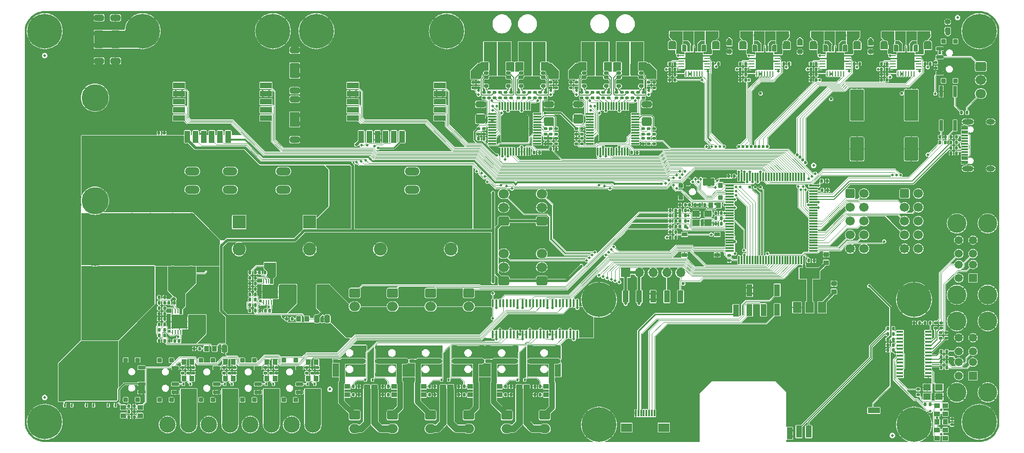
<source format=gbr>
%TF.GenerationSoftware,KiCad,Pcbnew,7.0.7-7.0.7~ubuntu22.04.1*%
%TF.CreationDate,2023-08-30T01:26:55-07:00*%
%TF.ProjectId,mainboard,6d61696e-626f-4617-9264-2e6b69636164,rev?*%
%TF.SameCoordinates,Original*%
%TF.FileFunction,Copper,L1,Top*%
%TF.FilePolarity,Positive*%
%FSLAX46Y46*%
G04 Gerber Fmt 4.6, Leading zero omitted, Abs format (unit mm)*
G04 Created by KiCad (PCBNEW 7.0.7-7.0.7~ubuntu22.04.1) date 2023-08-30 01:26:55*
%MOMM*%
%LPD*%
G01*
G04 APERTURE LIST*
G04 Aperture macros list*
%AMRoundRect*
0 Rectangle with rounded corners*
0 $1 Rounding radius*
0 $2 $3 $4 $5 $6 $7 $8 $9 X,Y pos of 4 corners*
0 Add a 4 corners polygon primitive as box body*
4,1,4,$2,$3,$4,$5,$6,$7,$8,$9,$2,$3,0*
0 Add four circle primitives for the rounded corners*
1,1,$1+$1,$2,$3*
1,1,$1+$1,$4,$5*
1,1,$1+$1,$6,$7*
1,1,$1+$1,$8,$9*
0 Add four rect primitives between the rounded corners*
20,1,$1+$1,$2,$3,$4,$5,0*
20,1,$1+$1,$4,$5,$6,$7,0*
20,1,$1+$1,$6,$7,$8,$9,0*
20,1,$1+$1,$8,$9,$2,$3,0*%
G04 Aperture macros list end*
%TA.AperFunction,SMDPad,CuDef*%
%ADD10R,2.000000X1.600000*%
%TD*%
%TA.AperFunction,SMDPad,CuDef*%
%ADD11R,0.300000X1.300000*%
%TD*%
%TA.AperFunction,SMDPad,CuDef*%
%ADD12RoundRect,0.100000X0.175000X0.200000X-0.175000X0.200000X-0.175000X-0.200000X0.175000X-0.200000X0*%
%TD*%
%TA.AperFunction,SMDPad,CuDef*%
%ADD13RoundRect,0.250000X0.650000X-0.325000X0.650000X0.325000X-0.650000X0.325000X-0.650000X-0.325000X0*%
%TD*%
%TA.AperFunction,SMDPad,CuDef*%
%ADD14RoundRect,0.100000X0.450000X1.000000X-0.450000X1.000000X-0.450000X-1.000000X0.450000X-1.000000X0*%
%TD*%
%TA.AperFunction,SMDPad,CuDef*%
%ADD15RoundRect,0.100000X-0.350000X-0.400000X0.350000X-0.400000X0.350000X0.400000X-0.350000X0.400000X0*%
%TD*%
%TA.AperFunction,SMDPad,CuDef*%
%ADD16RoundRect,0.100000X-1.000000X0.450000X-1.000000X-0.450000X1.000000X-0.450000X1.000000X0.450000X0*%
%TD*%
%TA.AperFunction,ComponentPad*%
%ADD17C,3.000000*%
%TD*%
%TA.AperFunction,SMDPad,CuDef*%
%ADD18RoundRect,0.100000X-0.175000X-0.200000X0.175000X-0.200000X0.175000X0.200000X-0.175000X0.200000X0*%
%TD*%
%TA.AperFunction,SMDPad,CuDef*%
%ADD19RoundRect,0.100000X0.350000X0.400000X-0.350000X0.400000X-0.350000X-0.400000X0.350000X-0.400000X0*%
%TD*%
%TA.AperFunction,SMDPad,CuDef*%
%ADD20RoundRect,0.100000X-0.450000X-1.000000X0.450000X-1.000000X0.450000X1.000000X-0.450000X1.000000X0*%
%TD*%
%TA.AperFunction,SMDPad,CuDef*%
%ADD21RoundRect,0.100000X-0.200000X0.175000X-0.200000X-0.175000X0.200000X-0.175000X0.200000X0.175000X0*%
%TD*%
%TA.AperFunction,SMDPad,CuDef*%
%ADD22RoundRect,0.250000X-0.450000X0.262500X-0.450000X-0.262500X0.450000X-0.262500X0.450000X0.262500X0*%
%TD*%
%TA.AperFunction,SMDPad,CuDef*%
%ADD23RoundRect,0.225000X0.250000X-0.225000X0.250000X0.225000X-0.250000X0.225000X-0.250000X-0.225000X0*%
%TD*%
%TA.AperFunction,SMDPad,CuDef*%
%ADD24RoundRect,0.100000X-0.400000X0.200000X-0.400000X-0.200000X0.400000X-0.200000X0.400000X0.200000X0*%
%TD*%
%TA.AperFunction,ComponentPad*%
%ADD25O,2.700000X1.500000*%
%TD*%
%TA.AperFunction,SMDPad,CuDef*%
%ADD26RoundRect,0.066667X0.133333X0.183333X-0.133333X0.183333X-0.133333X-0.183333X0.133333X-0.183333X0*%
%TD*%
%TA.AperFunction,SMDPad,CuDef*%
%ADD27RoundRect,0.104673X0.455327X0.835327X-0.455327X0.835327X-0.455327X-0.835327X0.455327X-0.835327X0*%
%TD*%
%TA.AperFunction,SMDPad,CuDef*%
%ADD28R,0.200000X0.200000*%
%TD*%
%TA.AperFunction,SMDPad,CuDef*%
%ADD29RoundRect,0.066666X0.133333X0.183333X-0.133333X0.183333X-0.133333X-0.183333X0.133333X-0.183333X0*%
%TD*%
%TA.AperFunction,SMDPad,CuDef*%
%ADD30RoundRect,0.250000X-1.000000X1.950000X-1.000000X-1.950000X1.000000X-1.950000X1.000000X1.950000X0*%
%TD*%
%TA.AperFunction,SMDPad,CuDef*%
%ADD31RoundRect,0.100000X0.200000X-0.175000X0.200000X0.175000X-0.200000X0.175000X-0.200000X-0.175000X0*%
%TD*%
%TA.AperFunction,SMDPad,CuDef*%
%ADD32RoundRect,0.100000X0.400000X-0.350000X0.400000X0.350000X-0.400000X0.350000X-0.400000X-0.350000X0*%
%TD*%
%TA.AperFunction,SMDPad,CuDef*%
%ADD33C,0.500000*%
%TD*%
%TA.AperFunction,ComponentPad*%
%ADD34O,1.500000X2.700000*%
%TD*%
%TA.AperFunction,ComponentPad*%
%ADD35C,1.500000*%
%TD*%
%TA.AperFunction,SMDPad,CuDef*%
%ADD36RoundRect,0.250000X0.625000X-0.312500X0.625000X0.312500X-0.625000X0.312500X-0.625000X-0.312500X0*%
%TD*%
%TA.AperFunction,ComponentPad*%
%ADD37RoundRect,0.250001X-0.499999X-0.759999X0.499999X-0.759999X0.499999X0.759999X-0.499999X0.759999X0*%
%TD*%
%TA.AperFunction,ComponentPad*%
%ADD38O,1.500000X2.020000*%
%TD*%
%TA.AperFunction,SMDPad,CuDef*%
%ADD39RoundRect,0.062500X-0.425000X-0.062500X0.425000X-0.062500X0.425000X0.062500X-0.425000X0.062500X0*%
%TD*%
%TA.AperFunction,SMDPad,CuDef*%
%ADD40RoundRect,0.062500X-0.062500X-0.425000X0.062500X-0.425000X0.062500X0.425000X-0.062500X0.425000X0*%
%TD*%
%TA.AperFunction,ComponentPad*%
%ADD41C,0.500000*%
%TD*%
%TA.AperFunction,SMDPad,CuDef*%
%ADD42R,3.250000X3.250000*%
%TD*%
%TA.AperFunction,ComponentPad*%
%ADD43RoundRect,0.250000X-0.750000X0.600000X-0.750000X-0.600000X0.750000X-0.600000X0.750000X0.600000X0*%
%TD*%
%TA.AperFunction,ComponentPad*%
%ADD44O,2.000000X1.700000*%
%TD*%
%TA.AperFunction,SMDPad,CuDef*%
%ADD45R,1.150000X0.300000*%
%TD*%
%TA.AperFunction,ComponentPad*%
%ADD46O,2.100000X1.000000*%
%TD*%
%TA.AperFunction,ComponentPad*%
%ADD47O,1.600000X1.000000*%
%TD*%
%TA.AperFunction,ComponentPad*%
%ADD48RoundRect,0.250000X0.725000X-0.600000X0.725000X0.600000X-0.725000X0.600000X-0.725000X-0.600000X0*%
%TD*%
%TA.AperFunction,ComponentPad*%
%ADD49O,1.950000X1.700000*%
%TD*%
%TA.AperFunction,SMDPad,CuDef*%
%ADD50RoundRect,0.200000X-0.250000X0.100000X-0.250000X-0.100000X0.250000X-0.100000X0.250000X0.100000X0*%
%TD*%
%TA.AperFunction,SMDPad,CuDef*%
%ADD51RoundRect,0.200000X-1.200000X0.800000X-1.200000X-0.800000X1.200000X-0.800000X1.200000X0.800000X0*%
%TD*%
%TA.AperFunction,SMDPad,CuDef*%
%ADD52RoundRect,0.200000X-0.450000X1.000000X-0.450000X-1.000000X0.450000X-1.000000X0.450000X1.000000X0*%
%TD*%
%TA.AperFunction,SMDPad,CuDef*%
%ADD53RoundRect,0.200000X0.500000X0.400000X-0.500000X0.400000X-0.500000X-0.400000X0.500000X-0.400000X0*%
%TD*%
%TA.AperFunction,ComponentPad*%
%ADD54C,0.800000*%
%TD*%
%TA.AperFunction,ComponentPad*%
%ADD55C,6.400000*%
%TD*%
%TA.AperFunction,SMDPad,CuDef*%
%ADD56RoundRect,0.062500X-0.062500X0.375000X-0.062500X-0.375000X0.062500X-0.375000X0.062500X0.375000X0*%
%TD*%
%TA.AperFunction,SMDPad,CuDef*%
%ADD57R,3.000000X2.600000*%
%TD*%
%TA.AperFunction,ComponentPad*%
%ADD58C,4.600000*%
%TD*%
%TA.AperFunction,SMDPad,CuDef*%
%ADD59C,6.400000*%
%TD*%
%TA.AperFunction,SMDPad,CuDef*%
%ADD60R,2.350000X3.500000*%
%TD*%
%TA.AperFunction,SMDPad,CuDef*%
%ADD61RoundRect,0.250000X-0.250000X-0.475000X0.250000X-0.475000X0.250000X0.475000X-0.250000X0.475000X0*%
%TD*%
%TA.AperFunction,SMDPad,CuDef*%
%ADD62RoundRect,0.250000X-0.650000X0.325000X-0.650000X-0.325000X0.650000X-0.325000X0.650000X0.325000X0*%
%TD*%
%TA.AperFunction,SMDPad,CuDef*%
%ADD63R,1.000000X0.750000*%
%TD*%
%TA.AperFunction,ComponentPad*%
%ADD64C,5.000000*%
%TD*%
%TA.AperFunction,SMDPad,CuDef*%
%ADD65RoundRect,0.100000X-0.300000X-0.300000X0.300000X-0.300000X0.300000X0.300000X-0.300000X0.300000X0*%
%TD*%
%TA.AperFunction,SMDPad,CuDef*%
%ADD66RoundRect,0.075000X-0.225000X-0.575000X0.225000X-0.575000X0.225000X0.575000X-0.225000X0.575000X0*%
%TD*%
%TA.AperFunction,SMDPad,CuDef*%
%ADD67RoundRect,0.100000X-0.300000X0.300000X-0.300000X-0.300000X0.300000X-0.300000X0.300000X0.300000X0*%
%TD*%
%TA.AperFunction,SMDPad,CuDef*%
%ADD68RoundRect,0.075000X-0.575000X0.225000X-0.575000X-0.225000X0.575000X-0.225000X0.575000X0.225000X0*%
%TD*%
%TA.AperFunction,SMDPad,CuDef*%
%ADD69RoundRect,0.100000X-0.400000X0.350000X-0.400000X-0.350000X0.400000X-0.350000X0.400000X0.350000X0*%
%TD*%
%TA.AperFunction,SMDPad,CuDef*%
%ADD70RoundRect,0.100000X0.400000X-0.200000X0.400000X0.200000X-0.400000X0.200000X-0.400000X-0.200000X0*%
%TD*%
%TA.AperFunction,SMDPad,CuDef*%
%ADD71RoundRect,0.066667X-0.133333X-0.183333X0.133333X-0.183333X0.133333X0.183333X-0.133333X0.183333X0*%
%TD*%
%TA.AperFunction,SMDPad,CuDef*%
%ADD72RoundRect,0.104673X-0.455327X-0.835327X0.455327X-0.835327X0.455327X0.835327X-0.455327X0.835327X0*%
%TD*%
%TA.AperFunction,SMDPad,CuDef*%
%ADD73RoundRect,0.066666X-0.133333X-0.183333X0.133333X-0.183333X0.133333X0.183333X-0.133333X0.183333X0*%
%TD*%
%TA.AperFunction,SMDPad,CuDef*%
%ADD74R,1.400000X1.200000*%
%TD*%
%TA.AperFunction,SMDPad,CuDef*%
%ADD75RoundRect,0.100000X1.000000X-0.450000X1.000000X0.450000X-1.000000X0.450000X-1.000000X-0.450000X0*%
%TD*%
%TA.AperFunction,ComponentPad*%
%ADD76RoundRect,0.250000X-0.600000X-0.600000X0.600000X-0.600000X0.600000X0.600000X-0.600000X0.600000X0*%
%TD*%
%TA.AperFunction,ComponentPad*%
%ADD77C,1.700000*%
%TD*%
%TA.AperFunction,ComponentPad*%
%ADD78R,2.400000X2.400000*%
%TD*%
%TA.AperFunction,ComponentPad*%
%ADD79C,2.400000*%
%TD*%
%TA.AperFunction,SMDPad,CuDef*%
%ADD80R,1.200000X0.400000*%
%TD*%
%TA.AperFunction,SMDPad,CuDef*%
%ADD81RoundRect,0.100000X0.100000X-0.637500X0.100000X0.637500X-0.100000X0.637500X-0.100000X-0.637500X0*%
%TD*%
%TA.AperFunction,SMDPad,CuDef*%
%ADD82R,1.500000X2.000000*%
%TD*%
%TA.AperFunction,SMDPad,CuDef*%
%ADD83R,3.800000X2.000000*%
%TD*%
%TA.AperFunction,ComponentPad*%
%ADD84RoundRect,0.250000X-0.725000X0.600000X-0.725000X-0.600000X0.725000X-0.600000X0.725000X0.600000X0*%
%TD*%
%TA.AperFunction,SMDPad,CuDef*%
%ADD85RoundRect,0.075000X-0.725000X-0.075000X0.725000X-0.075000X0.725000X0.075000X-0.725000X0.075000X0*%
%TD*%
%TA.AperFunction,SMDPad,CuDef*%
%ADD86RoundRect,0.075000X-0.075000X-0.725000X0.075000X-0.725000X0.075000X0.725000X-0.075000X0.725000X0*%
%TD*%
%TA.AperFunction,ComponentPad*%
%ADD87R,1.500000X1.500000*%
%TD*%
%TA.AperFunction,ComponentPad*%
%ADD88C,3.500000*%
%TD*%
%TA.AperFunction,SMDPad,CuDef*%
%ADD89RoundRect,0.225000X-0.250000X0.225000X-0.250000X-0.225000X0.250000X-0.225000X0.250000X0.225000X0*%
%TD*%
%TA.AperFunction,ComponentPad*%
%ADD90R,1.700000X1.700000*%
%TD*%
%TA.AperFunction,ComponentPad*%
%ADD91O,1.700000X1.700000*%
%TD*%
%TA.AperFunction,SMDPad,CuDef*%
%ADD92RoundRect,0.075000X-0.662500X-0.075000X0.662500X-0.075000X0.662500X0.075000X-0.662500X0.075000X0*%
%TD*%
%TA.AperFunction,SMDPad,CuDef*%
%ADD93RoundRect,0.075000X-0.075000X-0.662500X0.075000X-0.662500X0.075000X0.662500X-0.075000X0.662500X0*%
%TD*%
%TA.AperFunction,SMDPad,CuDef*%
%ADD94RoundRect,0.250000X-2.250000X-2.250000X2.250000X-2.250000X2.250000X2.250000X-2.250000X2.250000X0*%
%TD*%
%TA.AperFunction,SMDPad,CuDef*%
%ADD95RoundRect,0.100000X0.300000X-0.300000X0.300000X0.300000X-0.300000X0.300000X-0.300000X-0.300000X0*%
%TD*%
%TA.AperFunction,SMDPad,CuDef*%
%ADD96RoundRect,0.075000X0.575000X-0.225000X0.575000X0.225000X-0.575000X0.225000X-0.575000X-0.225000X0*%
%TD*%
%TA.AperFunction,SMDPad,CuDef*%
%ADD97RoundRect,0.250000X0.250000X0.475000X-0.250000X0.475000X-0.250000X-0.475000X0.250000X-0.475000X0*%
%TD*%
%TA.AperFunction,SMDPad,CuDef*%
%ADD98R,0.640000X2.000000*%
%TD*%
%TA.AperFunction,ViaPad*%
%ADD99C,0.500000*%
%TD*%
%TA.AperFunction,ViaPad*%
%ADD100C,0.600000*%
%TD*%
%TA.AperFunction,Conductor*%
%ADD101C,0.250000*%
%TD*%
%TA.AperFunction,Conductor*%
%ADD102C,0.100000*%
%TD*%
%TA.AperFunction,Conductor*%
%ADD103C,0.300000*%
%TD*%
%TA.AperFunction,Conductor*%
%ADD104C,0.150000*%
%TD*%
%TA.AperFunction,Conductor*%
%ADD105C,0.500000*%
%TD*%
%TA.AperFunction,Conductor*%
%ADD106C,1.000000*%
%TD*%
%TA.AperFunction,Conductor*%
%ADD107C,0.400000*%
%TD*%
%TA.AperFunction,Conductor*%
%ADD108C,0.200000*%
%TD*%
%TA.AperFunction,Conductor*%
%ADD109C,0.600000*%
%TD*%
%TA.AperFunction,Conductor*%
%ADD110C,1.250000*%
%TD*%
G04 APERTURE END LIST*
D10*
%TO.P,J22,MP*%
%TO.N,N/C*%
X187950000Y-137050000D03*
D11*
%TO.P,J22,1,Pin_1*%
%TO.N,GND*%
X182750000Y-134400000D03*
%TO.P,J22,2,Pin_2*%
%TO.N,Net-(J22-Pin_2)*%
X183250000Y-134400000D03*
%TO.P,J22,3,Pin_3*%
%TO.N,Net-(J22-Pin_3)*%
X183750000Y-134400000D03*
%TO.P,J22,4,Pin_4*%
%TO.N,unconnected-(J22-Pin_4-Pad4)*%
X184250000Y-134400000D03*
%TO.P,J22,5,Pin_5*%
%TO.N,unconnected-(J22-Pin_5-Pad5)*%
X184750000Y-134400000D03*
%TO.P,J22,6,Pin_6*%
%TO.N,Net-(J22-Pin_6)*%
X185250000Y-134400000D03*
%TO.P,J22,7,Pin_7*%
%TO.N,Net-(J22-Pin_7)*%
X185750000Y-134400000D03*
%TO.P,J22,8,Pin_8*%
%TO.N,Net-(J22-Pin_8)*%
X186250000Y-134400000D03*
D10*
%TO.P,J22,MP*%
%TO.N,N/C*%
X181050000Y-137050000D03*
%TD*%
D12*
%TO.P,R108,1*%
%TO.N,Net-(U11-ROn)*%
X96050000Y-115050000D03*
%TO.P,R108,2*%
%TO.N,+24V*%
X95050000Y-115050000D03*
%TD*%
D13*
%TO.P,C64,1*%
%TO.N,VMC*%
X84000000Y-64475000D03*
%TO.P,C64,2*%
%TO.N,GND*%
X84000000Y-61525000D03*
%TD*%
D14*
%TO.P,T17,1,1*%
%TO.N,/Pi Zero + USB Hub/DU+*%
X214600000Y-137800000D03*
%TD*%
D15*
%TO.P,C86,1*%
%TO.N,+24V*%
X115600000Y-108700000D03*
%TO.P,C86,2*%
%TO.N,GND*%
X117100000Y-108700000D03*
%TD*%
D16*
%TO.P,T11,1,1*%
%TO.N,/_{M10}Step*%
X146700000Y-74000000D03*
%TD*%
D17*
%TO.P,J17,1,Pin_1*%
%TO.N,+24V*%
X104215000Y-136500000D03*
%TO.P,J17,2,Pin_2*%
%TO.N,Net-(J17-Pin_2)*%
X108120000Y-136500000D03*
%TD*%
D18*
%TO.P,C95,1*%
%TO.N,GND*%
X229150000Y-122800000D03*
%TO.P,C95,2*%
%TO.N,+3.3V*%
X230150000Y-122800000D03*
%TD*%
D19*
%TO.P,D14,1,K*%
%TO.N,Net-(D14-K)*%
X101110000Y-125000000D03*
%TO.P,D14,2,A*%
%TO.N,/HE0_Gate*%
X99610000Y-125000000D03*
%TD*%
D16*
%TO.P,T47,1,1*%
%TO.N,/_{M22}Dir*%
X98700000Y-77000000D03*
%TD*%
D12*
%TO.P,C15,1*%
%TO.N,GND*%
X183050000Y-86400000D03*
%TO.P,C15,2*%
%TO.N,+3.3V*%
X182050000Y-86400000D03*
%TD*%
D20*
%TO.P,T22,1,1*%
%TO.N,Net-(J22-Pin_2)*%
X201200000Y-115475000D03*
%TD*%
D18*
%TO.P,R90,1*%
%TO.N,GND*%
X194500000Y-96000000D03*
%TO.P,R90,2*%
%TO.N,Net-(D23-K)*%
X195500000Y-96000000D03*
%TD*%
D16*
%TO.P,T41,1,1*%
%TO.N,/_{M20}~{CS}*%
X114700000Y-80000000D03*
%TD*%
D21*
%TO.P,R44,1*%
%TO.N,Net-(QB2-S2-Pad5)*%
X153850000Y-73450000D03*
%TO.P,R44,2*%
%TO.N,/Motor 5 (TMCx160)/SRBH*%
X153850000Y-74450000D03*
%TD*%
D22*
%TO.P,R15,1*%
%TO.N,/Motor 2 (TMC2208)/BRA*%
X210500000Y-66837500D03*
%TO.P,R15,2*%
%TO.N,GND*%
X210500000Y-68662500D03*
%TD*%
D12*
%TO.P,C72,1*%
%TO.N,+12V*%
X96050000Y-121050000D03*
%TO.P,C72,2*%
%TO.N,Net-(C72-Pad2)*%
X95050000Y-121050000D03*
%TD*%
D23*
%TO.P,C32,1*%
%TO.N,GND*%
X200000000Y-67775000D03*
%TO.P,C32,2*%
%TO.N,+24V*%
X200000000Y-66225000D03*
%TD*%
D21*
%TO.P,R45,1*%
%TO.N,GND*%
X152850000Y-73450000D03*
%TO.P,R45,2*%
%TO.N,/Motor 5 (TMCx160)/SRBL*%
X152850000Y-74450000D03*
%TD*%
D24*
%TO.P,SW5,1,A*%
%TO.N,+12V*%
X141599999Y-122300000D03*
X146599999Y-122300000D03*
%TO.P,SW5,2,B*%
%TO.N,Net-(J7-Pin_1)*%
X141599999Y-124800000D03*
X146599999Y-124800000D03*
%TO.P,SW5,3,C*%
%TO.N,+24V*%
X141599999Y-127300000D03*
X146599999Y-127300000D03*
%TD*%
D21*
%TO.P,C37,1*%
%TO.N,GND*%
X172850000Y-81950000D03*
%TO.P,C37,2*%
%TO.N,Net-(U6-5VOUT)*%
X172850000Y-82950000D03*
%TD*%
D25*
%TO.P,F4,1*%
%TO.N,Net-(J9-Pin_4)*%
X108100000Y-89800000D03*
X108100000Y-93200000D03*
%TO.P,F4,2*%
%TO.N,VMC*%
X117900000Y-89800000D03*
X117900000Y-93200000D03*
%TD*%
D26*
%TO.P,Q4,1,S*%
%TO.N,GND*%
X101475000Y-129025000D03*
%TO.P,Q4,2,G*%
%TO.N,Net-(D9-A)*%
X100825000Y-129025000D03*
%TO.P,Q4,3,S*%
%TO.N,GND*%
X100175000Y-129025000D03*
%TO.P,Q4,4,G*%
%TO.N,Net-(D9-A)*%
X99525000Y-129025000D03*
D27*
%TO.P,Q4,5,D*%
%TO.N,Net-(J18-Pin_2)*%
X99815000Y-130850000D03*
D26*
X99525000Y-131975000D03*
D28*
%TO.P,Q4,6,D*%
X100275000Y-131750000D03*
D26*
X100175000Y-131975000D03*
D29*
%TO.P,Q4,7,D*%
X100824999Y-131974999D03*
D28*
X100725000Y-131750000D03*
D26*
%TO.P,Q4,8,D*%
X101475000Y-131975000D03*
D27*
X101185000Y-130850000D03*
%TD*%
D12*
%TO.P,R86,1*%
%TO.N,Net-(J21-D2-)*%
X240000000Y-124000000D03*
%TO.P,R86,2*%
%TO.N,/Pi Zero + USB Hub/D3-*%
X239000000Y-124000000D03*
%TD*%
D30*
%TO.P,C6,1*%
%TO.N,+24V*%
X233500000Y-78300000D03*
%TO.P,C6,2*%
%TO.N,GND*%
X233500000Y-85700000D03*
%TD*%
D31*
%TO.P,R33,1*%
%TO.N,/Motor 4 (TMCx160)/LB1*%
X174800000Y-76250000D03*
%TO.P,R33,2*%
%TO.N,Net-(QB1-G3)*%
X174800000Y-75250000D03*
%TD*%
D32*
%TO.P,C78,1*%
%TO.N,+5V*%
X219250000Y-112000000D03*
%TO.P,C78,2*%
%TO.N,GND*%
X219250000Y-110500000D03*
%TD*%
D31*
%TO.P,R73,1*%
%TO.N,Net-(D16-A)*%
X122220000Y-127000000D03*
%TO.P,R73,2*%
%TO.N,GND*%
X122220000Y-126000000D03*
%TD*%
D33*
%TO.P,FID2,*%
%TO.N,*%
X74000000Y-131500000D03*
%TD*%
D13*
%TO.P,C63,1*%
%TO.N,VMC*%
X120000000Y-70475000D03*
%TO.P,C63,2*%
%TO.N,GND*%
X120000000Y-67525000D03*
%TD*%
D34*
%TO.P,F6,1*%
%TO.N,/Bed_H+*%
X90050000Y-108650000D03*
X93450000Y-108650000D03*
%TO.P,F6,2*%
%TO.N,Net-(J9-Pin_4)*%
X90050000Y-98850000D03*
X93450000Y-98850000D03*
%TD*%
D15*
%TO.P,D24,1,K*%
%TO.N,Net-(D24-K)*%
X120750000Y-117000000D03*
%TO.P,D24,2,A*%
%TO.N,+5V*%
X122250000Y-117000000D03*
%TD*%
D18*
%TO.P,R101,1*%
%TO.N,/Th_{0}*%
X190900000Y-96999999D03*
%TO.P,R101,2*%
%TO.N,+3.3V*%
X191900000Y-96999999D03*
%TD*%
D35*
%TO.P,M4,1*%
%TO.N,/Motor 3 (TMC2208)/A2*%
X197250000Y-64755000D03*
%TO.P,M4,2,-*%
%TO.N,/Motor 3 (TMC2208)/A1*%
X194750000Y-64755000D03*
%TO.P,M4,3*%
%TO.N,/Motor 3 (TMC2208)/B1*%
X192250000Y-64755000D03*
%TO.P,M4,4*%
%TO.N,/Motor 3 (TMC2208)/B2*%
X189750000Y-64755000D03*
%TD*%
D20*
%TO.P,T18,1,1*%
%TO.N,/USART_{3}_TX*%
X191000000Y-112900000D03*
%TD*%
D16*
%TO.P,T12,1,1*%
%TO.N,/_{M10}Dir*%
X146700000Y-77000000D03*
%TD*%
D22*
%TO.P,R16,1*%
%TO.N,/Motor 2 (TMC2208)/BRB*%
X202500000Y-66837500D03*
%TO.P,R16,2*%
%TO.N,GND*%
X202500000Y-68662500D03*
%TD*%
D36*
%TO.P,R39,1*%
%TO.N,Net-(QA2-S2-Pad5)*%
X167700000Y-72212500D03*
%TO.P,R39,2*%
%TO.N,GND*%
X167700000Y-69287500D03*
%TD*%
D35*
%TO.P,M2,1*%
%TO.N,/Motor 1 (TMC2208)/A2*%
X223250000Y-64755000D03*
%TO.P,M2,2,-*%
%TO.N,/Motor 1 (TMC2208)/A1*%
X220750000Y-64755000D03*
%TO.P,M2,3*%
%TO.N,/Motor 1 (TMC2208)/B1*%
X218250000Y-64755000D03*
%TO.P,M2,4*%
%TO.N,/Motor 1 (TMC2208)/B2*%
X215750000Y-64755000D03*
%TD*%
D18*
%TO.P,R5,1*%
%TO.N,/USB_D+*%
X240800000Y-84500000D03*
%TO.P,R5,2*%
%TO.N,Net-(J1-D+-PadA6)*%
X241800000Y-84500000D03*
%TD*%
D31*
%TO.P,C53,1*%
%TO.N,/Motor 5 (TMCx160)/CB1*%
X154800000Y-76250000D03*
%TO.P,C53,2*%
%TO.N,/Motor 5 (TMCx160)/Motor_B1*%
X154800000Y-75250000D03*
%TD*%
D16*
%TO.P,T48,1,1*%
%TO.N,/_{M20}Dir*%
X114700000Y-77000000D03*
%TD*%
D18*
%TO.P,R98,1*%
%TO.N,GND*%
X228000000Y-73000000D03*
%TO.P,R98,2*%
%TO.N,/_{M0}~{En}*%
X229000000Y-73000000D03*
%TD*%
D33*
%TO.P,FID5,*%
%TO.N,*%
X215500000Y-88750000D03*
%TD*%
D18*
%TO.P,R107,1*%
%TO.N,Net-(U8-En)*%
X113550000Y-108500000D03*
%TO.P,R107,2*%
%TO.N,GND*%
X114550000Y-108500000D03*
%TD*%
D22*
%TO.P,R18,1*%
%TO.N,/Motor 3 (TMC2208)/BRB*%
X189500000Y-66837500D03*
%TO.P,R18,2*%
%TO.N,GND*%
X189500000Y-68662500D03*
%TD*%
D37*
%TO.P,M6,1*%
%TO.N,/Motor 5 (TMCx160)/Motor_B1*%
X156000000Y-66970000D03*
D38*
%TO.P,M6,2,-*%
%TO.N,/Motor 5 (TMCx160)/Motor_B2*%
X159000000Y-66970000D03*
%TO.P,M6,3*%
%TO.N,/Motor 5 (TMCx160)/Motor_A1*%
X162000000Y-66970000D03*
%TO.P,M6,4*%
%TO.N,/Motor 5 (TMCx160)/Motor_A2*%
X165000000Y-66970000D03*
%TD*%
D19*
%TO.P,D11,1,K*%
%TO.N,Net-(D11-K)*%
X123970000Y-125000000D03*
%TO.P,D11,2,A*%
%TO.N,/HE3_Gate*%
X122470000Y-125000000D03*
%TD*%
D39*
%TO.P,U2,1,OB2*%
%TO.N,/Motor 0 (TMC2208)/B2*%
X230137500Y-68000000D03*
%TO.P,U2,2,~{En}*%
%TO.N,/_{M0}~{En}*%
X230137500Y-68500000D03*
%TO.P,U2,3,Gnd*%
%TO.N,GND*%
X230137500Y-69000000D03*
%TO.P,U2,4,CPO*%
%TO.N,Net-(U2-CPO)*%
X230137500Y-69500000D03*
%TO.P,U2,5,CPI*%
%TO.N,Net-(U2-CPI)*%
X230137500Y-70000000D03*
%TO.P,U2,6,VCP*%
%TO.N,Net-(U2-VCP)*%
X230137500Y-70500000D03*
%TO.P,U2,7,NC*%
%TO.N,GND*%
X230137500Y-71000000D03*
D40*
%TO.P,U2,8,5VOut*%
%TO.N,Net-(U2-5VOut)*%
X231000000Y-71862500D03*
%TO.P,U2,9,MS1*%
%TO.N,+3.3V*%
X231500000Y-71862500D03*
%TO.P,U2,10,MS2*%
X232000000Y-71862500D03*
%TO.P,U2,11,Diag*%
%TO.N,/Motor 0 (TMC2208)/Diag*%
X232500000Y-71862500D03*
%TO.P,U2,12,Index*%
%TO.N,/Motor 0 (TMC2208)/Index*%
X233000000Y-71862500D03*
%TO.P,U2,13,Clk*%
%TO.N,/Motor 0 (TMC2208)/Clk*%
X233500000Y-71862500D03*
%TO.P,U2,14,PDN/UART*%
%TO.N,/_{M0}UART*%
X234000000Y-71862500D03*
D39*
%TO.P,U2,15,Vcc_IO*%
%TO.N,+3.3V*%
X234862500Y-71000000D03*
%TO.P,U2,16,Step*%
%TO.N,/_{M0}Step*%
X234862500Y-70500000D03*
%TO.P,U2,17,VRef*%
%TO.N,/Motor 0 (TMC2208)/VRef*%
X234862500Y-70000000D03*
%TO.P,U2,18,Gnd*%
%TO.N,GND*%
X234862500Y-69500000D03*
%TO.P,U2,19,Dir*%
%TO.N,/_{M0}Dir*%
X234862500Y-69000000D03*
%TO.P,U2,20,NC*%
%TO.N,GND*%
X234862500Y-68500000D03*
%TO.P,U2,21,OA2*%
%TO.N,/Motor 0 (TMC2208)/A2*%
X234862500Y-68000000D03*
D40*
%TO.P,U2,22,VS*%
%TO.N,+24V*%
X234000000Y-67137500D03*
%TO.P,U2,23,BRA*%
%TO.N,/Motor 0 (TMC2208)/BRA*%
X233500000Y-67137500D03*
%TO.P,U2,24,OA1*%
%TO.N,/Motor 0 (TMC2208)/A1*%
X233000000Y-67137500D03*
%TO.P,U2,25,NC*%
%TO.N,GND*%
X232500000Y-67137500D03*
%TO.P,U2,26,OB1*%
%TO.N,/Motor 0 (TMC2208)/B1*%
X232000000Y-67137500D03*
%TO.P,U2,27,BRB*%
%TO.N,/Motor 0 (TMC2208)/BRB*%
X231500000Y-67137500D03*
%TO.P,U2,28,VS*%
%TO.N,+24V*%
X231000000Y-67137500D03*
D41*
%TO.P,U2,29,Pad*%
%TO.N,GND*%
X231125000Y-68125000D03*
X231125000Y-69500000D03*
X231125000Y-70875000D03*
X232500000Y-68125000D03*
X232500000Y-69500000D03*
D42*
X232500000Y-69500000D03*
D41*
X232500000Y-70875000D03*
X233875000Y-68125000D03*
X233875000Y-69500000D03*
X233875000Y-70875000D03*
%TD*%
D43*
%TO.P,J25,1,Pin_1*%
%TO.N,/Th_{1}*%
X138025000Y-112250000D03*
D44*
%TO.P,J25,2,Pin_2*%
%TO.N,GND*%
X138025000Y-114750000D03*
%TD*%
D14*
%TO.P,T38,1,1*%
%TO.N,/MISO_{3}*%
X104750000Y-83450000D03*
%TD*%
D31*
%TO.P,R40,1*%
%TO.N,/Motor 5 (TMCx160)/HA1*%
X162200000Y-76250000D03*
%TO.P,R40,2*%
%TO.N,Net-(QA2-G4)*%
X162200000Y-75250000D03*
%TD*%
D18*
%TO.P,C69,1*%
%TO.N,GND*%
X95050000Y-116050000D03*
%TO.P,C69,2*%
%TO.N,Net-(U11-SS)*%
X96050000Y-116050000D03*
%TD*%
D45*
%TO.P,J1,A1,GND*%
%TO.N,GND*%
X243330000Y-88350000D03*
%TO.P,J1,A4,VBUS*%
%TO.N,unconnected-(J1-VBUS-PadA4)*%
X243330000Y-87550000D03*
%TO.P,J1,A5,CC1*%
%TO.N,Net-(J1-CC1)*%
X243330000Y-86250000D03*
%TO.P,J1,A6,D+*%
%TO.N,Net-(J1-D+-PadA6)*%
X243330000Y-85250000D03*
%TO.P,J1,A7,D-*%
%TO.N,Net-(J1-D--PadA7)*%
X243330000Y-84750000D03*
%TO.P,J1,A8,SBU1*%
%TO.N,unconnected-(J1-SBU1-PadA8)*%
X243330000Y-83750000D03*
%TO.P,J1,A9,VBUS*%
%TO.N,unconnected-(J1-VBUS-PadA4)*%
X243330000Y-82450000D03*
%TO.P,J1,A12,GND*%
%TO.N,GND*%
X243330000Y-81650000D03*
%TO.P,J1,B1,GND*%
X243330000Y-81950000D03*
%TO.P,J1,B4,VBUS*%
%TO.N,unconnected-(J1-VBUS-PadA4)*%
X243330000Y-82750000D03*
%TO.P,J1,B5,CC2*%
%TO.N,Net-(J1-CC2)*%
X243330000Y-83250000D03*
%TO.P,J1,B6,D+*%
%TO.N,Net-(J1-D+-PadA6)*%
X243330000Y-84250000D03*
%TO.P,J1,B7,D-*%
%TO.N,Net-(J1-D--PadA7)*%
X243330000Y-85750000D03*
%TO.P,J1,B8,SBU2*%
%TO.N,unconnected-(J1-SBU2-PadB8)*%
X243330000Y-86750000D03*
%TO.P,J1,B9,VBUS*%
%TO.N,unconnected-(J1-VBUS-PadA4)*%
X243330000Y-87250000D03*
%TO.P,J1,B12,GND*%
%TO.N,GND*%
X243330000Y-88050000D03*
D46*
%TO.P,J1,S1,SHIELD*%
X243895000Y-89320000D03*
D47*
X248075000Y-89320000D03*
D46*
X243895000Y-80680000D03*
D47*
X248075000Y-80680000D03*
%TD*%
D43*
%TO.P,J23,1,Pin_1*%
%TO.N,/Th_{0}*%
X131025000Y-112250000D03*
D44*
%TO.P,J23,2,Pin_2*%
%TO.N,GND*%
X131025000Y-114750000D03*
%TD*%
D31*
%TO.P,R79,1*%
%TO.N,Net-(D17-A)*%
X234750000Y-131000000D03*
%TO.P,R79,2*%
%TO.N,Net-(U16-LED2)*%
X234750000Y-130000000D03*
%TD*%
D12*
%TO.P,R87,1*%
%TO.N,Net-(J21-D1+)*%
X240000000Y-125000000D03*
%TO.P,R87,2*%
%TO.N,/Pi Zero + USB Hub/D4+*%
X239000000Y-125000000D03*
%TD*%
D21*
%TO.P,C54,1*%
%TO.N,/Motor 5 (TMCx160)/Motor_A2*%
X166200000Y-75250000D03*
%TO.P,C54,2*%
%TO.N,/Motor 5 (TMCx160)/CA2*%
X166200000Y-76250000D03*
%TD*%
D12*
%TO.P,R94,1*%
%TO.N,Net-(C71-Pad2)*%
X96050000Y-120050000D03*
%TO.P,R94,2*%
%TO.N,Net-(C72-Pad2)*%
X95050000Y-120050000D03*
%TD*%
D33*
%TO.P,FID3,*%
%TO.N,*%
X242000000Y-61500000D03*
%TD*%
D21*
%TO.P,C47,1*%
%TO.N,Net-(U7-CPI)*%
X166150000Y-81950000D03*
%TO.P,C47,2*%
%TO.N,Net-(C47-Pad2)*%
X166150000Y-82950000D03*
%TD*%
D48*
%TO.P,J3,1,Pin_1*%
%TO.N,+3.3V*%
X165475000Y-99000000D03*
D49*
%TO.P,J3,2,Pin_2*%
%TO.N,GND*%
X165475000Y-96500000D03*
%TO.P,J3,3,Pin_3*%
%TO.N,/ES0*%
X165475000Y-94000000D03*
%TD*%
D43*
%TO.P,J15,1,Pin_1*%
%TO.N,Net-(J15-Pin_1)*%
X138024998Y-134750000D03*
D44*
%TO.P,J15,2,Pin_2*%
%TO.N,Net-(J15-Pin_2)*%
X138024998Y-137250000D03*
%TD*%
D18*
%TO.P,R57,1*%
%TO.N,Net-(D5-K)*%
X144799998Y-131000000D03*
%TO.P,R57,2*%
%TO.N,GND*%
X145799998Y-131000000D03*
%TD*%
D15*
%TO.P,C66,1*%
%TO.N,+24V*%
X98900000Y-112825000D03*
%TO.P,C66,2*%
%TO.N,GND*%
X100400000Y-112825000D03*
%TD*%
D31*
%TO.P,R20,1*%
%TO.N,/Motor 4 (TMCx160)/HA2*%
X183200000Y-76250000D03*
%TO.P,R20,2*%
%TO.N,Net-(QA1-G1)*%
X183200000Y-75250000D03*
%TD*%
D16*
%TO.P,T43,1,1*%
%TO.N,GND*%
X114700000Y-75500000D03*
%TD*%
D12*
%TO.P,C83,1*%
%TO.N,+5V*%
X112750000Y-115500000D03*
%TO.P,C83,2*%
%TO.N,Net-(C82-Pad2)*%
X111750000Y-115500000D03*
%TD*%
D21*
%TO.P,R83,1*%
%TO.N,Net-(J13-D1+)*%
X238900000Y-119550000D03*
%TO.P,R83,2*%
%TO.N,/Pi Zero + USB Hub/D2+*%
X238900000Y-120550000D03*
%TD*%
D30*
%TO.P,C8,1*%
%TO.N,+24V*%
X223500000Y-78300000D03*
%TO.P,C8,2*%
%TO.N,GND*%
X223500000Y-85700000D03*
%TD*%
D18*
%TO.P,R116,1*%
%TO.N,GND*%
X189000000Y-73000000D03*
%TO.P,R116,2*%
%TO.N,/_{M3}~{En}*%
X190000000Y-73000000D03*
%TD*%
D26*
%TO.P,Q6,1,S*%
%TO.N,GND*%
X116725000Y-129025000D03*
%TO.P,Q6,2,G*%
%TO.N,Net-(D10-A)*%
X116075000Y-129025000D03*
%TO.P,Q6,3,S*%
%TO.N,GND*%
X115425000Y-129025000D03*
%TO.P,Q6,4,G*%
%TO.N,Net-(D10-A)*%
X114775000Y-129025000D03*
D27*
%TO.P,Q6,5,D*%
%TO.N,Net-(J19-Pin_2)*%
X115065000Y-130850000D03*
D26*
X114775000Y-131975000D03*
D28*
%TO.P,Q6,6,D*%
X115525000Y-131750000D03*
D26*
X115425000Y-131975000D03*
D29*
%TO.P,Q6,7,D*%
X116074999Y-131974999D03*
D28*
X115975000Y-131750000D03*
D26*
%TO.P,Q6,8,D*%
X116725000Y-131975000D03*
D27*
X116435000Y-130850000D03*
%TD*%
D50*
%TO.P,QB2,1,G1*%
%TO.N,Net-(QB2-G1)*%
X159350000Y-74100000D03*
%TO.P,QB2,2,D1/D4*%
%TO.N,VMB*%
X159350000Y-73300000D03*
%TO.P,QB2,3,S1/D2*%
%TO.N,/Motor 5 (TMCx160)/Motor_B2*%
X159350000Y-72500000D03*
%TO.P,QB2,4,G2*%
%TO.N,Net-(QB2-G2)*%
X159350000Y-71700000D03*
%TO.P,QB2,5,S2*%
%TO.N,Net-(QB2-S2-Pad5)*%
X159350000Y-70900000D03*
%TO.P,QB2,6,S2*%
X159350000Y-70100000D03*
%TO.P,QB2,7,S3*%
X155250000Y-70100000D03*
%TO.P,QB2,8,S3*%
X155250000Y-70900000D03*
%TO.P,QB2,9,G3*%
%TO.N,Net-(QB2-G3)*%
X155250000Y-71700000D03*
%TO.P,QB2,10,D3/S4*%
%TO.N,/Motor 5 (TMCx160)/Motor_B1*%
X155250000Y-72500000D03*
%TO.P,QB2,11,D1/D4*%
%TO.N,VMB*%
X155250000Y-73300000D03*
%TO.P,QB2,12,G4*%
%TO.N,Net-(QB2-G4)*%
X155250000Y-74100000D03*
D51*
%TO.P,QB2,P1,D1/D4*%
%TO.N,VMB*%
X157300000Y-73400000D03*
D52*
%TO.P,QB2,P2,S1/D2*%
%TO.N,/Motor 5 (TMCx160)/Motor_B2*%
X158050000Y-71000000D03*
%TO.P,QB2,P3,D3/S4*%
%TO.N,/Motor 5 (TMCx160)/Motor_B1*%
X156550000Y-71000000D03*
%TD*%
D12*
%TO.P,C18,1*%
%TO.N,Net-(U3-VCP)*%
X216000000Y-71000000D03*
%TO.P,C18,2*%
%TO.N,+24V*%
X215000000Y-71000000D03*
%TD*%
D31*
%TO.P,R66,1*%
%TO.N,Net-(D10-A)*%
X114610000Y-127000000D03*
%TO.P,R66,2*%
%TO.N,GND*%
X114610000Y-126000000D03*
%TD*%
%TO.P,R26,1*%
%TO.N,/Motor 4 (TMCx160)/LA1*%
X181200000Y-76250000D03*
%TO.P,R26,2*%
%TO.N,Net-(QA1-G3)*%
X181200000Y-75250000D03*
%TD*%
D25*
%TO.P,F5,1*%
%TO.N,+48V*%
X91350000Y-89800000D03*
X91350000Y-93200000D03*
%TO.P,F5,2*%
%TO.N,VMC*%
X101150000Y-89800000D03*
X101150000Y-93200000D03*
%TD*%
D21*
%TO.P,R82,1*%
%TO.N,Net-(J13-D2-)*%
X238950000Y-117750000D03*
%TO.P,R82,2*%
%TO.N,/Pi Zero + USB Hub/D1-*%
X238950000Y-118750000D03*
%TD*%
D15*
%TO.P,D1,1,K*%
%TO.N,Net-(D1-K)*%
X103750000Y-122500000D03*
%TO.P,D1,2,A*%
%TO.N,+12V*%
X105250000Y-122500000D03*
%TD*%
D18*
%TO.P,R4,1*%
%TO.N,/USB_D-*%
X240800000Y-85500000D03*
%TO.P,R4,2*%
%TO.N,Net-(J1-D--PadA7)*%
X241800000Y-85500000D03*
%TD*%
D31*
%TO.P,C41,1*%
%TO.N,/Motor 4 (TMCx160)/CB1*%
X172800000Y-76250000D03*
%TO.P,C41,2*%
%TO.N,/Motor 4 (TMCx160)/Motor_B1*%
X172800000Y-75250000D03*
%TD*%
D13*
%TO.P,C56,1*%
%TO.N,VMB*%
X166800000Y-80425000D03*
%TO.P,C56,2*%
%TO.N,GND*%
X166800000Y-77475000D03*
%TD*%
D26*
%TO.P,Q2,1,S*%
%TO.N,GND*%
X148974999Y-128257500D03*
%TO.P,Q2,2,G*%
%TO.N,/Fan3_Gate*%
X148324999Y-128257500D03*
%TO.P,Q2,3,S*%
%TO.N,GND*%
X147674999Y-128257500D03*
%TO.P,Q2,4,G*%
%TO.N,/Fan2_Gate*%
X147024999Y-128257500D03*
D27*
%TO.P,Q2,5,D*%
%TO.N,Net-(J7-Pin_2)*%
X147314999Y-130082500D03*
D26*
X147024999Y-131207500D03*
D28*
%TO.P,Q2,6,D*%
X147774999Y-130982500D03*
D26*
X147674999Y-131207500D03*
D29*
%TO.P,Q2,7,D*%
%TO.N,Net-(J14-Pin_2)*%
X148324998Y-131207499D03*
D28*
X148224999Y-130982500D03*
D26*
%TO.P,Q2,8,D*%
X148974999Y-131207500D03*
D27*
X148684999Y-130082500D03*
%TD*%
D53*
%TO.P,Y1,1,1*%
%TO.N,Net-(U1-PH0)*%
X196100000Y-97650000D03*
%TO.P,Y1,2,2*%
%TO.N,GND*%
X193900000Y-97650000D03*
%TO.P,Y1,3,3*%
%TO.N,Net-(U1-PH1)*%
X193900000Y-99350000D03*
%TO.P,Y1,4,4*%
%TO.N,GND*%
X196100000Y-99350000D03*
%TD*%
D12*
%TO.P,R69,1*%
%TO.N,Net-(D12-K)*%
X90500000Y-135100000D03*
%TO.P,R69,2*%
%TO.N,GND*%
X89500000Y-135100000D03*
%TD*%
D48*
%TO.P,J4,1,Pin_1*%
%TO.N,+3.3V*%
X158475000Y-99000000D03*
D49*
%TO.P,J4,2,Pin_2*%
%TO.N,GND*%
X158475000Y-96500000D03*
%TO.P,J4,3,Pin_3*%
%TO.N,/ES1*%
X158475000Y-94000000D03*
%TD*%
D54*
%TO.P,H4,1*%
%TO.N,N/C*%
X243600000Y-136000000D03*
X244302944Y-134302944D03*
X244302944Y-137697056D03*
X246000000Y-133600000D03*
D55*
X246000000Y-136000000D03*
D54*
X246000000Y-138400000D03*
X247697056Y-134302944D03*
X247697056Y-137697056D03*
X248400000Y-136000000D03*
%TD*%
D12*
%TO.P,C28,1*%
%TO.N,+3.3V*%
X198000000Y-70000000D03*
%TO.P,C28,2*%
%TO.N,GND*%
X197000000Y-70000000D03*
%TD*%
%TO.P,R56,1*%
%TO.N,/Fan5_Gate*%
X165199997Y-129500000D03*
%TO.P,R56,2*%
%TO.N,GND*%
X164199997Y-129500000D03*
%TD*%
D18*
%TO.P,R3,1*%
%TO.N,Net-(U1-PH0)*%
X197500000Y-98500000D03*
%TO.P,R3,2*%
%TO.N,Net-(U1-PH1)*%
X198500000Y-98500000D03*
%TD*%
D16*
%TO.P,T42,1,1*%
%TO.N,/_{M22}~{CS}*%
X98700000Y-80000000D03*
%TD*%
D21*
%TO.P,R67,1*%
%TO.N,Net-(D11-K)*%
X124220000Y-126000000D03*
%TO.P,R67,2*%
%TO.N,GND*%
X124220000Y-127000000D03*
%TD*%
D18*
%TO.P,C88,1*%
%TO.N,Net-(U1-VCAP_1)*%
X214600000Y-106300000D03*
%TO.P,C88,2*%
%TO.N,GND*%
X215600000Y-106300000D03*
%TD*%
%TO.P,R106,1*%
%TO.N,+24V*%
X111750000Y-108500000D03*
%TO.P,R106,2*%
%TO.N,Net-(U8-En)*%
X112750000Y-108500000D03*
%TD*%
D36*
%TO.P,R46,1*%
%TO.N,Net-(QB2-S2-Pad5)*%
X153300000Y-72212500D03*
%TO.P,R46,2*%
%TO.N,GND*%
X153300000Y-69287500D03*
%TD*%
D18*
%TO.P,C80,1*%
%TO.N,GND*%
X113600000Y-115500000D03*
%TO.P,C80,2*%
%TO.N,Net-(U8-FPWM)*%
X114600000Y-115500000D03*
%TD*%
D16*
%TO.P,T9,1,1*%
%TO.N,/_{M10}~{CS}*%
X146700000Y-80000000D03*
%TD*%
D18*
%TO.P,C70,1*%
%TO.N,GND*%
X96900000Y-121050000D03*
%TO.P,C70,2*%
%TO.N,Net-(U11-FPWM)*%
X97900000Y-121050000D03*
%TD*%
D31*
%TO.P,R68,1*%
%TO.N,Net-(D16-K)*%
X123220000Y-127000000D03*
%TO.P,R68,2*%
%TO.N,GND*%
X123220000Y-126000000D03*
%TD*%
D33*
%TO.P,FID4,*%
%TO.N,*%
X230000000Y-138500000D03*
%TD*%
D18*
%TO.P,C17,1*%
%TO.N,GND*%
X215000000Y-72000000D03*
%TO.P,C17,2*%
%TO.N,Net-(U3-5VOut)*%
X216000000Y-72000000D03*
%TD*%
%TO.P,R58,1*%
%TO.N,/Fan2_Gate*%
X144799998Y-129500000D03*
%TO.P,R58,2*%
%TO.N,GND*%
X145799998Y-129500000D03*
%TD*%
D21*
%TO.P,R19,1*%
%TO.N,Net-(U6-5VOUT)*%
X172850000Y-83750000D03*
%TO.P,R19,2*%
%TO.N,Net-(U6-VCC)*%
X172850000Y-84750000D03*
%TD*%
%TO.P,R37,1*%
%TO.N,Net-(QA2-S2-Pad5)*%
X167150000Y-73450000D03*
%TO.P,R37,2*%
%TO.N,/Motor 5 (TMCx160)/SRAH*%
X167150000Y-74450000D03*
%TD*%
D26*
%TO.P,Q1,1,S*%
%TO.N,GND*%
X134974999Y-128257500D03*
%TO.P,Q1,2,G*%
%TO.N,/Fan1_Gate*%
X134324999Y-128257500D03*
%TO.P,Q1,3,S*%
%TO.N,GND*%
X133674999Y-128257500D03*
%TO.P,Q1,4,G*%
%TO.N,/Fan0_Gate*%
X133024999Y-128257500D03*
D27*
%TO.P,Q1,5,D*%
%TO.N,Net-(J8-Pin_2)*%
X133314999Y-130082500D03*
D26*
X133024999Y-131207500D03*
D28*
%TO.P,Q1,6,D*%
X133774999Y-130982500D03*
D26*
X133674999Y-131207500D03*
D29*
%TO.P,Q1,7,D*%
%TO.N,Net-(J15-Pin_2)*%
X134324998Y-131207499D03*
D28*
X134224999Y-130982500D03*
D26*
%TO.P,Q1,8,D*%
X134974999Y-131207500D03*
D27*
X134684999Y-130082500D03*
%TD*%
D12*
%TO.P,R2,1*%
%TO.N,/~{Reset}*%
X190100000Y-102000000D03*
%TO.P,R2,2*%
%TO.N,+3.3V*%
X189100000Y-102000000D03*
%TD*%
%TO.P,R109,1*%
%TO.N,Net-(C5-Pad2)*%
X112750000Y-113500000D03*
%TO.P,R109,2*%
%TO.N,Net-(C82-Pad2)*%
X111750000Y-113500000D03*
%TD*%
D21*
%TO.P,C43,1*%
%TO.N,/Motor 4 (TMCx160)/Motor_B2*%
X177800000Y-75250000D03*
%TO.P,C43,2*%
%TO.N,/Motor 4 (TMCx160)/CB2*%
X177800000Y-76250000D03*
%TD*%
D16*
%TO.P,T27,1,1*%
%TO.N,/_{M12}Step*%
X130700000Y-74000000D03*
%TD*%
D31*
%TO.P,R64,1*%
%TO.N,Net-(D9-A)*%
X99360000Y-127000000D03*
%TO.P,R64,2*%
%TO.N,GND*%
X99360000Y-126000000D03*
%TD*%
%TO.P,R32,1*%
%TO.N,/Motor 4 (TMCx160)/HB1*%
X173800000Y-76250000D03*
%TO.P,R32,2*%
%TO.N,Net-(QB1-G4)*%
X173800000Y-75250000D03*
%TD*%
D15*
%TO.P,D23,1,K*%
%TO.N,Net-(D23-K)*%
X196550000Y-96100000D03*
%TO.P,D23,2,A*%
%TO.N,/BOOT0*%
X198050000Y-96100000D03*
%TD*%
D12*
%TO.P,C21,1*%
%TO.N,GND*%
X165050000Y-86400000D03*
%TO.P,C21,2*%
%TO.N,+3.3V*%
X164050000Y-86400000D03*
%TD*%
%TO.P,R85,1*%
%TO.N,Net-(J21-D2+)*%
X240000000Y-123000000D03*
%TO.P,R85,2*%
%TO.N,/Pi Zero + USB Hub/D3+*%
X239000000Y-123000000D03*
%TD*%
D31*
%TO.P,C52,1*%
%TO.N,/Motor 5 (TMCx160)/CA1*%
X161200000Y-76250000D03*
%TO.P,C52,2*%
%TO.N,/Motor 5 (TMCx160)/Motor_A1*%
X161200000Y-75250000D03*
%TD*%
D15*
%TO.P,C68,1*%
%TO.N,+24V*%
X98900000Y-114250000D03*
%TO.P,C68,2*%
%TO.N,GND*%
X100400000Y-114250000D03*
%TD*%
D35*
%TO.P,M3,1*%
%TO.N,/Motor 2 (TMC2208)/A2*%
X210250000Y-64755000D03*
%TO.P,M3,2,-*%
%TO.N,/Motor 2 (TMC2208)/A1*%
X207750000Y-64755000D03*
%TO.P,M3,3*%
%TO.N,/Motor 2 (TMC2208)/B1*%
X205250000Y-64755000D03*
%TO.P,M3,4*%
%TO.N,/Motor 2 (TMC2208)/B2*%
X202750000Y-64755000D03*
%TD*%
D56*
%TO.P,U8,1,AGnd*%
%TO.N,GND*%
X116750000Y-110062500D03*
%TO.P,U8,2,PGnd*%
X116250000Y-110062500D03*
%TO.P,U8,3,VIn*%
%TO.N,+24V*%
X115750000Y-110062500D03*
%TO.P,U8,4,En*%
%TO.N,Net-(U8-En)*%
X115250000Y-110062500D03*
%TO.P,U8,5,ROn*%
%TO.N,Net-(U8-ROn)*%
X114750000Y-110062500D03*
%TO.P,U8,6,SS*%
%TO.N,Net-(U8-SS)*%
X114250000Y-110062500D03*
%TO.P,U8,7,FPWM*%
%TO.N,Net-(U8-FPWM)*%
X114250000Y-113937500D03*
%TO.P,U8,8,FB*%
%TO.N,Net-(U8-FB)*%
X114750000Y-113937500D03*
%TO.P,U8,9,V_{CC}*%
%TO.N,Net-(U8-FPWM)*%
X115250000Y-113937500D03*
%TO.P,U8,10,Bst*%
%TO.N,Net-(U8-Bst)*%
X115750000Y-113937500D03*
%TO.P,U8,11,Sw*%
%TO.N,Net-(C5-Pad2)*%
X116250000Y-113937500D03*
%TO.P,U8,12,Sw*%
X116750000Y-113937500D03*
D41*
%TO.P,U8,13,EP*%
%TO.N,GND*%
X116750000Y-110950000D03*
X115500000Y-110950000D03*
X114250000Y-110950000D03*
X116750000Y-112000000D03*
X115500000Y-112000000D03*
D57*
X115500000Y-112000000D03*
D41*
X114250000Y-112000000D03*
X116750000Y-113050000D03*
X115500000Y-113050000D03*
X114250000Y-113050000D03*
%TD*%
D31*
%TO.P,R50,1*%
%TO.N,Net-(D8-K)*%
X107980000Y-127000000D03*
%TO.P,R50,2*%
%TO.N,GND*%
X107980000Y-126000000D03*
%TD*%
D35*
%TO.P,M1,1*%
%TO.N,/Motor 0 (TMC2208)/A2*%
X236250000Y-64755000D03*
%TO.P,M1,2,-*%
%TO.N,/Motor 0 (TMC2208)/A1*%
X233750000Y-64755000D03*
%TO.P,M1,3*%
%TO.N,/Motor 0 (TMC2208)/B1*%
X231250000Y-64755000D03*
%TO.P,M1,4*%
%TO.N,/Motor 0 (TMC2208)/B2*%
X228750000Y-64755000D03*
%TD*%
D31*
%TO.P,R43,1*%
%TO.N,/Motor 5 (TMCx160)/LB2*%
X157800000Y-76250000D03*
%TO.P,R43,2*%
%TO.N,Net-(QB2-G2)*%
X157800000Y-75250000D03*
%TD*%
%TO.P,R63,1*%
%TO.N,Net-(D9-K)*%
X100360000Y-127000000D03*
%TO.P,R63,2*%
%TO.N,GND*%
X100360000Y-126000000D03*
%TD*%
D18*
%TO.P,C79,1*%
%TO.N,GND*%
X189100000Y-99999999D03*
%TO.P,C79,2*%
%TO.N,/Th_{3}*%
X190100000Y-99999999D03*
%TD*%
D21*
%TO.P,C42,1*%
%TO.N,/Motor 4 (TMCx160)/Motor_A2*%
X184200000Y-75250000D03*
%TO.P,C42,2*%
%TO.N,/Motor 4 (TMCx160)/CA2*%
X184200000Y-76250000D03*
%TD*%
D13*
%TO.P,C45,1*%
%TO.N,VMB*%
X172200000Y-80425000D03*
%TO.P,C45,2*%
%TO.N,GND*%
X172200000Y-77475000D03*
%TD*%
D12*
%TO.P,R88,1*%
%TO.N,Net-(J21-D1-)*%
X240000000Y-126000000D03*
%TO.P,R88,2*%
%TO.N,/Pi Zero + USB Hub/D4-*%
X239000000Y-126000000D03*
%TD*%
D58*
%TO.P,H11,1,1*%
%TO.N,GND*%
X176000000Y-113500000D03*
D59*
X176000000Y-113500000D03*
%TD*%
D14*
%TO.P,T15,1,1*%
%TO.N,GND*%
X211100000Y-138100000D03*
%TD*%
D12*
%TO.P,R80,1*%
%TO.N,Net-(D20-A)*%
X237000000Y-132750000D03*
%TO.P,R80,2*%
%TO.N,Net-(U16-LED1)*%
X236000000Y-132750000D03*
%TD*%
D60*
%TO.P,L1,1,1*%
%TO.N,Net-(C71-Pad2)*%
X102475000Y-118000000D03*
%TO.P,L1,2,2*%
%TO.N,+12V*%
X108525000Y-118000000D03*
%TD*%
D18*
%TO.P,C23,1*%
%TO.N,GND*%
X202000000Y-72000000D03*
%TO.P,C23,2*%
%TO.N,Net-(U4-5VOut)*%
X203000000Y-72000000D03*
%TD*%
D12*
%TO.P,C30,1*%
%TO.N,Net-(U5-VCP)*%
X190000000Y-71000000D03*
%TO.P,C30,2*%
%TO.N,+24V*%
X189000000Y-71000000D03*
%TD*%
D17*
%TO.P,J18,1,Pin_1*%
%TO.N,+24V*%
X96595000Y-136500000D03*
%TO.P,J18,2,Pin_2*%
%TO.N,Net-(J18-Pin_2)*%
X100500000Y-136500000D03*
%TD*%
D12*
%TO.P,C10,1*%
%TO.N,+3.3V*%
X237000000Y-70000000D03*
%TO.P,C10,2*%
%TO.N,GND*%
X236000000Y-70000000D03*
%TD*%
D18*
%TO.P,C5,1*%
%TO.N,Net-(U8-Bst)*%
X115400000Y-115500000D03*
%TO.P,C5,2*%
%TO.N,Net-(C5-Pad2)*%
X116400000Y-115500000D03*
%TD*%
D19*
%TO.P,D22,1,K*%
%TO.N,Net-(D22-K)*%
X239750000Y-136000000D03*
%TO.P,D22,2,A*%
%TO.N,Net-(D17-K)*%
X238250000Y-136000000D03*
%TD*%
D16*
%TO.P,T49,1,1*%
%TO.N,/_{M22}~{En}*%
X98700000Y-78500000D03*
%TD*%
D36*
%TO.P,R24,1*%
%TO.N,Net-(QA1-S2-Pad5)*%
X185700000Y-72212500D03*
%TO.P,R24,2*%
%TO.N,GND*%
X185700000Y-69287500D03*
%TD*%
D16*
%TO.P,T13,1,1*%
%TO.N,/_{M10}~{En}*%
X146700000Y-78500000D03*
%TD*%
D19*
%TO.P,D13,1,K*%
%TO.N,Net-(D13-K)*%
X108730000Y-125000000D03*
%TO.P,D13,2,A*%
%TO.N,/HE1_Gate*%
X107230000Y-125000000D03*
%TD*%
D12*
%TO.P,R53,1*%
%TO.N,Net-(D3-K)*%
X137199998Y-131000000D03*
%TO.P,R53,2*%
%TO.N,GND*%
X136199998Y-131000000D03*
%TD*%
%TO.P,R118,1*%
%TO.N,GND*%
X168150000Y-85650000D03*
%TO.P,R118,2*%
%TO.N,/_{M5}~{En}*%
X167150000Y-85650000D03*
%TD*%
D18*
%TO.P,R102,1*%
%TO.N,/Th_{1}*%
X190900001Y-97999999D03*
%TO.P,R102,2*%
%TO.N,+3.3V*%
X191900001Y-97999999D03*
%TD*%
D21*
%TO.P,C87,1*%
%TO.N,Net-(J24-Pin_1)*%
X238000000Y-69750000D03*
%TO.P,C87,2*%
%TO.N,GND*%
X238000000Y-70750000D03*
%TD*%
D61*
%TO.P,C84,1*%
%TO.N,+5V*%
X124100000Y-117000000D03*
%TO.P,C84,2*%
%TO.N,GND*%
X126000000Y-117000000D03*
%TD*%
D26*
%TO.P,Q5,1,S*%
%TO.N,GND*%
X109095000Y-129025000D03*
%TO.P,Q5,2,G*%
%TO.N,Net-(D8-A)*%
X108445000Y-129025000D03*
%TO.P,Q5,3,S*%
%TO.N,GND*%
X107795000Y-129025000D03*
%TO.P,Q5,4,G*%
%TO.N,Net-(D8-A)*%
X107145000Y-129025000D03*
D27*
%TO.P,Q5,5,D*%
%TO.N,Net-(J17-Pin_2)*%
X107435000Y-130850000D03*
D26*
X107145000Y-131975000D03*
D28*
%TO.P,Q5,6,D*%
X107895000Y-131750000D03*
D26*
X107795000Y-131975000D03*
D29*
%TO.P,Q5,7,D*%
X108444999Y-131974999D03*
D28*
X108345000Y-131750000D03*
D26*
%TO.P,Q5,8,D*%
X109095000Y-131975000D03*
D27*
X108805000Y-130850000D03*
%TD*%
D62*
%TO.P,C59,1*%
%TO.N,VMC*%
X87000000Y-66525000D03*
%TO.P,C59,2*%
%TO.N,GND*%
X87000000Y-69475000D03*
%TD*%
D58*
%TO.P,H10,1,1*%
%TO.N,GND*%
X148000000Y-64000000D03*
D59*
X148000000Y-64000000D03*
%TD*%
D18*
%TO.P,C81,1*%
%TO.N,GND*%
X111750000Y-110500000D03*
%TO.P,C81,2*%
%TO.N,Net-(U8-SS)*%
X112750000Y-110500000D03*
%TD*%
D17*
%TO.P,J19,1,Pin_1*%
%TO.N,+24V*%
X111845000Y-136500000D03*
%TO.P,J19,2,Pin_2*%
%TO.N,Net-(J19-Pin_2)*%
X115750000Y-136500000D03*
%TD*%
D21*
%TO.P,R71,1*%
%TO.N,Net-(D14-K)*%
X101360000Y-126000000D03*
%TO.P,R71,2*%
%TO.N,GND*%
X101360000Y-127000000D03*
%TD*%
D63*
%TO.P,SW2,1,1*%
%TO.N,GND*%
X197750000Y-105225000D03*
X191750000Y-105225000D03*
%TO.P,SW2,2,2*%
%TO.N,/~{Reset}*%
X197750000Y-101475000D03*
X191750000Y-101475000D03*
%TD*%
D14*
%TO.P,T1,1,1*%
%TO.N,+12V*%
X132250000Y-83450000D03*
%TD*%
D16*
%TO.P,T29,1,1*%
%TO.N,/_{M12}~{En}*%
X130700000Y-78500000D03*
%TD*%
D18*
%TO.P,C19,1*%
%TO.N,Net-(U3-CPO)*%
X215000000Y-70000000D03*
%TO.P,C19,2*%
%TO.N,Net-(U3-CPI)*%
X216000000Y-70000000D03*
%TD*%
D64*
%TO.P,J9,1,Pin_1*%
%TO.N,GND*%
X83250000Y-76250000D03*
%TO.P,J9,2,Pin_2*%
%TO.N,+48V*%
X83250000Y-85750000D03*
%TO.P,J9,3,Pin_3*%
%TO.N,GND*%
X83250000Y-95250000D03*
%TO.P,J9,4,Pin_4*%
%TO.N,Net-(J9-Pin_4)*%
X83250000Y-104750000D03*
%TO.P,J9,5,Pin_5*%
%TO.N,/Bed_H+*%
X83250000Y-114250000D03*
%TO.P,J9,6,Pin_6*%
%TO.N,/Bed_H-*%
X83250000Y-123750000D03*
%TD*%
D32*
%TO.P,C77,1*%
%TO.N,+3.3V*%
X217800000Y-106650000D03*
%TO.P,C77,2*%
%TO.N,GND*%
X217800000Y-105150000D03*
%TD*%
D62*
%TO.P,C61,1*%
%TO.N,VMC*%
X84000000Y-66525000D03*
%TO.P,C61,2*%
%TO.N,GND*%
X84000000Y-69475000D03*
%TD*%
D14*
%TO.P,T4,1,1*%
%TO.N,/SClk_{3}*%
X133750000Y-83450000D03*
%TD*%
D65*
%TO.P,SW14,*%
%TO.N,*%
X191050000Y-92500000D03*
X191050000Y-94700000D03*
X198350000Y-92500000D03*
X198350000Y-94700000D03*
D66*
%TO.P,SW14,1,A*%
%TO.N,GND*%
X192450000Y-91800000D03*
%TO.P,SW14,2,B*%
%TO.N,/BOOT0*%
X195450000Y-91800000D03*
%TO.P,SW14,3,C*%
%TO.N,+3.3V*%
X196950000Y-91800000D03*
%TD*%
D14*
%TO.P,T39,1,1*%
%TO.N,/MOSI_{3}*%
X106250000Y-83450000D03*
%TD*%
D58*
%TO.P,H8,1,1*%
%TO.N,GND*%
X234000000Y-136500000D03*
D59*
X234000000Y-136500000D03*
%TD*%
D12*
%TO.P,R93,1*%
%TO.N,Net-(U8-ROn)*%
X112750000Y-109500000D03*
%TO.P,R93,2*%
%TO.N,+24V*%
X111750000Y-109500000D03*
%TD*%
D39*
%TO.P,U4,1,OB2*%
%TO.N,/Motor 2 (TMC2208)/B2*%
X204137500Y-68000000D03*
%TO.P,U4,2,~{En}*%
%TO.N,/_{M2}~{En}*%
X204137500Y-68500000D03*
%TO.P,U4,3,Gnd*%
%TO.N,GND*%
X204137500Y-69000000D03*
%TO.P,U4,4,CPO*%
%TO.N,Net-(U4-CPO)*%
X204137500Y-69500000D03*
%TO.P,U4,5,CPI*%
%TO.N,Net-(U4-CPI)*%
X204137500Y-70000000D03*
%TO.P,U4,6,VCP*%
%TO.N,Net-(U4-VCP)*%
X204137500Y-70500000D03*
%TO.P,U4,7,NC*%
%TO.N,GND*%
X204137500Y-71000000D03*
D40*
%TO.P,U4,8,5VOut*%
%TO.N,Net-(U4-5VOut)*%
X205000000Y-71862500D03*
%TO.P,U4,9,MS1*%
%TO.N,+3.3V*%
X205500000Y-71862500D03*
%TO.P,U4,10,MS2*%
X206000000Y-71862500D03*
%TO.P,U4,11,Diag*%
%TO.N,/Motor 2 (TMC2208)/Diag*%
X206500000Y-71862500D03*
%TO.P,U4,12,Index*%
%TO.N,/Motor 2 (TMC2208)/Index*%
X207000000Y-71862500D03*
%TO.P,U4,13,Clk*%
%TO.N,/Motor 2 (TMC2208)/Clk*%
X207500000Y-71862500D03*
%TO.P,U4,14,PDN/UART*%
%TO.N,/_{M2}UART*%
X208000000Y-71862500D03*
D39*
%TO.P,U4,15,Vcc_IO*%
%TO.N,+3.3V*%
X208862500Y-71000000D03*
%TO.P,U4,16,Step*%
%TO.N,/_{M2}Step*%
X208862500Y-70500000D03*
%TO.P,U4,17,VRef*%
%TO.N,/Motor 2 (TMC2208)/VRef*%
X208862500Y-70000000D03*
%TO.P,U4,18,Gnd*%
%TO.N,GND*%
X208862500Y-69500000D03*
%TO.P,U4,19,Dir*%
%TO.N,/_{M2}Dir*%
X208862500Y-69000000D03*
%TO.P,U4,20,NC*%
%TO.N,GND*%
X208862500Y-68500000D03*
%TO.P,U4,21,OA2*%
%TO.N,/Motor 2 (TMC2208)/A2*%
X208862500Y-68000000D03*
D40*
%TO.P,U4,22,VS*%
%TO.N,+24V*%
X208000000Y-67137500D03*
%TO.P,U4,23,BRA*%
%TO.N,/Motor 2 (TMC2208)/BRA*%
X207500000Y-67137500D03*
%TO.P,U4,24,OA1*%
%TO.N,/Motor 2 (TMC2208)/A1*%
X207000000Y-67137500D03*
%TO.P,U4,25,NC*%
%TO.N,GND*%
X206500000Y-67137500D03*
%TO.P,U4,26,OB1*%
%TO.N,/Motor 2 (TMC2208)/B1*%
X206000000Y-67137500D03*
%TO.P,U4,27,BRB*%
%TO.N,/Motor 2 (TMC2208)/BRB*%
X205500000Y-67137500D03*
%TO.P,U4,28,VS*%
%TO.N,+24V*%
X205000000Y-67137500D03*
D41*
%TO.P,U4,29,Pad*%
%TO.N,GND*%
X205125000Y-68125000D03*
X205125000Y-69500000D03*
X205125000Y-70875000D03*
X206500000Y-68125000D03*
X206500000Y-69500000D03*
D42*
X206500000Y-69500000D03*
D41*
X206500000Y-70875000D03*
X207875000Y-68125000D03*
X207875000Y-69500000D03*
X207875000Y-70875000D03*
%TD*%
D12*
%TO.P,R75,1*%
%TO.N,Net-(U16-XRstJ)*%
X230150000Y-120800000D03*
%TO.P,R75,2*%
%TO.N,+3.3V*%
X229150000Y-120800000D03*
%TD*%
D32*
%TO.P,D7,1,K*%
%TO.N,Net-(D7-K)*%
X157699997Y-131000000D03*
%TO.P,D7,2,A*%
%TO.N,/Fan4_Gate*%
X157699997Y-129500000D03*
%TD*%
D21*
%TO.P,R81,1*%
%TO.N,Net-(J13-D2+)*%
X237950000Y-117750000D03*
%TO.P,R81,2*%
%TO.N,/Pi Zero + USB Hub/D1+*%
X237950000Y-118750000D03*
%TD*%
%TO.P,R84,1*%
%TO.N,Net-(J13-D1-)*%
X239900000Y-119550000D03*
%TO.P,R84,2*%
%TO.N,/Pi Zero + USB Hub/D2-*%
X239900000Y-120550000D03*
%TD*%
D26*
%TO.P,Q7,1,S*%
%TO.N,GND*%
X124335000Y-129025000D03*
%TO.P,Q7,2,G*%
%TO.N,Net-(D16-A)*%
X123685000Y-129025000D03*
%TO.P,Q7,3,S*%
%TO.N,GND*%
X123035000Y-129025000D03*
%TO.P,Q7,4,G*%
%TO.N,Net-(D16-A)*%
X122385000Y-129025000D03*
D27*
%TO.P,Q7,5,D*%
%TO.N,Net-(J20-Pin_2)*%
X122675000Y-130850000D03*
D26*
X122385000Y-131975000D03*
D28*
%TO.P,Q7,6,D*%
X123135000Y-131750000D03*
D26*
X123035000Y-131975000D03*
D29*
%TO.P,Q7,7,D*%
X123684999Y-131974999D03*
D28*
X123585000Y-131750000D03*
D26*
%TO.P,Q7,8,D*%
X124335000Y-131975000D03*
D27*
X124045000Y-130850000D03*
%TD*%
D43*
%TO.P,J8,1,Pin_1*%
%TO.N,Net-(J8-Pin_1)*%
X131025000Y-134750000D03*
D44*
%TO.P,J8,2,Pin_2*%
%TO.N,Net-(J8-Pin_2)*%
X131025000Y-137250000D03*
%TD*%
D21*
%TO.P,C39,1*%
%TO.N,VMB*%
X185150000Y-83750000D03*
%TO.P,C39,2*%
%TO.N,Net-(C39-Pad2)*%
X185150000Y-84750000D03*
%TD*%
D58*
%TO.P,H12,1,1*%
%TO.N,GND*%
X176000000Y-136500000D03*
D59*
X176000000Y-136500000D03*
%TD*%
D67*
%TO.P,SW12,*%
%TO.N,*%
X112560000Y-124650000D03*
X110360000Y-124650000D03*
X112560000Y-131950000D03*
X110360000Y-131950000D03*
D68*
%TO.P,SW12,1,A*%
%TO.N,/HE2_Gate*%
X113260000Y-126050000D03*
%TO.P,SW12,2,B*%
%TO.N,Net-(D10-A)*%
X113260000Y-129050000D03*
%TO.P,SW12,3,C*%
%TO.N,GND*%
X113260000Y-130550000D03*
%TD*%
D58*
%TO.P,H9,1,1*%
%TO.N,VMC*%
X124000000Y-64000000D03*
D59*
X124000000Y-64000000D03*
%TD*%
D62*
%TO.P,C58,1*%
%TO.N,VMC*%
X120000000Y-81025000D03*
%TO.P,C58,2*%
%TO.N,GND*%
X120000000Y-83975000D03*
%TD*%
D24*
%TO.P,SW7,1,A*%
%TO.N,+12V*%
X155599998Y-122300000D03*
X160599998Y-122300000D03*
%TO.P,SW7,2,B*%
%TO.N,Net-(J12-Pin_1)*%
X155599998Y-124800000D03*
X160599998Y-124800000D03*
%TO.P,SW7,3,C*%
%TO.N,+24V*%
X155599998Y-127300000D03*
X160599998Y-127300000D03*
%TD*%
D32*
%TO.P,D18,1,K*%
%TO.N,Net-(D18-K)*%
X88450000Y-134850000D03*
%TO.P,D18,2,A*%
%TO.N,/BG*%
X88450000Y-133350000D03*
%TD*%
D13*
%TO.P,C65,1*%
%TO.N,VMC*%
X87000000Y-64475000D03*
%TO.P,C65,2*%
%TO.N,GND*%
X87000000Y-61525000D03*
%TD*%
D69*
%TO.P,D19,1,K*%
%TO.N,Net-(D17-A)*%
X239750000Y-133000000D03*
%TO.P,D19,2,A*%
%TO.N,Net-(D17-K)*%
X239750000Y-134500000D03*
%TD*%
D18*
%TO.P,R77,1*%
%TO.N,/BG*%
X89500000Y-133100000D03*
%TO.P,R77,2*%
%TO.N,GND*%
X90500000Y-133100000D03*
%TD*%
D43*
%TO.P,J27,1,Pin_1*%
%TO.N,/Th_{3}*%
X152025000Y-112250000D03*
D44*
%TO.P,J27,2,Pin_2*%
%TO.N,GND*%
X152025000Y-114750000D03*
%TD*%
D37*
%TO.P,M5,1*%
%TO.N,/Motor 4 (TMCx160)/Motor_B1*%
X174000000Y-66970000D03*
D38*
%TO.P,M5,2,-*%
%TO.N,/Motor 4 (TMCx160)/Motor_B2*%
X177000000Y-66970000D03*
%TO.P,M5,3*%
%TO.N,/Motor 4 (TMCx160)/Motor_A1*%
X180000000Y-66970000D03*
%TO.P,M5,4*%
%TO.N,/Motor 4 (TMCx160)/Motor_A2*%
X183000000Y-66970000D03*
%TD*%
D18*
%TO.P,R8,1*%
%TO.N,GND*%
X240800000Y-83500000D03*
%TO.P,R8,2*%
%TO.N,Net-(J1-CC2)*%
X241800000Y-83500000D03*
%TD*%
D14*
%TO.P,T7,1,1*%
%TO.N,/MOSI_{3}*%
X138250000Y-83450000D03*
%TD*%
D18*
%TO.P,C25,1*%
%TO.N,Net-(U4-CPO)*%
X202000000Y-70000000D03*
%TO.P,C25,2*%
%TO.N,Net-(U4-CPI)*%
X203000000Y-70000000D03*
%TD*%
D43*
%TO.P,J7,1,Pin_1*%
%TO.N,Net-(J7-Pin_1)*%
X145025000Y-134750000D03*
D44*
%TO.P,J7,2,Pin_2*%
%TO.N,Net-(J7-Pin_2)*%
X145025000Y-137250000D03*
%TD*%
D12*
%TO.P,R95,1*%
%TO.N,+5V*%
X112750000Y-114500000D03*
%TO.P,R95,2*%
%TO.N,Net-(U8-FB)*%
X111750000Y-114500000D03*
%TD*%
D31*
%TO.P,C38,1*%
%TO.N,GND*%
X184150000Y-84750000D03*
%TO.P,C38,2*%
%TO.N,Net-(U6-VCC)*%
X184150000Y-83750000D03*
%TD*%
D12*
%TO.P,C24,1*%
%TO.N,Net-(U4-VCP)*%
X203000000Y-71000000D03*
%TO.P,C24,2*%
%TO.N,+24V*%
X202000000Y-71000000D03*
%TD*%
%TO.P,R10,1*%
%TO.N,Net-(U16-DPU)*%
X230150000Y-119800000D03*
%TO.P,R10,2*%
%TO.N,/Pi Zero + USB Hub/DU+*%
X229150000Y-119800000D03*
%TD*%
D16*
%TO.P,T44,1,1*%
%TO.N,GND*%
X98700000Y-75500000D03*
%TD*%
%TO.P,T45,1,1*%
%TO.N,/_{M22}Step*%
X98700000Y-74000000D03*
%TD*%
D20*
%TO.P,T3,1,1*%
%TO.N,+5V*%
X180900000Y-112900000D03*
%TD*%
D12*
%TO.P,R55,1*%
%TO.N,Net-(D4-K)*%
X165199997Y-131000000D03*
%TO.P,R55,2*%
%TO.N,GND*%
X164199997Y-131000000D03*
%TD*%
D21*
%TO.P,R70,1*%
%TO.N,Net-(D13-K)*%
X108980000Y-126000000D03*
%TO.P,R70,2*%
%TO.N,GND*%
X108980000Y-127000000D03*
%TD*%
D33*
%TO.P,FID6,*%
%TO.N,*%
X126500000Y-130000000D03*
%TD*%
D39*
%TO.P,U5,1,OB2*%
%TO.N,/Motor 3 (TMC2208)/B2*%
X191137500Y-68000000D03*
%TO.P,U5,2,~{En}*%
%TO.N,/_{M3}~{En}*%
X191137500Y-68500000D03*
%TO.P,U5,3,Gnd*%
%TO.N,GND*%
X191137500Y-69000000D03*
%TO.P,U5,4,CPO*%
%TO.N,Net-(U5-CPO)*%
X191137500Y-69500000D03*
%TO.P,U5,5,CPI*%
%TO.N,Net-(U5-CPI)*%
X191137500Y-70000000D03*
%TO.P,U5,6,VCP*%
%TO.N,Net-(U5-VCP)*%
X191137500Y-70500000D03*
%TO.P,U5,7,NC*%
%TO.N,GND*%
X191137500Y-71000000D03*
D40*
%TO.P,U5,8,5VOut*%
%TO.N,Net-(U5-5VOut)*%
X192000000Y-71862500D03*
%TO.P,U5,9,MS1*%
%TO.N,+3.3V*%
X192500000Y-71862500D03*
%TO.P,U5,10,MS2*%
X193000000Y-71862500D03*
%TO.P,U5,11,Diag*%
%TO.N,/Motor 3 (TMC2208)/Diag*%
X193500000Y-71862500D03*
%TO.P,U5,12,Index*%
%TO.N,/Motor 3 (TMC2208)/Index*%
X194000000Y-71862500D03*
%TO.P,U5,13,Clk*%
%TO.N,/Motor 3 (TMC2208)/Clk*%
X194500000Y-71862500D03*
%TO.P,U5,14,PDN/UART*%
%TO.N,/_{M3}UART*%
X195000000Y-71862500D03*
D39*
%TO.P,U5,15,Vcc_IO*%
%TO.N,+3.3V*%
X195862500Y-71000000D03*
%TO.P,U5,16,Step*%
%TO.N,/_{M3}Step*%
X195862500Y-70500000D03*
%TO.P,U5,17,VRef*%
%TO.N,/Motor 3 (TMC2208)/VRef*%
X195862500Y-70000000D03*
%TO.P,U5,18,Gnd*%
%TO.N,GND*%
X195862500Y-69500000D03*
%TO.P,U5,19,Dir*%
%TO.N,/_{M3}Dir*%
X195862500Y-69000000D03*
%TO.P,U5,20,NC*%
%TO.N,GND*%
X195862500Y-68500000D03*
%TO.P,U5,21,OA2*%
%TO.N,/Motor 3 (TMC2208)/A2*%
X195862500Y-68000000D03*
D40*
%TO.P,U5,22,VS*%
%TO.N,+24V*%
X195000000Y-67137500D03*
%TO.P,U5,23,BRA*%
%TO.N,/Motor 3 (TMC2208)/BRA*%
X194500000Y-67137500D03*
%TO.P,U5,24,OA1*%
%TO.N,/Motor 3 (TMC2208)/A1*%
X194000000Y-67137500D03*
%TO.P,U5,25,NC*%
%TO.N,GND*%
X193500000Y-67137500D03*
%TO.P,U5,26,OB1*%
%TO.N,/Motor 3 (TMC2208)/B1*%
X193000000Y-67137500D03*
%TO.P,U5,27,BRB*%
%TO.N,/Motor 3 (TMC2208)/BRB*%
X192500000Y-67137500D03*
%TO.P,U5,28,VS*%
%TO.N,+24V*%
X192000000Y-67137500D03*
D41*
%TO.P,U5,29,Pad*%
%TO.N,GND*%
X192125000Y-68125000D03*
X192125000Y-69500000D03*
X192125000Y-70875000D03*
X193500000Y-68125000D03*
X193500000Y-69500000D03*
D42*
X193500000Y-69500000D03*
D41*
X193500000Y-70875000D03*
X194875000Y-68125000D03*
X194875000Y-69500000D03*
X194875000Y-70875000D03*
%TD*%
D18*
%TO.P,C1,1*%
%TO.N,GND*%
X190900000Y-96000000D03*
%TO.P,C1,2*%
%TO.N,/BOOT0*%
X191900000Y-96000000D03*
%TD*%
D31*
%TO.P,C50,1*%
%TO.N,GND*%
X166150000Y-84750000D03*
%TO.P,C50,2*%
%TO.N,Net-(U7-VCC)*%
X166150000Y-83750000D03*
%TD*%
D20*
%TO.P,T14,1,1*%
%TO.N,GND*%
X185950000Y-112900000D03*
%TD*%
D14*
%TO.P,T36,1,1*%
%TO.N,/SClk_{3}*%
X101750000Y-83450000D03*
%TD*%
D19*
%TO.P,D9,1,K*%
%TO.N,Net-(D9-K)*%
X101110000Y-128000000D03*
%TO.P,D9,2,A*%
%TO.N,Net-(D9-A)*%
X99610000Y-128000000D03*
%TD*%
D70*
%TO.P,SW6,1,A*%
%TO.N,+24V*%
X154399998Y-127300000D03*
X149399998Y-127300000D03*
%TO.P,SW6,2,B*%
%TO.N,Net-(J14-Pin_1)*%
X154399998Y-124800000D03*
X149399998Y-124800000D03*
%TO.P,SW6,3,C*%
%TO.N,+12V*%
X154399998Y-122300000D03*
X149399998Y-122300000D03*
%TD*%
D20*
%TO.P,T30,1,1*%
%TO.N,Net-(J22-Pin_8)*%
X208800000Y-115325000D03*
%TD*%
D31*
%TO.P,R35,1*%
%TO.N,/Motor 5 (TMCx160)/HA2*%
X165200000Y-76250000D03*
%TO.P,R35,2*%
%TO.N,Net-(QA2-G1)*%
X165200000Y-75250000D03*
%TD*%
D18*
%TO.P,R62,1*%
%TO.N,/Fan4_Gate*%
X158799997Y-129500000D03*
%TO.P,R62,2*%
%TO.N,GND*%
X159799997Y-129500000D03*
%TD*%
D71*
%TO.P,Q8,1,S*%
%TO.N,GND*%
X77025000Y-132975000D03*
%TO.P,Q8,2,G*%
%TO.N,/BG*%
X77675000Y-132975000D03*
%TO.P,Q8,3,S*%
%TO.N,GND*%
X78325000Y-132975000D03*
%TO.P,Q8,4,G*%
%TO.N,/BG*%
X78975000Y-132975000D03*
D72*
%TO.P,Q8,5,D*%
%TO.N,/Bed_H-*%
X78685000Y-131150000D03*
D71*
X78975000Y-130025000D03*
D28*
%TO.P,Q8,6,D*%
X78225000Y-130250000D03*
D71*
X78325000Y-130025000D03*
D73*
%TO.P,Q8,7,D*%
X77675001Y-130025001D03*
D28*
X77775000Y-130250000D03*
D71*
%TO.P,Q8,8,D*%
X77025000Y-130025000D03*
D72*
X77315000Y-131150000D03*
%TD*%
D18*
%TO.P,C76,1*%
%TO.N,GND*%
X189100000Y-99000000D03*
%TO.P,C76,2*%
%TO.N,/Th_{2}*%
X190100000Y-99000000D03*
%TD*%
%TO.P,R100,1*%
%TO.N,+48V*%
X95000000Y-82750000D03*
%TO.P,R100,2*%
%TO.N,GND*%
X96000000Y-82750000D03*
%TD*%
D14*
%TO.P,T24,1,1*%
%TO.N,GND*%
X203725000Y-111775000D03*
%TD*%
D32*
%TO.P,D2,1,K*%
%TO.N,Net-(D2-K)*%
X152299998Y-131000000D03*
%TO.P,D2,2,A*%
%TO.N,/Fan3_Gate*%
X152299998Y-129500000D03*
%TD*%
D43*
%TO.P,J14,1,Pin_1*%
%TO.N,Net-(J14-Pin_1)*%
X152024998Y-134750000D03*
D44*
%TO.P,J14,2,Pin_2*%
%TO.N,Net-(J14-Pin_2)*%
X152024998Y-137250000D03*
%TD*%
D18*
%TO.P,R91,1*%
%TO.N,+24V*%
X95050000Y-114050000D03*
%TO.P,R91,2*%
%TO.N,Net-(U11-En)*%
X96050000Y-114050000D03*
%TD*%
D14*
%TO.P,T8,1,1*%
%TO.N,+3.3V*%
X139750000Y-83450000D03*
%TD*%
D74*
%TO.P,Y2,1,1*%
%TO.N,Net-(U16-XOut)*%
X236400000Y-131350000D03*
%TO.P,Y2,2,2*%
%TO.N,GND*%
X238600000Y-131350000D03*
%TO.P,Y2,3,3*%
%TO.N,Net-(U16-XIn)*%
X238600000Y-129650000D03*
%TO.P,Y2,4,4*%
%TO.N,GND*%
X236400000Y-129650000D03*
%TD*%
D75*
%TO.P,T20,1,1*%
%TO.N,/Pi Zero + USB Hub/5VDet*%
X226600000Y-133900000D03*
%TD*%
D18*
%TO.P,R61,1*%
%TO.N,Net-(D7-K)*%
X158799997Y-131000000D03*
%TO.P,R61,2*%
%TO.N,GND*%
X159799997Y-131000000D03*
%TD*%
D33*
%TO.P,FID1,*%
%TO.N,*%
X74000000Y-68500000D03*
%TD*%
D25*
%TO.P,F3,1*%
%TO.N,+48V*%
X124850000Y-89800000D03*
X124850000Y-93200000D03*
%TO.P,F3,2*%
%TO.N,VMB*%
X134650000Y-89800000D03*
X134650000Y-93200000D03*
%TD*%
D76*
%TO.P,J11,1,Pin_1*%
%TO.N,/MISO_{3}*%
X232247500Y-93920000D03*
D77*
%TO.P,J11,2,Pin_2*%
%TO.N,/SClk_{3}*%
X234787500Y-93920000D03*
%TO.P,J11,3,Pin_3*%
%TO.N,/Btn_En2*%
X232247500Y-96460000D03*
%TO.P,J11,4,Pin_4*%
%TO.N,/SD_CS*%
X234787500Y-96460000D03*
%TO.P,J11,5,Pin_5*%
%TO.N,/Btn_En1*%
X232247500Y-99000000D03*
%TO.P,J11,6,Pin_6*%
%TO.N,/MOSI_{3}*%
X234787500Y-99000000D03*
%TO.P,J11,7,Pin_7*%
%TO.N,/SD_Det*%
X232247500Y-101540000D03*
%TO.P,J11,8,Pin_8*%
%TO.N,/~{Reset}*%
X234787500Y-101540000D03*
%TO.P,J11,9,Pin_9*%
%TO.N,GND*%
X232247500Y-104080000D03*
%TO.P,J11,10,Pin_10*%
%TO.N,+5V*%
X234787500Y-104080000D03*
%TD*%
D70*
%TO.P,SW8,1,A*%
%TO.N,+24V*%
X168399997Y-127300000D03*
X163399997Y-127300000D03*
%TO.P,SW8,2,B*%
%TO.N,Net-(J16-Pin_1)*%
X168399997Y-124800000D03*
X163399997Y-124800000D03*
%TO.P,SW8,3,C*%
%TO.N,+12V*%
X168399997Y-122300000D03*
X163399997Y-122300000D03*
%TD*%
D31*
%TO.P,C48,1*%
%TO.N,GND*%
X153850000Y-82950000D03*
%TO.P,C48,2*%
%TO.N,+12V*%
X153850000Y-81950000D03*
%TD*%
D21*
%TO.P,C35,1*%
%TO.N,Net-(U6-CPI)*%
X184150000Y-81950000D03*
%TO.P,C35,2*%
%TO.N,Net-(C35-Pad2)*%
X184150000Y-82950000D03*
%TD*%
D48*
%TO.P,J6,1,Pin_1*%
%TO.N,+3.3V*%
X158475000Y-110000000D03*
D49*
%TO.P,J6,2,Pin_2*%
%TO.N,GND*%
X158475000Y-107500000D03*
%TO.P,J6,3,Pin_3*%
%TO.N,/ES3*%
X158475000Y-105000000D03*
%TD*%
D58*
%TO.P,H7,1,1*%
%TO.N,GND*%
X234000000Y-113500000D03*
D59*
X234000000Y-113500000D03*
%TD*%
D18*
%TO.P,C75,1*%
%TO.N,GND*%
X189100000Y-97999999D03*
%TO.P,C75,2*%
%TO.N,/Th_{1}*%
X190100000Y-97999999D03*
%TD*%
D17*
%TO.P,J20,1,Pin_1*%
%TO.N,+24V*%
X119455000Y-136500000D03*
%TO.P,J20,2,Pin_2*%
%TO.N,Net-(J20-Pin_2)*%
X123360000Y-136500000D03*
%TD*%
D78*
%TO.P,C9,1*%
%TO.N,VMC*%
X122750000Y-99176041D03*
D79*
%TO.P,C9,2*%
%TO.N,GND*%
X122750000Y-104176041D03*
%TD*%
D14*
%TO.P,T33,1,1*%
%TO.N,+12V*%
X100250000Y-83450000D03*
%TD*%
D20*
%TO.P,T16,1,1*%
%TO.N,/USART_{3}_RX*%
X188500000Y-112900000D03*
%TD*%
D22*
%TO.P,R17,1*%
%TO.N,/Motor 3 (TMC2208)/BRA*%
X197500000Y-66837500D03*
%TO.P,R17,2*%
%TO.N,GND*%
X197500000Y-68662500D03*
%TD*%
D36*
%TO.P,R31,1*%
%TO.N,Net-(QB1-S2-Pad5)*%
X171300000Y-72212500D03*
%TO.P,R31,2*%
%TO.N,GND*%
X171300000Y-69287500D03*
%TD*%
D32*
%TO.P,D3,1,K*%
%TO.N,Net-(D3-K)*%
X138299998Y-131000000D03*
%TO.P,D3,2,A*%
%TO.N,/Fan1_Gate*%
X138299998Y-129500000D03*
%TD*%
D18*
%TO.P,R97,1*%
%TO.N,GND*%
X118500000Y-117000000D03*
%TO.P,R97,2*%
%TO.N,Net-(D24-K)*%
X119500000Y-117000000D03*
%TD*%
D80*
%TO.P,U16,1,VSS*%
%TO.N,GND*%
X236600000Y-127627500D03*
%TO.P,U16,2,XOut*%
%TO.N,Net-(U16-XOut)*%
X236600000Y-126992500D03*
%TO.P,U16,3,XIn*%
%TO.N,Net-(U16-XIn)*%
X236600000Y-126357500D03*
%TO.P,U16,4,DM4*%
%TO.N,/Pi Zero + USB Hub/D4-*%
X236600000Y-125722500D03*
%TO.P,U16,5,DP4*%
%TO.N,/Pi Zero + USB Hub/D4+*%
X236600000Y-125087500D03*
%TO.P,U16,6,DM3*%
%TO.N,/Pi Zero + USB Hub/D3-*%
X236600000Y-124452500D03*
%TO.P,U16,7,DP3*%
%TO.N,/Pi Zero + USB Hub/D3+*%
X236600000Y-123817500D03*
%TO.P,U16,8,DM2*%
%TO.N,/Pi Zero + USB Hub/D2-*%
X236600000Y-123182500D03*
%TO.P,U16,9,DP2*%
%TO.N,/Pi Zero + USB Hub/D2+*%
X236600000Y-122547500D03*
%TO.P,U16,10,DM1*%
%TO.N,/Pi Zero + USB Hub/D1-*%
X236600000Y-121912500D03*
%TO.P,U16,11,DP1*%
%TO.N,/Pi Zero + USB Hub/D1+*%
X236600000Y-121277500D03*
%TO.P,U16,12,NC*%
%TO.N,unconnected-(U16-NC-Pad12)*%
X236600000Y-120642500D03*
%TO.P,U16,13,NC*%
%TO.N,unconnected-(U16-NC-Pad13)*%
X236600000Y-120007500D03*
%TO.P,U16,14,RExt*%
%TO.N,Net-(U16-RExt)*%
X236600000Y-119372500D03*
%TO.P,U16,15,DMU*%
%TO.N,Net-(U16-DMU)*%
X231400000Y-119372500D03*
%TO.P,U16,16,DPU*%
%TO.N,Net-(U16-DPU)*%
X231400000Y-120007500D03*
%TO.P,U16,17,XRstJ*%
%TO.N,Net-(U16-XRstJ)*%
X231400000Y-120642500D03*
%TO.P,U16,18,VBusM*%
%TO.N,/Pi Zero + USB Hub/5VDet*%
X231400000Y-121277500D03*
%TO.P,U16,19,BusJ*%
%TO.N,+3.3V*%
X231400000Y-121912500D03*
%TO.P,U16,20,VDD5*%
%TO.N,unconnected-(U16-VDD5-Pad20)*%
X231400000Y-122547500D03*
%TO.P,U16,21,VD33F*%
%TO.N,+3.3V*%
X231400000Y-123182500D03*
%TO.P,U16,22,DRV*%
%TO.N,Net-(D17-K)*%
X231400000Y-123817500D03*
%TO.P,U16,23,LED1*%
%TO.N,Net-(U16-LED1)*%
X231400000Y-124452500D03*
%TO.P,U16,24,LED2*%
%TO.N,Net-(U16-LED2)*%
X231400000Y-125087500D03*
%TO.P,U16,25,PwrJ*%
%TO.N,unconnected-(U16-PwrJ-Pad25)*%
X231400000Y-125722500D03*
%TO.P,U16,26,OVCJ*%
%TO.N,+3.3V*%
X231400000Y-126357500D03*
%TO.P,U16,27,TestJ*%
%TO.N,unconnected-(U16-TestJ-Pad27)*%
X231400000Y-126992500D03*
%TO.P,U16,28,NC*%
%TO.N,unconnected-(U16-NC-Pad28)*%
X231400000Y-127627500D03*
%TD*%
D31*
%TO.P,R28,1*%
%TO.N,/Motor 4 (TMCx160)/LB2*%
X175800000Y-76250000D03*
%TO.P,R28,2*%
%TO.N,Net-(QB1-G2)*%
X175800000Y-75250000D03*
%TD*%
%TO.P,C36,1*%
%TO.N,GND*%
X171850000Y-82950000D03*
%TO.P,C36,2*%
%TO.N,+12V*%
X171850000Y-81950000D03*
%TD*%
D13*
%TO.P,C57,1*%
%TO.N,VMB*%
X154200000Y-80425000D03*
%TO.P,C57,2*%
%TO.N,GND*%
X154200000Y-77475000D03*
%TD*%
D12*
%TO.P,C16,1*%
%TO.N,+3.3V*%
X224000000Y-70000000D03*
%TO.P,C16,2*%
%TO.N,GND*%
X223000000Y-70000000D03*
%TD*%
D69*
%TO.P,D17,1,K*%
%TO.N,Net-(D17-K)*%
X239750000Y-137500000D03*
%TO.P,D17,2,A*%
%TO.N,Net-(D17-A)*%
X239750000Y-139000000D03*
%TD*%
D21*
%TO.P,R30,1*%
%TO.N,GND*%
X170850000Y-73450000D03*
%TO.P,R30,2*%
%TO.N,/Motor 4 (TMCx160)/SRBL*%
X170850000Y-74450000D03*
%TD*%
D13*
%TO.P,C44,1*%
%TO.N,VMB*%
X184800000Y-80425000D03*
%TO.P,C44,2*%
%TO.N,GND*%
X184800000Y-77475000D03*
%TD*%
D23*
%TO.P,C26,1*%
%TO.N,GND*%
X213000000Y-67775000D03*
%TO.P,C26,2*%
%TO.N,+24V*%
X213000000Y-66225000D03*
%TD*%
D19*
%TO.P,D15,1,K*%
%TO.N,Net-(D15-K)*%
X116360000Y-125000000D03*
%TO.P,D15,2,A*%
%TO.N,/HE2_Gate*%
X114860000Y-125000000D03*
%TD*%
D48*
%TO.P,J5,1,Pin_1*%
%TO.N,+3.3V*%
X165475000Y-110000000D03*
D49*
%TO.P,J5,2,Pin_2*%
%TO.N,GND*%
X165475000Y-107500000D03*
%TO.P,J5,3,Pin_3*%
%TO.N,/ES2*%
X165475000Y-105000000D03*
%TD*%
D18*
%TO.P,R115,1*%
%TO.N,GND*%
X202000000Y-73000000D03*
%TO.P,R115,2*%
%TO.N,/_{M2}~{En}*%
X203000000Y-73000000D03*
%TD*%
D31*
%TO.P,C40,1*%
%TO.N,/Motor 4 (TMCx160)/CA1*%
X179200000Y-76250000D03*
%TO.P,C40,2*%
%TO.N,/Motor 4 (TMCx160)/Motor_A1*%
X179200000Y-75250000D03*
%TD*%
D18*
%TO.P,C11,1*%
%TO.N,GND*%
X228000000Y-72000000D03*
%TO.P,C11,2*%
%TO.N,Net-(U2-5VOut)*%
X229000000Y-72000000D03*
%TD*%
D81*
%TO.P,U12,1,V_{CC}*%
%TO.N,+3.3V*%
X161975000Y-119862500D03*
%TO.P,U12,2,En_{A}*%
X162625000Y-119862500D03*
%TO.P,U12,3,A*%
%TO.N,/Fan2*%
X163275000Y-119862500D03*
%TO.P,U12,4,E*%
%TO.N,/Fan2_Gate*%
X163925000Y-119862500D03*
%TO.P,U12,5,F*%
%TO.N,/Fan3_Gate*%
X164575000Y-119862500D03*
%TO.P,U12,6,B*%
%TO.N,/Fan3*%
X165225000Y-119862500D03*
%TO.P,U12,7,En_{B}*%
%TO.N,+3.3V*%
X165875000Y-119862500D03*
%TO.P,U12,8,V_{SS}*%
%TO.N,GND*%
X166525000Y-119862500D03*
%TO.P,U12,9,En_{C}*%
%TO.N,+3.3V*%
X166525000Y-114137500D03*
%TO.P,U12,10,C*%
%TO.N,/HE1*%
X165875000Y-114137500D03*
%TO.P,U12,11,G*%
%TO.N,/HE1_Gate*%
X165225000Y-114137500D03*
%TO.P,U12,12,NC*%
%TO.N,unconnected-(U12-NC-Pad12)*%
X164575000Y-114137500D03*
%TO.P,U12,13,H*%
%TO.N,/HE0_Gate*%
X163925000Y-114137500D03*
%TO.P,U12,14,D*%
%TO.N,/HE0*%
X163275000Y-114137500D03*
%TO.P,U12,15,En_{D}*%
%TO.N,+3.3V*%
X162625000Y-114137500D03*
%TO.P,U12,16,V_{DD}*%
%TO.N,+12V*%
X161975000Y-114137500D03*
%TD*%
D12*
%TO.P,R96,1*%
%TO.N,Net-(U8-FB)*%
X112750000Y-111500000D03*
%TO.P,R96,2*%
%TO.N,GND*%
X111750000Y-111500000D03*
%TD*%
D31*
%TO.P,R42,1*%
%TO.N,/Motor 5 (TMCx160)/HB2*%
X158800000Y-76250000D03*
%TO.P,R42,2*%
%TO.N,Net-(QB2-G1)*%
X158800000Y-75250000D03*
%TD*%
D71*
%TO.P,Q10,1,S*%
%TO.N,GND*%
X85025000Y-132975000D03*
%TO.P,Q10,2,G*%
%TO.N,/BG*%
X85675000Y-132975000D03*
%TO.P,Q10,3,S*%
%TO.N,GND*%
X86325000Y-132975000D03*
%TO.P,Q10,4,G*%
%TO.N,/BG*%
X86975000Y-132975000D03*
D72*
%TO.P,Q10,5,D*%
%TO.N,/Bed_H-*%
X86685000Y-131150000D03*
D71*
X86975000Y-130025000D03*
D28*
%TO.P,Q10,6,D*%
X86225000Y-130250000D03*
D71*
X86325000Y-130025000D03*
D73*
%TO.P,Q10,7,D*%
X85675001Y-130025001D03*
D28*
X85775000Y-130250000D03*
D71*
%TO.P,Q10,8,D*%
X85025000Y-130025000D03*
D72*
X85315000Y-131150000D03*
%TD*%
D12*
%TO.P,R78,1*%
%TO.N,Net-(U16-RExt)*%
X237000000Y-117750000D03*
%TO.P,R78,2*%
%TO.N,Net-(R119-Pad1)*%
X236000000Y-117750000D03*
%TD*%
D31*
%TO.P,C94,1*%
%TO.N,Net-(C47-Pad2)*%
X167150000Y-82950000D03*
%TO.P,C94,2*%
%TO.N,Net-(U7-CPO)*%
X167150000Y-81950000D03*
%TD*%
D58*
%TO.P,H6,1,1*%
%TO.N,GND*%
X116000000Y-64000000D03*
D59*
X116000000Y-64000000D03*
%TD*%
D18*
%TO.P,C89,1*%
%TO.N,Net-(U1-VCAP_2)*%
X217100000Y-93300000D03*
%TO.P,C89,2*%
%TO.N,GND*%
X218100000Y-93300000D03*
%TD*%
D16*
%TO.P,T32,1,1*%
%TO.N,/_{M12}~{CS}*%
X130700000Y-80000000D03*
%TD*%
D21*
%TO.P,R22,1*%
%TO.N,Net-(QA1-S2-Pad5)*%
X185150000Y-73450000D03*
%TO.P,R22,2*%
%TO.N,/Motor 4 (TMCx160)/SRAH*%
X185150000Y-74450000D03*
%TD*%
D12*
%TO.P,C22,1*%
%TO.N,+3.3V*%
X211000000Y-70000000D03*
%TO.P,C22,2*%
%TO.N,GND*%
X210000000Y-70000000D03*
%TD*%
D21*
%TO.P,C55,1*%
%TO.N,/Motor 5 (TMCx160)/Motor_B2*%
X159800000Y-75250000D03*
%TO.P,C55,2*%
%TO.N,/Motor 5 (TMCx160)/CB2*%
X159800000Y-76250000D03*
%TD*%
D18*
%TO.P,C31,1*%
%TO.N,Net-(U5-CPO)*%
X189000000Y-70000000D03*
%TO.P,C31,2*%
%TO.N,Net-(U5-CPI)*%
X190000000Y-70000000D03*
%TD*%
D67*
%TO.P,SW11,*%
%TO.N,*%
X97310000Y-124650000D03*
X95110000Y-124650000D03*
X97310000Y-131950000D03*
X95110000Y-131950000D03*
D68*
%TO.P,SW11,1,A*%
%TO.N,/HE0_Gate*%
X98010000Y-126050000D03*
%TO.P,SW11,2,B*%
%TO.N,Net-(D9-A)*%
X98010000Y-129050000D03*
%TO.P,SW11,3,C*%
%TO.N,GND*%
X98010000Y-130550000D03*
%TD*%
D76*
%TO.P,J10,1,Pin_1*%
%TO.N,/Buzzer*%
X222247500Y-93920000D03*
D77*
%TO.P,J10,2,Pin_2*%
%TO.N,/Btn_Enc*%
X224787500Y-93920000D03*
%TO.P,J10,3,Pin_3*%
%TO.N,/LCD_En*%
X222247500Y-96460000D03*
%TO.P,J10,4,Pin_4*%
%TO.N,/LCD_Rs*%
X224787500Y-96460000D03*
%TO.P,J10,5,Pin_5*%
%TO.N,/LCD_D4*%
X222247500Y-99000000D03*
%TO.P,J10,6,Pin_6*%
%TO.N,/LCD_D5*%
X224787500Y-99000000D03*
%TO.P,J10,7,Pin_7*%
%TO.N,/LCD_D6*%
X222247500Y-101540000D03*
%TO.P,J10,8,Pin_8*%
%TO.N,/LCD_D7*%
X224787500Y-101540000D03*
%TO.P,J10,9,Pin_9*%
%TO.N,GND*%
X222247500Y-104080000D03*
%TO.P,J10,10,Pin_10*%
%TO.N,+5V*%
X224787500Y-104080000D03*
%TD*%
D12*
%TO.P,C92,1*%
%TO.N,+3.3V*%
X200900000Y-90700000D03*
%TO.P,C92,2*%
%TO.N,GND*%
X199900000Y-90700000D03*
%TD*%
D14*
%TO.P,T31,1,1*%
%TO.N,Net-(J22-Pin_3)*%
X208800000Y-111725000D03*
%TD*%
D31*
%TO.P,R41,1*%
%TO.N,/Motor 5 (TMCx160)/LA1*%
X163200000Y-76250000D03*
%TO.P,R41,2*%
%TO.N,Net-(QA2-G3)*%
X163200000Y-75250000D03*
%TD*%
D21*
%TO.P,R72,1*%
%TO.N,Net-(D15-K)*%
X116610000Y-126000000D03*
%TO.P,R72,2*%
%TO.N,GND*%
X116610000Y-127000000D03*
%TD*%
D62*
%TO.P,C62,1*%
%TO.N,VMC*%
X120000000Y-72025000D03*
%TO.P,C62,2*%
%TO.N,GND*%
X120000000Y-74975000D03*
%TD*%
D32*
%TO.P,D5,1,K*%
%TO.N,Net-(D5-K)*%
X143699998Y-131000000D03*
%TO.P,D5,2,A*%
%TO.N,/Fan2_Gate*%
X143699998Y-129500000D03*
%TD*%
D18*
%TO.P,R104,1*%
%TO.N,/Th_{3}*%
X190900000Y-100000000D03*
%TO.P,R104,2*%
%TO.N,+3.3V*%
X191900000Y-100000000D03*
%TD*%
%TO.P,C67,1*%
%TO.N,GND*%
X189100000Y-96999999D03*
%TO.P,C67,2*%
%TO.N,/Th_{0}*%
X190100000Y-96999999D03*
%TD*%
D14*
%TO.P,T5,1,1*%
%TO.N,GND*%
X135250000Y-83450000D03*
%TD*%
D81*
%TO.P,U13,1,V_{CC}*%
%TO.N,+3.3V*%
X167475000Y-119862500D03*
%TO.P,U13,2,En_{A}*%
X168125000Y-119862500D03*
%TO.P,U13,3,A*%
%TO.N,/Fan4*%
X168775000Y-119862500D03*
%TO.P,U13,4,E*%
%TO.N,/Fan4_Gate*%
X169425000Y-119862500D03*
%TO.P,U13,5,F*%
%TO.N,/Fan5_Gate*%
X170075000Y-119862500D03*
%TO.P,U13,6,B*%
%TO.N,/Fan5*%
X170725000Y-119862500D03*
%TO.P,U13,7,En_{B}*%
%TO.N,+3.3V*%
X171375000Y-119862500D03*
%TO.P,U13,8,V_{SS}*%
%TO.N,GND*%
X172025000Y-119862500D03*
%TO.P,U13,9,En_{C}*%
%TO.N,+3.3V*%
X172025000Y-114137500D03*
%TO.P,U13,10,C*%
%TO.N,/HE3*%
X171375000Y-114137500D03*
%TO.P,U13,11,G*%
%TO.N,/HE3_Gate*%
X170725000Y-114137500D03*
%TO.P,U13,12,NC*%
%TO.N,unconnected-(U13-NC-Pad12)*%
X170075000Y-114137500D03*
%TO.P,U13,13,H*%
%TO.N,/HE2_Gate*%
X169425000Y-114137500D03*
%TO.P,U13,14,D*%
%TO.N,/HE2*%
X168775000Y-114137500D03*
%TO.P,U13,15,En_{D}*%
%TO.N,+3.3V*%
X168125000Y-114137500D03*
%TO.P,U13,16,V_{DD}*%
%TO.N,+12V*%
X167475000Y-114137500D03*
%TD*%
D31*
%TO.P,C49,1*%
%TO.N,GND*%
X154850000Y-82950000D03*
%TO.P,C49,2*%
%TO.N,Net-(U7-5VOUT)*%
X154850000Y-81950000D03*
%TD*%
D18*
%TO.P,R99,1*%
%TO.N,+24V*%
X95050000Y-113050000D03*
%TO.P,R99,2*%
%TO.N,GND*%
X96050000Y-113050000D03*
%TD*%
D21*
%TO.P,R89,1*%
%TO.N,GND*%
X241000000Y-135500000D03*
%TO.P,R89,2*%
%TO.N,Net-(D22-K)*%
X241000000Y-136500000D03*
%TD*%
D32*
%TO.P,D6,1,K*%
%TO.N,Net-(D6-K)*%
X129699998Y-131000000D03*
%TO.P,D6,2,A*%
%TO.N,/Fan0_Gate*%
X129699998Y-129500000D03*
%TD*%
D71*
%TO.P,Q9,1,S*%
%TO.N,GND*%
X81025000Y-132975000D03*
%TO.P,Q9,2,G*%
%TO.N,/BG*%
X81675000Y-132975000D03*
%TO.P,Q9,3,S*%
%TO.N,GND*%
X82325000Y-132975000D03*
%TO.P,Q9,4,G*%
%TO.N,/BG*%
X82975000Y-132975000D03*
D72*
%TO.P,Q9,5,D*%
%TO.N,/Bed_H-*%
X82685000Y-131150000D03*
D71*
X82975000Y-130025000D03*
D28*
%TO.P,Q9,6,D*%
X82225000Y-130250000D03*
D71*
X82325000Y-130025000D03*
D73*
%TO.P,Q9,7,D*%
X81675001Y-130025001D03*
D28*
X81775000Y-130250000D03*
D71*
%TO.P,Q9,8,D*%
X81025000Y-130025000D03*
D72*
X81315000Y-131150000D03*
%TD*%
D22*
%TO.P,R13,1*%
%TO.N,/Motor 1 (TMC2208)/BRA*%
X223500000Y-66837500D03*
%TO.P,R13,2*%
%TO.N,GND*%
X223500000Y-68662500D03*
%TD*%
D12*
%TO.P,R112,1*%
%TO.N,Net-(R112-Pad1)*%
X239750000Y-84500000D03*
%TO.P,R112,2*%
%TO.N,+3.3V*%
X238750000Y-84500000D03*
%TD*%
%TO.P,R119,1*%
%TO.N,Net-(R119-Pad1)*%
X235000000Y-117750000D03*
%TO.P,R119,2*%
%TO.N,GND*%
X234000000Y-117750000D03*
%TD*%
D18*
%TO.P,R59,1*%
%TO.N,Net-(D6-K)*%
X130799998Y-131000000D03*
%TO.P,R59,2*%
%TO.N,GND*%
X131799998Y-131000000D03*
%TD*%
D14*
%TO.P,T6,1,1*%
%TO.N,/MISO_{3}*%
X136750000Y-83450000D03*
%TD*%
D21*
%TO.P,C51,1*%
%TO.N,VMB*%
X167150000Y-83750000D03*
%TO.P,C51,2*%
%TO.N,Net-(C51-Pad2)*%
X167150000Y-84750000D03*
%TD*%
%TO.P,R23,1*%
%TO.N,GND*%
X186150000Y-73450000D03*
%TO.P,R23,2*%
%TO.N,/Motor 4 (TMCx160)/SRAL*%
X186150000Y-74450000D03*
%TD*%
%TO.P,C90,1*%
%TO.N,+3.3V*%
X200000000Y-105300000D03*
%TO.P,C90,2*%
%TO.N,GND*%
X200000000Y-106300000D03*
%TD*%
D78*
%TO.P,C33,1*%
%TO.N,VMB*%
X135750000Y-99176041D03*
D79*
%TO.P,C33,2*%
%TO.N,GND*%
X135750000Y-104176041D03*
%TD*%
D82*
%TO.P,U15,1,GND*%
%TO.N,GND*%
X212450000Y-114900000D03*
%TO.P,U15,2,VO*%
%TO.N,+3.3V*%
X214750000Y-114900000D03*
D83*
X214750000Y-108600000D03*
D82*
%TO.P,U15,3,VI*%
%TO.N,+5V*%
X217050000Y-114900000D03*
%TD*%
D19*
%TO.P,D10,1,K*%
%TO.N,Net-(D10-K)*%
X116360000Y-128000000D03*
%TO.P,D10,2,A*%
%TO.N,Net-(D10-A)*%
X114860000Y-128000000D03*
%TD*%
D81*
%TO.P,U9,1,V_{CC}*%
%TO.N,+3.3V*%
X156475000Y-119862500D03*
%TO.P,U9,2,En_{A}*%
X157125000Y-119862500D03*
%TO.P,U9,3,A*%
%TO.N,/Fan0*%
X157775000Y-119862500D03*
%TO.P,U9,4,E*%
%TO.N,/Fan0_Gate*%
X158425000Y-119862500D03*
%TO.P,U9,5,F*%
%TO.N,/Fan1_Gate*%
X159075000Y-119862500D03*
%TO.P,U9,6,B*%
%TO.N,/Fan1*%
X159725000Y-119862500D03*
%TO.P,U9,7,En_{B}*%
%TO.N,+3.3V*%
X160375000Y-119862500D03*
%TO.P,U9,8,V_{SS}*%
%TO.N,GND*%
X161025000Y-119862500D03*
%TO.P,U9,9,En_{C}*%
%TO.N,+3.3V*%
X161025000Y-114137500D03*
%TO.P,U9,10,C*%
%TO.N,unconnected-(U9-C-Pad10)*%
X160375000Y-114137500D03*
%TO.P,U9,11,G*%
%TO.N,unconnected-(U9-G-Pad11)*%
X159725000Y-114137500D03*
%TO.P,U9,12,NC*%
%TO.N,unconnected-(U9-NC-Pad12)*%
X159075000Y-114137500D03*
%TO.P,U9,13,H*%
%TO.N,/Bed_Gate*%
X158425000Y-114137500D03*
%TO.P,U9,14,D*%
%TO.N,/Bed*%
X157775000Y-114137500D03*
%TO.P,U9,15,En_{D}*%
%TO.N,+3.3V*%
X157125000Y-114137500D03*
%TO.P,U9,16,V_{DD}*%
%TO.N,+12V*%
X156475000Y-114137500D03*
%TD*%
D18*
%TO.P,R110,1*%
%TO.N,GND*%
X101500000Y-122500000D03*
%TO.P,R110,2*%
%TO.N,Net-(D1-K)*%
X102500000Y-122500000D03*
%TD*%
D39*
%TO.P,U3,1,OB2*%
%TO.N,/Motor 1 (TMC2208)/B2*%
X217137500Y-68000000D03*
%TO.P,U3,2,~{En}*%
%TO.N,/_{M1}~{En}*%
X217137500Y-68500000D03*
%TO.P,U3,3,Gnd*%
%TO.N,GND*%
X217137500Y-69000000D03*
%TO.P,U3,4,CPO*%
%TO.N,Net-(U3-CPO)*%
X217137500Y-69500000D03*
%TO.P,U3,5,CPI*%
%TO.N,Net-(U3-CPI)*%
X217137500Y-70000000D03*
%TO.P,U3,6,VCP*%
%TO.N,Net-(U3-VCP)*%
X217137500Y-70500000D03*
%TO.P,U3,7,NC*%
%TO.N,GND*%
X217137500Y-71000000D03*
D40*
%TO.P,U3,8,5VOut*%
%TO.N,Net-(U3-5VOut)*%
X218000000Y-71862500D03*
%TO.P,U3,9,MS1*%
%TO.N,+3.3V*%
X218500000Y-71862500D03*
%TO.P,U3,10,MS2*%
X219000000Y-71862500D03*
%TO.P,U3,11,Diag*%
%TO.N,/Motor 1 (TMC2208)/Diag*%
X219500000Y-71862500D03*
%TO.P,U3,12,Index*%
%TO.N,/Motor 1 (TMC2208)/Index*%
X220000000Y-71862500D03*
%TO.P,U3,13,Clk*%
%TO.N,/Motor 1 (TMC2208)/Clk*%
X220500000Y-71862500D03*
%TO.P,U3,14,PDN/UART*%
%TO.N,/_{M1}UART*%
X221000000Y-71862500D03*
D39*
%TO.P,U3,15,Vcc_IO*%
%TO.N,+3.3V*%
X221862500Y-71000000D03*
%TO.P,U3,16,Step*%
%TO.N,/_{M1}Step*%
X221862500Y-70500000D03*
%TO.P,U3,17,VRef*%
%TO.N,/Motor 1 (TMC2208)/VRef*%
X221862500Y-70000000D03*
%TO.P,U3,18,Gnd*%
%TO.N,GND*%
X221862500Y-69500000D03*
%TO.P,U3,19,Dir*%
%TO.N,/_{M1}Dir*%
X221862500Y-69000000D03*
%TO.P,U3,20,NC*%
%TO.N,GND*%
X221862500Y-68500000D03*
%TO.P,U3,21,OA2*%
%TO.N,/Motor 1 (TMC2208)/A2*%
X221862500Y-68000000D03*
D40*
%TO.P,U3,22,VS*%
%TO.N,+24V*%
X221000000Y-67137500D03*
%TO.P,U3,23,BRA*%
%TO.N,/Motor 1 (TMC2208)/BRA*%
X220500000Y-67137500D03*
%TO.P,U3,24,OA1*%
%TO.N,/Motor 1 (TMC2208)/A1*%
X220000000Y-67137500D03*
%TO.P,U3,25,NC*%
%TO.N,GND*%
X219500000Y-67137500D03*
%TO.P,U3,26,OB1*%
%TO.N,/Motor 1 (TMC2208)/B1*%
X219000000Y-67137500D03*
%TO.P,U3,27,BRB*%
%TO.N,/Motor 1 (TMC2208)/BRB*%
X218500000Y-67137500D03*
%TO.P,U3,28,VS*%
%TO.N,+24V*%
X218000000Y-67137500D03*
D41*
%TO.P,U3,29,Pad*%
%TO.N,GND*%
X218125000Y-68125000D03*
X218125000Y-69500000D03*
X218125000Y-70875000D03*
X219500000Y-68125000D03*
X219500000Y-69500000D03*
D42*
X219500000Y-69500000D03*
D41*
X219500000Y-70875000D03*
X220875000Y-68125000D03*
X220875000Y-69500000D03*
X220875000Y-70875000D03*
%TD*%
D12*
%TO.P,R54,1*%
%TO.N,/Fan1_Gate*%
X137199998Y-129500000D03*
%TO.P,R54,2*%
%TO.N,GND*%
X136199998Y-129500000D03*
%TD*%
D16*
%TO.P,T10,1,1*%
%TO.N,GND*%
X130700000Y-75500000D03*
%TD*%
D60*
%TO.P,L2,1,1*%
%TO.N,Net-(C5-Pad2)*%
X119175000Y-112450000D03*
%TO.P,L2,2,2*%
%TO.N,+5V*%
X125225000Y-112450000D03*
%TD*%
D16*
%TO.P,T46,1,1*%
%TO.N,/_{M20}Step*%
X114700000Y-74000000D03*
%TD*%
D84*
%TO.P,J24,1,Pin_1*%
%TO.N,Net-(J24-Pin_1)*%
X246275000Y-70500000D03*
D49*
%TO.P,J24,2,Pin_2*%
%TO.N,GND*%
X246275000Y-73000000D03*
%TO.P,J24,3,Pin_3*%
%TO.N,Net-(J24-Pin_3)*%
X246275000Y-75500000D03*
%TD*%
D58*
%TO.P,H5,1,1*%
%TO.N,VMC*%
X92000000Y-64000000D03*
D59*
X92000000Y-64000000D03*
%TD*%
D50*
%TO.P,QB1,1,G1*%
%TO.N,Net-(QB1-G1)*%
X177350000Y-74100000D03*
%TO.P,QB1,2,D1/D4*%
%TO.N,VMB*%
X177350000Y-73300000D03*
%TO.P,QB1,3,S1/D2*%
%TO.N,/Motor 4 (TMCx160)/Motor_B2*%
X177350000Y-72500000D03*
%TO.P,QB1,4,G2*%
%TO.N,Net-(QB1-G2)*%
X177350000Y-71700000D03*
%TO.P,QB1,5,S2*%
%TO.N,Net-(QB1-S2-Pad5)*%
X177350000Y-70900000D03*
%TO.P,QB1,6,S2*%
X177350000Y-70100000D03*
%TO.P,QB1,7,S3*%
X173250000Y-70100000D03*
%TO.P,QB1,8,S3*%
X173250000Y-70900000D03*
%TO.P,QB1,9,G3*%
%TO.N,Net-(QB1-G3)*%
X173250000Y-71700000D03*
%TO.P,QB1,10,D3/S4*%
%TO.N,/Motor 4 (TMCx160)/Motor_B1*%
X173250000Y-72500000D03*
%TO.P,QB1,11,D1/D4*%
%TO.N,VMB*%
X173250000Y-73300000D03*
%TO.P,QB1,12,G4*%
%TO.N,Net-(QB1-G4)*%
X173250000Y-74100000D03*
D51*
%TO.P,QB1,P1,D1/D4*%
%TO.N,VMB*%
X175300000Y-73400000D03*
D52*
%TO.P,QB1,P2,S1/D2*%
%TO.N,/Motor 4 (TMCx160)/Motor_B2*%
X176050000Y-71000000D03*
%TO.P,QB1,P3,D3/S4*%
%TO.N,/Motor 4 (TMCx160)/Motor_B1*%
X174550000Y-71000000D03*
%TD*%
D18*
%TO.P,R9,1*%
%TO.N,GND*%
X229150000Y-121800000D03*
%TO.P,R9,2*%
%TO.N,/Pi Zero + USB Hub/5VDet*%
X230150000Y-121800000D03*
%TD*%
D16*
%TO.P,T50,1,1*%
%TO.N,/_{M20}~{En}*%
X114700000Y-78500000D03*
%TD*%
D85*
%TO.P,U1,1,PE2*%
%TO.N,/_{M20}~{En}*%
X200075000Y-92500000D03*
%TO.P,U1,2,PE3*%
%TO.N,/_{M20}Step*%
X200075000Y-93000000D03*
%TO.P,U1,3,PE4*%
%TO.N,/_{M20}Dir*%
X200075000Y-93500000D03*
%TO.P,U1,4,PE5*%
%TO.N,/_{M20}~{CS}*%
X200075000Y-94000000D03*
%TO.P,U1,5,PE6*%
%TO.N,/_{M22}Step*%
X200075000Y-94500000D03*
%TO.P,U1,6,VBAT*%
%TO.N,+3.3V*%
X200075000Y-95000000D03*
%TO.P,U1,7,PC13*%
%TO.N,/_{M22}Dir*%
X200075000Y-95500000D03*
%TO.P,U1,8,PC14*%
%TO.N,/_{M22}~{En}*%
X200075000Y-96000000D03*
%TO.P,U1,9,PC15*%
%TO.N,/_{M22}~{CS}*%
X200075000Y-96500000D03*
%TO.P,U1,10,VSS*%
%TO.N,GND*%
X200075000Y-97000000D03*
%TO.P,U1,11,VDD*%
%TO.N,+3.3V*%
X200075000Y-97500000D03*
%TO.P,U1,12,PH0*%
%TO.N,Net-(U1-PH0)*%
X200075000Y-98000000D03*
%TO.P,U1,13,PH1*%
%TO.N,Net-(U1-PH1)*%
X200075000Y-98500000D03*
%TO.P,U1,14,NRST*%
%TO.N,/~{Reset}*%
X200075000Y-99000000D03*
%TO.P,U1,15,PC0*%
%TO.N,/Th_{0}*%
X200075000Y-99500000D03*
%TO.P,U1,16,PC1*%
%TO.N,/Th_{1}*%
X200075000Y-100000000D03*
%TO.P,U1,17,PC2*%
%TO.N,/Th_{2}*%
X200075000Y-100500000D03*
%TO.P,U1,18,PC3*%
%TO.N,/Th_{3}*%
X200075000Y-101000000D03*
%TO.P,U1,19,VDD*%
%TO.N,+3.3V*%
X200075000Y-101500000D03*
%TO.P,U1,20,VSSA*%
%TO.N,GND*%
X200075000Y-102000000D03*
%TO.P,U1,21,VREF+*%
%TO.N,+3.3V*%
X200075000Y-102500000D03*
%TO.P,U1,22,VDDA*%
X200075000Y-103000000D03*
%TO.P,U1,23,PA0*%
%TO.N,/ES0*%
X200075000Y-103500000D03*
%TO.P,U1,24,PA1*%
%TO.N,/ES1*%
X200075000Y-104000000D03*
%TO.P,U1,25,PA2*%
%TO.N,/ES2*%
X200075000Y-104500000D03*
D86*
%TO.P,U1,26,PA3*%
%TO.N,/ES3*%
X201750000Y-106175000D03*
%TO.P,U1,27,VSS*%
%TO.N,GND*%
X202250000Y-106175000D03*
%TO.P,U1,28,VDD*%
%TO.N,+3.3V*%
X202750000Y-106175000D03*
%TO.P,U1,29,PA4*%
%TO.N,/_{M3}~{En}*%
X203250000Y-106175000D03*
%TO.P,U1,30,PA5*%
%TO.N,/_{M3}UART*%
X203750000Y-106175000D03*
%TO.P,U1,31,PA6*%
%TO.N,/_{M3}Step*%
X204250000Y-106175000D03*
%TO.P,U1,32,PA7*%
%TO.N,/_{M3}Dir*%
X204750000Y-106175000D03*
%TO.P,U1,33,PC4*%
%TO.N,/_{M4}Diag1*%
X205250000Y-106175000D03*
%TO.P,U1,34,PC5*%
%TO.N,/_{M1}~{En}*%
X205750000Y-106175000D03*
%TO.P,U1,35,PB0*%
%TO.N,/_{M1}Dir*%
X206250000Y-106175000D03*
%TO.P,U1,36,PB1*%
%TO.N,/Bed*%
X206750000Y-106175000D03*
%TO.P,U1,37,PB2*%
%TO.N,/HE0*%
X207250000Y-106175000D03*
%TO.P,U1,38,PE7*%
%TO.N,/HE1*%
X207750000Y-106175000D03*
%TO.P,U1,39,PE8*%
%TO.N,/HE2*%
X208250000Y-106175000D03*
%TO.P,U1,40,PE9*%
%TO.N,/HE3*%
X208750000Y-106175000D03*
%TO.P,U1,41,PE10*%
%TO.N,/Fan0*%
X209250000Y-106175000D03*
%TO.P,U1,42,PE11*%
%TO.N,/Fan1*%
X209750000Y-106175000D03*
%TO.P,U1,43,PE12*%
%TO.N,/Fan2*%
X210250000Y-106175000D03*
%TO.P,U1,44,PE13*%
%TO.N,/Fan3*%
X210750000Y-106175000D03*
%TO.P,U1,45,PE14*%
%TO.N,/Fan4*%
X211250000Y-106175000D03*
%TO.P,U1,46,PE15*%
%TO.N,/Fan5*%
X211750000Y-106175000D03*
%TO.P,U1,47,PB10*%
%TO.N,/USART_{3}_TX*%
X212250000Y-106175000D03*
%TO.P,U1,48,PB11*%
%TO.N,/USART_{3}_RX*%
X212750000Y-106175000D03*
%TO.P,U1,49,VCAP_1*%
%TO.N,Net-(U1-VCAP_1)*%
X213250000Y-106175000D03*
%TO.P,U1,50,VDD*%
%TO.N,+3.3V*%
X213750000Y-106175000D03*
D85*
%TO.P,U1,51,PB12*%
%TO.N,/LCD_D7*%
X215425000Y-104500000D03*
%TO.P,U1,52,PB13*%
%TO.N,/LCD_D6*%
X215425000Y-104000000D03*
%TO.P,U1,53,PB14*%
%TO.N,/LCD_D5*%
X215425000Y-103500000D03*
%TO.P,U1,54,PB15*%
%TO.N,/LCD_D4*%
X215425000Y-103000000D03*
%TO.P,U1,55,PD8*%
%TO.N,/SD_Det*%
X215425000Y-102500000D03*
%TO.P,U1,56,PD9*%
%TO.N,/Btn_En1*%
X215425000Y-102000000D03*
%TO.P,U1,57,PD10*%
%TO.N,/SD_CS*%
X215425000Y-101500000D03*
%TO.P,U1,58,PD11*%
%TO.N,/LCD_En*%
X215425000Y-101000000D03*
%TO.P,U1,59,PD12*%
%TO.N,/LCD_Rs*%
X215425000Y-100500000D03*
%TO.P,U1,60,PD13*%
%TO.N,/Btn_En2*%
X215425000Y-100000000D03*
%TO.P,U1,61,PD14*%
%TO.N,/Btn_Enc*%
X215425000Y-99500000D03*
%TO.P,U1,62,PD15*%
%TO.N,/Buzzer*%
X215425000Y-99000000D03*
%TO.P,U1,63,PC6*%
%TO.N,/_{M0}~{En}*%
X215425000Y-98500000D03*
%TO.P,U1,64,PC7*%
%TO.N,/_{M0}UART*%
X215425000Y-98000000D03*
%TO.P,U1,65,PC8*%
%TO.N,/_{M0}Step*%
X215425000Y-97500000D03*
%TO.P,U1,66,PC9*%
%TO.N,/_{M0}Dir*%
X215425000Y-97000000D03*
%TO.P,U1,67,PA8*%
%TO.N,/_{M4}Dir*%
X215425000Y-96500000D03*
%TO.P,U1,68,PA9*%
%TO.N,/_{M4}Step*%
X215425000Y-96000000D03*
%TO.P,U1,69,PA10*%
%TO.N,/_{M4}~{En}*%
X215425000Y-95500000D03*
%TO.P,U1,70,PA11*%
%TO.N,/USB_D-*%
X215425000Y-95000000D03*
%TO.P,U1,71,PA12*%
%TO.N,/USB_D+*%
X215425000Y-94500000D03*
%TO.P,U1,72,PA13*%
%TO.N,/Probe*%
X215425000Y-94000000D03*
%TO.P,U1,73,VCAP_2*%
%TO.N,Net-(U1-VCAP_2)*%
X215425000Y-93500000D03*
%TO.P,U1,74,VSS*%
%TO.N,GND*%
X215425000Y-93000000D03*
%TO.P,U1,75,VDD*%
%TO.N,+3.3V*%
X215425000Y-92500000D03*
D86*
%TO.P,U1,76,PA14*%
%TO.N,/_{M4}~{CS}*%
X213750000Y-90825000D03*
%TO.P,U1,77,PA15*%
%TO.N,/_{M5}~{En}*%
X213250000Y-90825000D03*
%TO.P,U1,78,PC10*%
%TO.N,/_{M5}Dir*%
X212750000Y-90825000D03*
%TO.P,U1,79,PC11*%
%TO.N,/_{M5}Step*%
X212250000Y-90825000D03*
%TO.P,U1,80,PC12*%
%TO.N,/_{M5}~{CS}*%
X211750000Y-90825000D03*
%TO.P,U1,81,PD0*%
%TO.N,/_{M10}Step*%
X211250000Y-90825000D03*
%TO.P,U1,82,PD1*%
%TO.N,/_{M10}Dir*%
X210750000Y-90825000D03*
%TO.P,U1,83,PD2*%
%TO.N,/_{M10}~{En}*%
X210250000Y-90825000D03*
%TO.P,U1,84,PD3*%
%TO.N,/_{M10}~{CS}*%
X209750000Y-90825000D03*
%TO.P,U1,85,PD4*%
%TO.N,/_{M12}Step*%
X209250000Y-90825000D03*
%TO.P,U1,86,PD5*%
%TO.N,/_{M12}Dir*%
X208750000Y-90825000D03*
%TO.P,U1,87,PD6*%
%TO.N,/_{M12}~{En}*%
X208250000Y-90825000D03*
%TO.P,U1,88,PD7*%
%TO.N,/_{M12}~{CS}*%
X207750000Y-90825000D03*
%TO.P,U1,89,PB3*%
%TO.N,/SClk_{3}*%
X207250000Y-90825000D03*
%TO.P,U1,90,PB4*%
%TO.N,/MISO_{3}*%
X206750000Y-90825000D03*
%TO.P,U1,91,PB5*%
%TO.N,/MOSI_{3}*%
X206250000Y-90825000D03*
%TO.P,U1,92,PB6*%
%TO.N,/_{M1}Step*%
X205750000Y-90825000D03*
%TO.P,U1,93,PB7*%
%TO.N,/_{M1}UART*%
X205250000Y-90825000D03*
%TO.P,U1,94,BOOT0*%
%TO.N,/BOOT0*%
X204750000Y-90825000D03*
%TO.P,U1,95,PB8*%
%TO.N,/_{M2}Dir*%
X204250000Y-90825000D03*
%TO.P,U1,96,PB9*%
%TO.N,/_{M2}Step*%
X203750000Y-90825000D03*
%TO.P,U1,97,PE0*%
%TO.N,/_{M2}UART*%
X203250000Y-90825000D03*
%TO.P,U1,98,PE1*%
%TO.N,/_{M2}~{En}*%
X202750000Y-90825000D03*
%TO.P,U1,99,VSS*%
%TO.N,GND*%
X202250000Y-90825000D03*
%TO.P,U1,100,VDD*%
%TO.N,+3.3V*%
X201750000Y-90825000D03*
%TD*%
D43*
%TO.P,J16,1,Pin_1*%
%TO.N,Net-(J16-Pin_1)*%
X166024997Y-134750000D03*
D44*
%TO.P,J16,2,Pin_2*%
%TO.N,Net-(J16-Pin_2)*%
X166024997Y-137250000D03*
%TD*%
D12*
%TO.P,R74,1*%
%TO.N,Net-(U16-DMU)*%
X230150000Y-118800000D03*
%TO.P,R74,2*%
%TO.N,/Pi Zero + USB Hub/DU-*%
X229150000Y-118800000D03*
%TD*%
D18*
%TO.P,R114,1*%
%TO.N,GND*%
X215000000Y-73000000D03*
%TO.P,R114,2*%
%TO.N,/_{M1}~{En}*%
X216000000Y-73000000D03*
%TD*%
D34*
%TO.P,F1,1*%
%TO.N,Net-(J9-Pin_4)*%
X100950000Y-98850000D03*
X97550000Y-98850000D03*
%TO.P,F1,2*%
%TO.N,+24V*%
X100950000Y-108650000D03*
X97550000Y-108650000D03*
%TD*%
D31*
%TO.P,C96,1*%
%TO.N,Net-(C39-Pad2)*%
X186150000Y-84750000D03*
%TO.P,C96,2*%
%TO.N,GND*%
X186150000Y-83750000D03*
%TD*%
D12*
%TO.P,R111,1*%
%TO.N,Net-(J24-Pin_3)*%
X243750000Y-79000000D03*
%TO.P,R111,2*%
%TO.N,Net-(R111-Pad2)*%
X242750000Y-79000000D03*
%TD*%
D87*
%TO.P,J13,1,VBUS1*%
%TO.N,+5V*%
X244857685Y-109500002D03*
D35*
%TO.P,J13,2,D1-*%
%TO.N,Net-(J13-D1-)*%
X244857685Y-107000002D03*
%TO.P,J13,3,D1+*%
%TO.N,Net-(J13-D1+)*%
X244857685Y-105000002D03*
%TO.P,J13,4,GND1*%
%TO.N,GND*%
X244857685Y-102500002D03*
%TO.P,J13,5,VBUS2*%
%TO.N,+5V*%
X242237685Y-109500002D03*
%TO.P,J13,6,D2-*%
%TO.N,Net-(J13-D2-)*%
X242237685Y-107000002D03*
%TO.P,J13,7,D2+*%
%TO.N,Net-(J13-D2+)*%
X242237685Y-105000002D03*
%TO.P,J13,8,GND2*%
%TO.N,GND*%
X242237685Y-102500002D03*
D88*
%TO.P,J13,9,Shield*%
X247567685Y-112570002D03*
X247567685Y-99430002D03*
X241887685Y-112570002D03*
X241887685Y-99430002D03*
%TD*%
D67*
%TO.P,SW1,*%
%TO.N,*%
X120170000Y-124650000D03*
X117970000Y-124650000D03*
X120170000Y-131950000D03*
X117970000Y-131950000D03*
D68*
%TO.P,SW1,1,A*%
%TO.N,/HE3_Gate*%
X120870000Y-126050000D03*
%TO.P,SW1,2,B*%
%TO.N,Net-(D16-A)*%
X120870000Y-129050000D03*
%TO.P,SW1,3,C*%
%TO.N,GND*%
X120870000Y-130550000D03*
%TD*%
D43*
%TO.P,J12,1,Pin_1*%
%TO.N,Net-(J12-Pin_1)*%
X159024999Y-134750000D03*
D44*
%TO.P,J12,2,Pin_2*%
%TO.N,Net-(J12-Pin_2)*%
X159024999Y-137250000D03*
%TD*%
D22*
%TO.P,R12,1*%
%TO.N,/Motor 0 (TMC2208)/BRB*%
X228500000Y-66837500D03*
%TO.P,R12,2*%
%TO.N,GND*%
X228500000Y-68662500D03*
%TD*%
D31*
%TO.P,R65,1*%
%TO.N,Net-(D10-K)*%
X115610000Y-127000000D03*
%TO.P,R65,2*%
%TO.N,GND*%
X115610000Y-126000000D03*
%TD*%
D16*
%TO.P,T28,1,1*%
%TO.N,/_{M12}Dir*%
X130700000Y-77000000D03*
%TD*%
D20*
%TO.P,T23,1,1*%
%TO.N,Net-(J22-Pin_7)*%
X203725000Y-115425000D03*
%TD*%
D18*
%TO.P,C13,1*%
%TO.N,Net-(U2-CPO)*%
X228000000Y-70000000D03*
%TO.P,C13,2*%
%TO.N,Net-(U2-CPI)*%
X229000000Y-70000000D03*
%TD*%
D12*
%TO.P,C2,1*%
%TO.N,GND*%
X198500000Y-97500000D03*
%TO.P,C2,2*%
%TO.N,Net-(U1-PH0)*%
X197500000Y-97500000D03*
%TD*%
D15*
%TO.P,C85,1*%
%TO.N,+24V*%
X115600000Y-107275000D03*
%TO.P,C85,2*%
%TO.N,GND*%
X117100000Y-107275000D03*
%TD*%
D78*
%TO.P,C27,1*%
%TO.N,VMB*%
X148750000Y-99176041D03*
D79*
%TO.P,C27,2*%
%TO.N,GND*%
X148750000Y-104176041D03*
%TD*%
D18*
%TO.P,C29,1*%
%TO.N,GND*%
X189000000Y-72000000D03*
%TO.P,C29,2*%
%TO.N,Net-(U5-5VOut)*%
X190000000Y-72000000D03*
%TD*%
D56*
%TO.P,U11,1,AGnd*%
%TO.N,GND*%
X100050000Y-115612500D03*
%TO.P,U11,2,PGnd*%
X99550000Y-115612500D03*
%TO.P,U11,3,VIn*%
%TO.N,+24V*%
X99050000Y-115612500D03*
%TO.P,U11,4,En*%
%TO.N,Net-(U11-En)*%
X98550000Y-115612500D03*
%TO.P,U11,5,ROn*%
%TO.N,Net-(U11-ROn)*%
X98050000Y-115612500D03*
%TO.P,U11,6,SS*%
%TO.N,Net-(U11-SS)*%
X97550000Y-115612500D03*
%TO.P,U11,7,FPWM*%
%TO.N,Net-(U11-FPWM)*%
X97550000Y-119487500D03*
%TO.P,U11,8,FB*%
%TO.N,Net-(U11-FB)*%
X98050000Y-119487500D03*
%TO.P,U11,9,V_{CC}*%
%TO.N,Net-(U11-FPWM)*%
X98550000Y-119487500D03*
%TO.P,U11,10,Bst*%
%TO.N,Net-(U11-Bst)*%
X99050000Y-119487500D03*
%TO.P,U11,11,Sw*%
%TO.N,Net-(C71-Pad2)*%
X99550000Y-119487500D03*
%TO.P,U11,12,Sw*%
X100050000Y-119487500D03*
D41*
%TO.P,U11,13,EP*%
%TO.N,GND*%
X100050000Y-116500000D03*
X98800000Y-116500000D03*
X97550000Y-116500000D03*
X100050000Y-117550000D03*
X98800000Y-117550000D03*
D57*
X98800000Y-117550000D03*
D41*
X97550000Y-117550000D03*
X100050000Y-118600000D03*
X98800000Y-118600000D03*
X97550000Y-118600000D03*
%TD*%
D12*
%TO.P,C82,1*%
%TO.N,Net-(U8-FB)*%
X112750000Y-112500000D03*
%TO.P,C82,2*%
%TO.N,Net-(C82-Pad2)*%
X111750000Y-112500000D03*
%TD*%
%TO.P,R49,1*%
%TO.N,Net-(D2-K)*%
X151199998Y-131000000D03*
%TO.P,R49,2*%
%TO.N,GND*%
X150199998Y-131000000D03*
%TD*%
D18*
%TO.P,R60,1*%
%TO.N,/Fan0_Gate*%
X130799998Y-129500000D03*
%TO.P,R60,2*%
%TO.N,GND*%
X131799998Y-129500000D03*
%TD*%
D69*
%TO.P,D21,1,K*%
%TO.N,Net-(D20-A)*%
X238250000Y-133000000D03*
%TO.P,D21,2,A*%
%TO.N,Net-(D17-K)*%
X238250000Y-134500000D03*
%TD*%
D89*
%TO.P,C14,1*%
%TO.N,GND*%
X240200000Y-62275000D03*
%TO.P,C14,2*%
%TO.N,+24V*%
X240200000Y-63825000D03*
%TD*%
D21*
%TO.P,R117,1*%
%TO.N,GND*%
X171850000Y-83750000D03*
%TO.P,R117,2*%
%TO.N,/_{M4}~{En}*%
X171850000Y-84750000D03*
%TD*%
D23*
%TO.P,C20,1*%
%TO.N,GND*%
X226000000Y-67775000D03*
%TO.P,C20,2*%
%TO.N,+24V*%
X226000000Y-66225000D03*
%TD*%
D32*
%TO.P,D4,1,K*%
%TO.N,Net-(D4-K)*%
X166299997Y-131000000D03*
%TO.P,D4,2,A*%
%TO.N,/Fan5_Gate*%
X166299997Y-129500000D03*
%TD*%
D18*
%TO.P,R113,1*%
%TO.N,/Probe*%
X238750000Y-83500000D03*
%TO.P,R113,2*%
%TO.N,GND*%
X239750000Y-83500000D03*
%TD*%
D24*
%TO.P,SW3,1,A*%
%TO.N,+12V*%
X127599999Y-122300000D03*
X132599999Y-122300000D03*
%TO.P,SW3,2,B*%
%TO.N,Net-(J8-Pin_1)*%
X127599999Y-124800000D03*
X132599999Y-124800000D03*
%TO.P,SW3,3,C*%
%TO.N,+24V*%
X127599999Y-127300000D03*
X132599999Y-127300000D03*
%TD*%
D43*
%TO.P,J26,1,Pin_1*%
%TO.N,/Th_{2}*%
X145025000Y-112250000D03*
D44*
%TO.P,J26,2,Pin_2*%
%TO.N,GND*%
X145025000Y-114750000D03*
%TD*%
D54*
%TO.P,H1,1*%
%TO.N,N/C*%
X71600000Y-64000000D03*
X72302944Y-62302944D03*
X72302944Y-65697056D03*
X74000000Y-61600000D03*
D55*
X74000000Y-64000000D03*
D54*
X74000000Y-66400000D03*
X75697056Y-62302944D03*
X75697056Y-65697056D03*
X76400000Y-64000000D03*
%TD*%
D14*
%TO.P,T37,1,1*%
%TO.N,GND*%
X103250000Y-83450000D03*
%TD*%
D22*
%TO.P,R11,1*%
%TO.N,/Motor 0 (TMC2208)/BRA*%
X236500000Y-66837500D03*
%TO.P,R11,2*%
%TO.N,GND*%
X236500000Y-68662500D03*
%TD*%
D12*
%TO.P,C73,1*%
%TO.N,Net-(U11-FB)*%
X96050000Y-118050000D03*
%TO.P,C73,2*%
%TO.N,Net-(C72-Pad2)*%
X95050000Y-118050000D03*
%TD*%
D50*
%TO.P,QA1,1,G1*%
%TO.N,Net-(QA1-G1)*%
X183750000Y-74100000D03*
%TO.P,QA1,2,D1/D4*%
%TO.N,VMB*%
X183750000Y-73300000D03*
%TO.P,QA1,3,S1/D2*%
%TO.N,/Motor 4 (TMCx160)/Motor_A2*%
X183750000Y-72500000D03*
%TO.P,QA1,4,G2*%
%TO.N,Net-(QA1-G2)*%
X183750000Y-71700000D03*
%TO.P,QA1,5,S2*%
%TO.N,Net-(QA1-S2-Pad5)*%
X183750000Y-70900000D03*
%TO.P,QA1,6,S2*%
X183750000Y-70100000D03*
%TO.P,QA1,7,S3*%
X179650000Y-70100000D03*
%TO.P,QA1,8,S3*%
X179650000Y-70900000D03*
%TO.P,QA1,9,G3*%
%TO.N,Net-(QA1-G3)*%
X179650000Y-71700000D03*
%TO.P,QA1,10,D3/S4*%
%TO.N,/Motor 4 (TMCx160)/Motor_A1*%
X179650000Y-72500000D03*
%TO.P,QA1,11,D1/D4*%
%TO.N,VMB*%
X179650000Y-73300000D03*
%TO.P,QA1,12,G4*%
%TO.N,Net-(QA1-G4)*%
X179650000Y-74100000D03*
D51*
%TO.P,QA1,P1,D1/D4*%
%TO.N,VMB*%
X181700000Y-73400000D03*
D52*
%TO.P,QA1,P2,S1/D2*%
%TO.N,/Motor 4 (TMCx160)/Motor_A2*%
X182450000Y-71000000D03*
%TO.P,QA1,P3,D3/S4*%
%TO.N,/Motor 4 (TMCx160)/Motor_A1*%
X180950000Y-71000000D03*
%TD*%
D31*
%TO.P,R52,1*%
%TO.N,Net-(D8-A)*%
X106980000Y-127000000D03*
%TO.P,R52,2*%
%TO.N,GND*%
X106980000Y-126000000D03*
%TD*%
%TO.P,C97,1*%
%TO.N,Net-(C51-Pad2)*%
X168150000Y-84750000D03*
%TO.P,C97,2*%
%TO.N,GND*%
X168150000Y-83750000D03*
%TD*%
D16*
%TO.P,T26,1,1*%
%TO.N,GND*%
X146700000Y-75500000D03*
%TD*%
D67*
%TO.P,SW9,*%
%TO.N,*%
X91100000Y-124600000D03*
X88900000Y-124600000D03*
X91100000Y-131900000D03*
X88900000Y-131900000D03*
D68*
%TO.P,SW9,1,A*%
%TO.N,/Bed_Gate*%
X91800000Y-126000000D03*
%TO.P,SW9,2,B*%
%TO.N,/BG*%
X91800000Y-129000000D03*
%TO.P,SW9,3,C*%
%TO.N,GND*%
X91800000Y-130500000D03*
%TD*%
D25*
%TO.P,F2,1*%
%TO.N,Net-(J9-Pin_4)*%
X141600000Y-89800000D03*
X141600000Y-93200000D03*
%TO.P,F2,2*%
%TO.N,VMB*%
X151400000Y-89800000D03*
X151400000Y-93200000D03*
%TD*%
D90*
%TO.P,J2,1,Pin_1*%
%TO.N,+5V*%
X180870001Y-108500000D03*
D91*
%TO.P,J2,2,Pin_2*%
X183410001Y-108500000D03*
%TO.P,J2,3,Pin_3*%
%TO.N,GND*%
X185950001Y-108500000D03*
%TO.P,J2,4,Pin_4*%
%TO.N,/USART_{3}_RX*%
X188490001Y-108500000D03*
%TO.P,J2,5,Pin_5*%
%TO.N,/USART_{3}_TX*%
X191030001Y-108500000D03*
%TD*%
D31*
%TO.P,R47,1*%
%TO.N,/Motor 5 (TMCx160)/HB1*%
X155800000Y-76250000D03*
%TO.P,R47,2*%
%TO.N,Net-(QB2-G4)*%
X155800000Y-75250000D03*
%TD*%
D21*
%TO.P,C34,1*%
%TO.N,Net-(U6-VCP)*%
X186150000Y-81950000D03*
%TO.P,C34,2*%
%TO.N,VMB*%
X186150000Y-82950000D03*
%TD*%
D12*
%TO.P,R51,1*%
%TO.N,/Fan3_Gate*%
X151199998Y-129500000D03*
%TO.P,R51,2*%
%TO.N,GND*%
X150199998Y-129500000D03*
%TD*%
D31*
%TO.P,R25,1*%
%TO.N,/Motor 4 (TMCx160)/HA1*%
X180200000Y-76250000D03*
%TO.P,R25,2*%
%TO.N,Net-(QA1-G4)*%
X180200000Y-75250000D03*
%TD*%
D67*
%TO.P,SW10,*%
%TO.N,*%
X104930000Y-124650000D03*
X102730000Y-124650000D03*
X104930000Y-131950000D03*
X102730000Y-131950000D03*
D68*
%TO.P,SW10,1,A*%
%TO.N,/HE1_Gate*%
X105630000Y-126050000D03*
%TO.P,SW10,2,B*%
%TO.N,Net-(D8-A)*%
X105630000Y-129050000D03*
%TO.P,SW10,3,C*%
%TO.N,GND*%
X105630000Y-130550000D03*
%TD*%
D18*
%TO.P,R1,1*%
%TO.N,/BOOT0*%
X192700000Y-96000000D03*
%TO.P,R1,2*%
%TO.N,GND*%
X193700000Y-96000000D03*
%TD*%
D21*
%TO.P,R29,1*%
%TO.N,Net-(QB1-S2-Pad5)*%
X171850000Y-73450000D03*
%TO.P,R29,2*%
%TO.N,/Motor 4 (TMCx160)/SRBH*%
X171850000Y-74450000D03*
%TD*%
D92*
%TO.P,U6,1,HB1*%
%TO.N,/Motor 4 (TMCx160)/HB1*%
X174337500Y-79250000D03*
%TO.P,U6,2,CB1*%
%TO.N,/Motor 4 (TMCx160)/CB1*%
X174337500Y-79750000D03*
%TO.P,U6,3,12VOUT*%
%TO.N,+12V*%
X174337500Y-80250000D03*
%TO.P,U6,4,VSA*%
X174337500Y-80750000D03*
%TO.P,U6,5,5VOUT*%
%TO.N,Net-(U6-5VOUT)*%
X174337500Y-81250000D03*
%TO.P,U6,6,GNDA*%
%TO.N,GND*%
X174337500Y-81750000D03*
%TO.P,U6,7,SRAL*%
%TO.N,/Motor 4 (TMCx160)/SRAL*%
X174337500Y-82250000D03*
%TO.P,U6,8,SRAH*%
%TO.N,/Motor 4 (TMCx160)/SRAH*%
X174337500Y-82750000D03*
%TO.P,U6,9,SRBH*%
%TO.N,/Motor 4 (TMCx160)/SRBH*%
X174337500Y-83250000D03*
%TO.P,U6,10,SRBL*%
%TO.N,/Motor 4 (TMCx160)/SRBL*%
X174337500Y-83750000D03*
%TO.P,U6,11,TST_MODE*%
%TO.N,GND*%
X174337500Y-84250000D03*
%TO.P,U6,12,CLK*%
%TO.N,/Motor 4 (TMCx160)/Clk*%
X174337500Y-84750000D03*
D93*
%TO.P,U6,13,~{CS}/CFG3*%
%TO.N,/_{M4}~{CS}*%
X175750000Y-86162500D03*
%TO.P,U6,14,SCK/CFG2*%
%TO.N,/SClk_{3}*%
X176250000Y-86162500D03*
%TO.P,U6,15,SDI/CFG1*%
%TO.N,/MISO_{3}*%
X176750000Y-86162500D03*
%TO.P,U6,16,SDO/CFG0*%
%TO.N,/MOSI_{3}*%
X177250000Y-86162500D03*
%TO.P,U6,17,REFL/STEP*%
%TO.N,/_{M4}Step*%
X177750000Y-86162500D03*
%TO.P,U6,18,REFR/DIR*%
%TO.N,/_{M4}Dir*%
X178250000Y-86162500D03*
%TO.P,U6,19,GNDD*%
%TO.N,GND*%
X178750000Y-86162500D03*
%TO.P,U6,20,VCC_IO*%
%TO.N,+3.3V*%
X179250000Y-86162500D03*
%TO.P,U6,21,SD_MODE*%
X179750000Y-86162500D03*
%TO.P,U6,22,SPI_MODE*%
X180250000Y-86162500D03*
%TO.P,U6,23,ENCB/DCEN/CFG4*%
%TO.N,/Motor 4 (TMCx160)/ENCB*%
X180750000Y-86162500D03*
%TO.P,U6,24,ENCA/DCIN/CFG5*%
%TO.N,/Motor 4 (TMCx160)/ENCA*%
X181250000Y-86162500D03*
D92*
%TO.P,U6,25,ENCN/DCO/CFG6*%
%TO.N,/Motor 4 (TMCx160)/ENCN*%
X182662500Y-84750000D03*
%TO.P,U6,26,SWN/DIAG0*%
%TO.N,/Motor 4 (TMCx160)/Diag0*%
X182662500Y-84250000D03*
%TO.P,U6,27,SWP/DIAG1*%
%TO.N,/_{M4}Diag1*%
X182662500Y-83750000D03*
%TO.P,U6,28,~{DRV_EN}*%
%TO.N,/_{M4}~{En}*%
X182662500Y-83250000D03*
%TO.P,U6,29,VCC*%
%TO.N,Net-(U6-VCC)*%
X182662500Y-82750000D03*
%TO.P,U6,30,GNDD*%
%TO.N,GND*%
X182662500Y-82250000D03*
%TO.P,U6,31,CPO*%
%TO.N,Net-(U6-CPO)*%
X182662500Y-81750000D03*
%TO.P,U6,32,CPI*%
%TO.N,Net-(U6-CPI)*%
X182662500Y-81250000D03*
%TO.P,U6,33,VS*%
%TO.N,VMB*%
X182662500Y-80750000D03*
%TO.P,U6,34,VCP*%
%TO.N,Net-(U6-VCP)*%
X182662500Y-80250000D03*
%TO.P,U6,35,CA2*%
%TO.N,/Motor 4 (TMCx160)/CA2*%
X182662500Y-79750000D03*
%TO.P,U6,36,HA2*%
%TO.N,/Motor 4 (TMCx160)/HA2*%
X182662500Y-79250000D03*
D93*
%TO.P,U6,37,BMA2*%
%TO.N,/Motor 4 (TMCx160)/Motor_A2*%
X181250000Y-77837500D03*
%TO.P,U6,38,LA2*%
%TO.N,/Motor 4 (TMCx160)/LA2*%
X180750000Y-77837500D03*
%TO.P,U6,39,LA1*%
%TO.N,/Motor 4 (TMCx160)/LA1*%
X180250000Y-77837500D03*
%TO.P,U6,40,BMA1*%
%TO.N,/Motor 4 (TMCx160)/Motor_A1*%
X179750000Y-77837500D03*
%TO.P,U6,41,HA1*%
%TO.N,/Motor 4 (TMCx160)/HA1*%
X179250000Y-77837500D03*
%TO.P,U6,42,CA1*%
%TO.N,/Motor 4 (TMCx160)/CA1*%
X178750000Y-77837500D03*
%TO.P,U6,43,CB2*%
%TO.N,/Motor 4 (TMCx160)/CB2*%
X178250000Y-77837500D03*
%TO.P,U6,44,HB2*%
%TO.N,/Motor 4 (TMCx160)/HB2*%
X177750000Y-77837500D03*
%TO.P,U6,45,BMB2*%
%TO.N,/Motor 4 (TMCx160)/Motor_B2*%
X177250000Y-77837500D03*
%TO.P,U6,46,LB2*%
%TO.N,/Motor 4 (TMCx160)/LB2*%
X176750000Y-77837500D03*
%TO.P,U6,47,LB1*%
%TO.N,/Motor 4 (TMCx160)/LB1*%
X176250000Y-77837500D03*
%TO.P,U6,48,BMB1*%
%TO.N,/Motor 4 (TMCx160)/Motor_B1*%
X175750000Y-77837500D03*
D41*
%TO.P,U6,49,EP*%
%TO.N,GND*%
X176250000Y-79750000D03*
X176250000Y-82000000D03*
X176250000Y-84250000D03*
X177375000Y-80875000D03*
X177375000Y-83125000D03*
X178500000Y-79750000D03*
X178500000Y-82000000D03*
D94*
X178500000Y-82000000D03*
D41*
X178500000Y-84250000D03*
X179625000Y-80875000D03*
X179625000Y-83125000D03*
X180750000Y-79750000D03*
X180750000Y-82000000D03*
X180750000Y-84250000D03*
%TD*%
D69*
%TO.P,D20,1,K*%
%TO.N,Net-(D17-K)*%
X238250000Y-137500000D03*
%TO.P,D20,2,A*%
%TO.N,Net-(D20-A)*%
X238250000Y-139000000D03*
%TD*%
D18*
%TO.P,C4,1*%
%TO.N,GND*%
X189100000Y-101000000D03*
%TO.P,C4,2*%
%TO.N,/~{Reset}*%
X190100000Y-101000000D03*
%TD*%
D54*
%TO.P,H2,1*%
%TO.N,N/C*%
X71600000Y-136000000D03*
X72302944Y-134302944D03*
X72302944Y-137697056D03*
X74000000Y-133600000D03*
D55*
X74000000Y-136000000D03*
D54*
X74000000Y-138400000D03*
X75697056Y-134302944D03*
X75697056Y-137697056D03*
X76400000Y-136000000D03*
%TD*%
D50*
%TO.P,QA2,1,G1*%
%TO.N,Net-(QA2-G1)*%
X165750000Y-74100000D03*
%TO.P,QA2,2,D1/D4*%
%TO.N,VMB*%
X165750000Y-73300000D03*
%TO.P,QA2,3,S1/D2*%
%TO.N,/Motor 5 (TMCx160)/Motor_A2*%
X165750000Y-72500000D03*
%TO.P,QA2,4,G2*%
%TO.N,Net-(QA2-G2)*%
X165750000Y-71700000D03*
%TO.P,QA2,5,S2*%
%TO.N,Net-(QA2-S2-Pad5)*%
X165750000Y-70900000D03*
%TO.P,QA2,6,S2*%
X165750000Y-70100000D03*
%TO.P,QA2,7,S3*%
X161650000Y-70100000D03*
%TO.P,QA2,8,S3*%
X161650000Y-70900000D03*
%TO.P,QA2,9,G3*%
%TO.N,Net-(QA2-G3)*%
X161650000Y-71700000D03*
%TO.P,QA2,10,D3/S4*%
%TO.N,/Motor 5 (TMCx160)/Motor_A1*%
X161650000Y-72500000D03*
%TO.P,QA2,11,D1/D4*%
%TO.N,VMB*%
X161650000Y-73300000D03*
%TO.P,QA2,12,G4*%
%TO.N,Net-(QA2-G4)*%
X161650000Y-74100000D03*
D51*
%TO.P,QA2,P1,D1/D4*%
%TO.N,VMB*%
X163700000Y-73400000D03*
D52*
%TO.P,QA2,P2,S1/D2*%
%TO.N,/Motor 5 (TMCx160)/Motor_A2*%
X164450000Y-71000000D03*
%TO.P,QA2,P3,D3/S4*%
%TO.N,/Motor 5 (TMCx160)/Motor_A1*%
X162950000Y-71000000D03*
%TD*%
D22*
%TO.P,R14,1*%
%TO.N,/Motor 1 (TMC2208)/BRB*%
X215500000Y-66837500D03*
%TO.P,R14,2*%
%TO.N,GND*%
X215500000Y-68662500D03*
%TD*%
D18*
%TO.P,R103,1*%
%TO.N,/Th_{2}*%
X190900000Y-98999999D03*
%TO.P,R103,2*%
%TO.N,+3.3V*%
X191900000Y-98999999D03*
%TD*%
D12*
%TO.P,C12,1*%
%TO.N,Net-(U2-VCP)*%
X229000000Y-71000000D03*
%TO.P,C12,2*%
%TO.N,+24V*%
X228000000Y-71000000D03*
%TD*%
D19*
%TO.P,D16,1,K*%
%TO.N,Net-(D16-K)*%
X123970000Y-128000000D03*
%TO.P,D16,2,A*%
%TO.N,Net-(D16-A)*%
X122470000Y-128000000D03*
%TD*%
D54*
%TO.P,H3,1*%
%TO.N,N/C*%
X243600000Y-64000000D03*
X244302944Y-62302944D03*
X244302944Y-65697056D03*
X246000000Y-61600000D03*
D55*
X246000000Y-64000000D03*
D54*
X246000000Y-66400000D03*
X247697056Y-62302944D03*
X247697056Y-65697056D03*
X248400000Y-64000000D03*
%TD*%
D19*
%TO.P,D8,1,K*%
%TO.N,Net-(D8-K)*%
X108730000Y-128000000D03*
%TO.P,D8,2,A*%
%TO.N,Net-(D8-A)*%
X107230000Y-128000000D03*
%TD*%
D31*
%TO.P,C93,1*%
%TO.N,Net-(C35-Pad2)*%
X185150000Y-82950000D03*
%TO.P,C93,2*%
%TO.N,Net-(U6-CPO)*%
X185150000Y-81950000D03*
%TD*%
D18*
%TO.P,R7,1*%
%TO.N,GND*%
X240800000Y-86500000D03*
%TO.P,R7,2*%
%TO.N,Net-(J1-CC1)*%
X241800000Y-86500000D03*
%TD*%
D14*
%TO.P,T19,1,1*%
%TO.N,/Pi Zero + USB Hub/DU-*%
X212800000Y-137800000D03*
%TD*%
D20*
%TO.P,T2,1,1*%
%TO.N,+5V*%
X183400000Y-112900000D03*
%TD*%
D70*
%TO.P,SW4,1,A*%
%TO.N,+24V*%
X140399998Y-127300000D03*
X135399998Y-127300000D03*
%TO.P,SW4,2,B*%
%TO.N,Net-(J15-Pin_1)*%
X140399998Y-124800000D03*
X135399998Y-124800000D03*
%TO.P,SW4,3,C*%
%TO.N,+12V*%
X140399998Y-122300000D03*
X135399998Y-122300000D03*
%TD*%
D92*
%TO.P,U7,1,HB1*%
%TO.N,/Motor 5 (TMCx160)/HB1*%
X156337500Y-79250000D03*
%TO.P,U7,2,CB1*%
%TO.N,/Motor 5 (TMCx160)/CB1*%
X156337500Y-79750000D03*
%TO.P,U7,3,12VOUT*%
%TO.N,+12V*%
X156337500Y-80250000D03*
%TO.P,U7,4,VSA*%
X156337500Y-80750000D03*
%TO.P,U7,5,5VOUT*%
%TO.N,Net-(U7-5VOUT)*%
X156337500Y-81250000D03*
%TO.P,U7,6,GNDA*%
%TO.N,GND*%
X156337500Y-81750000D03*
%TO.P,U7,7,SRAL*%
%TO.N,/Motor 5 (TMCx160)/SRAL*%
X156337500Y-82250000D03*
%TO.P,U7,8,SRAH*%
%TO.N,/Motor 5 (TMCx160)/SRAH*%
X156337500Y-82750000D03*
%TO.P,U7,9,SRBH*%
%TO.N,/Motor 5 (TMCx160)/SRBH*%
X156337500Y-83250000D03*
%TO.P,U7,10,SRBL*%
%TO.N,/Motor 5 (TMCx160)/SRBL*%
X156337500Y-83750000D03*
%TO.P,U7,11,TST_MODE*%
%TO.N,GND*%
X156337500Y-84250000D03*
%TO.P,U7,12,CLK*%
%TO.N,/Motor 5 (TMCx160)/Clk*%
X156337500Y-84750000D03*
D93*
%TO.P,U7,13,~{CS}/CFG3*%
%TO.N,/_{M5}~{CS}*%
X157750000Y-86162500D03*
%TO.P,U7,14,SCK/CFG2*%
%TO.N,/SClk_{3}*%
X158250000Y-86162500D03*
%TO.P,U7,15,SDI/CFG1*%
%TO.N,/MISO_{3}*%
X158750000Y-86162500D03*
%TO.P,U7,16,SDO/CFG0*%
%TO.N,/MOSI_{3}*%
X159250000Y-86162500D03*
%TO.P,U7,17,REFL/STEP*%
%TO.N,/_{M5}Step*%
X159750000Y-86162500D03*
%TO.P,U7,18,REFR/DIR*%
%TO.N,/_{M5}Dir*%
X160250000Y-86162500D03*
%TO.P,U7,19,GNDD*%
%TO.N,GND*%
X160750000Y-86162500D03*
%TO.P,U7,20,VCC_IO*%
%TO.N,+3.3V*%
X161250000Y-86162500D03*
%TO.P,U7,21,SD_MODE*%
X161750000Y-86162500D03*
%TO.P,U7,22,SPI_MODE*%
X162250000Y-86162500D03*
%TO.P,U7,23,ENCB/DCEN/CFG4*%
%TO.N,/Motor 5 (TMCx160)/ENCB*%
X162750000Y-86162500D03*
%TO.P,U7,24,ENCA/DCIN/CFG5*%
%TO.N,/Motor 5 (TMCx160)/ENCA*%
X163250000Y-86162500D03*
D92*
%TO.P,U7,25,ENCN/DCO/CFG6*%
%TO.N,/Motor 5 (TMCx160)/ENCN*%
X164662500Y-84750000D03*
%TO.P,U7,26,SWN/DIAG0*%
%TO.N,/Motor 5 (TMCx160)/Diag0*%
X164662500Y-84250000D03*
%TO.P,U7,27,SWP/DIAG1*%
%TO.N,/Motor 5 (TMCx160)/Diag1*%
X164662500Y-83750000D03*
%TO.P,U7,28,~{DRV_EN}*%
%TO.N,/_{M5}~{En}*%
X164662500Y-83250000D03*
%TO.P,U7,29,VCC*%
%TO.N,Net-(U7-VCC)*%
X164662500Y-82750000D03*
%TO.P,U7,30,GNDD*%
%TO.N,GND*%
X164662500Y-82250000D03*
%TO.P,U7,31,CPO*%
%TO.N,Net-(U7-CPO)*%
X164662500Y-81750000D03*
%TO.P,U7,32,CPI*%
%TO.N,Net-(U7-CPI)*%
X164662500Y-81250000D03*
%TO.P,U7,33,VS*%
%TO.N,VMB*%
X164662500Y-80750000D03*
%TO.P,U7,34,VCP*%
%TO.N,Net-(U7-VCP)*%
X164662500Y-80250000D03*
%TO.P,U7,35,CA2*%
%TO.N,/Motor 5 (TMCx160)/CA2*%
X164662500Y-79750000D03*
%TO.P,U7,36,HA2*%
%TO.N,/Motor 5 (TMCx160)/HA2*%
X164662500Y-79250000D03*
D93*
%TO.P,U7,37,BMA2*%
%TO.N,/Motor 5 (TMCx160)/Motor_A2*%
X163250000Y-77837500D03*
%TO.P,U7,38,LA2*%
%TO.N,/Motor 5 (TMCx160)/LA2*%
X162750000Y-77837500D03*
%TO.P,U7,39,LA1*%
%TO.N,/Motor 5 (TMCx160)/LA1*%
X162250000Y-77837500D03*
%TO.P,U7,40,BMA1*%
%TO.N,/Motor 5 (TMCx160)/Motor_A1*%
X161750000Y-77837500D03*
%TO.P,U7,41,HA1*%
%TO.N,/Motor 5 (TMCx160)/HA1*%
X161250000Y-77837500D03*
%TO.P,U7,42,CA1*%
%TO.N,/Motor 5 (TMCx160)/CA1*%
X160750000Y-77837500D03*
%TO.P,U7,43,CB2*%
%TO.N,/Motor 5 (TMCx160)/CB2*%
X160250000Y-77837500D03*
%TO.P,U7,44,HB2*%
%TO.N,/Motor 5 (TMCx160)/HB2*%
X159750000Y-77837500D03*
%TO.P,U7,45,BMB2*%
%TO.N,/Motor 5 (TMCx160)/Motor_B2*%
X159250000Y-77837500D03*
%TO.P,U7,46,LB2*%
%TO.N,/Motor 5 (TMCx160)/LB2*%
X158750000Y-77837500D03*
%TO.P,U7,47,LB1*%
%TO.N,/Motor 5 (TMCx160)/LB1*%
X158250000Y-77837500D03*
%TO.P,U7,48,BMB1*%
%TO.N,/Motor 5 (TMCx160)/Motor_B1*%
X157750000Y-77837500D03*
D41*
%TO.P,U7,49,EP*%
%TO.N,GND*%
X158250000Y-79750000D03*
X158250000Y-82000000D03*
X158250000Y-84250000D03*
X159375000Y-80875000D03*
X159375000Y-83125000D03*
X160500000Y-79750000D03*
X160500000Y-82000000D03*
D94*
X160500000Y-82000000D03*
D41*
X160500000Y-84250000D03*
X161625000Y-80875000D03*
X161625000Y-83125000D03*
X162750000Y-79750000D03*
X162750000Y-82000000D03*
X162750000Y-84250000D03*
%TD*%
D31*
%TO.P,R36,1*%
%TO.N,/Motor 5 (TMCx160)/LA2*%
X164200000Y-76250000D03*
%TO.P,R36,2*%
%TO.N,Net-(QA2-G2)*%
X164200000Y-75250000D03*
%TD*%
D95*
%TO.P,SW13,*%
%TO.N,*%
X239400000Y-73150000D03*
X241600000Y-73150000D03*
X239400000Y-65850000D03*
X241600000Y-65850000D03*
D96*
%TO.P,SW13,1,A*%
%TO.N,+5V*%
X238700000Y-71750000D03*
%TO.P,SW13,2,B*%
%TO.N,Net-(J24-Pin_1)*%
X238700000Y-68750000D03*
%TO.P,SW13,3,C*%
%TO.N,+24V*%
X238700000Y-67250000D03*
%TD*%
D12*
%TO.P,R6,1*%
%TO.N,+12V*%
X96050000Y-119050000D03*
%TO.P,R6,2*%
%TO.N,Net-(U11-FB)*%
X95050000Y-119050000D03*
%TD*%
D21*
%TO.P,C46,1*%
%TO.N,Net-(U7-VCP)*%
X168150000Y-81950000D03*
%TO.P,C46,2*%
%TO.N,VMB*%
X168150000Y-82950000D03*
%TD*%
D14*
%TO.P,T40,1,1*%
%TO.N,+3.3V*%
X107750000Y-83450000D03*
%TD*%
D18*
%TO.P,R92,1*%
%TO.N,Net-(U11-En)*%
X96850000Y-114050000D03*
%TO.P,R92,2*%
%TO.N,GND*%
X97850000Y-114050000D03*
%TD*%
D13*
%TO.P,C60,1*%
%TO.N,VMC*%
X120000000Y-79475000D03*
%TO.P,C60,2*%
%TO.N,GND*%
X120000000Y-76525000D03*
%TD*%
D18*
%TO.P,C3,1*%
%TO.N,GND*%
X197500000Y-99500000D03*
%TO.P,C3,2*%
%TO.N,Net-(U1-PH1)*%
X198500000Y-99500000D03*
%TD*%
D21*
%TO.P,R38,1*%
%TO.N,GND*%
X168150000Y-73450000D03*
%TO.P,R38,2*%
%TO.N,/Motor 5 (TMCx160)/SRAL*%
X168150000Y-74450000D03*
%TD*%
D32*
%TO.P,D12,1,K*%
%TO.N,Net-(D12-K)*%
X91550000Y-134850000D03*
%TO.P,D12,2,A*%
%TO.N,/Bed_Gate*%
X91550000Y-133350000D03*
%TD*%
D87*
%TO.P,J21,1,VBUS1*%
%TO.N,+5V*%
X244857685Y-127500002D03*
D35*
%TO.P,J21,2,D1-*%
%TO.N,Net-(J21-D1-)*%
X244857685Y-125000002D03*
%TO.P,J21,3,D1+*%
%TO.N,Net-(J21-D1+)*%
X244857685Y-123000002D03*
%TO.P,J21,4,GND1*%
%TO.N,GND*%
X244857685Y-120500002D03*
%TO.P,J21,5,VBUS2*%
%TO.N,+5V*%
X242237685Y-127500002D03*
%TO.P,J21,6,D2-*%
%TO.N,Net-(J21-D2-)*%
X242237685Y-125000002D03*
%TO.P,J21,7,D2+*%
%TO.N,Net-(J21-D2+)*%
X242237685Y-123000002D03*
%TO.P,J21,8,GND2*%
%TO.N,GND*%
X242237685Y-120500002D03*
D88*
%TO.P,J21,9,Shield*%
X247567685Y-130570002D03*
X247567685Y-117430002D03*
X241887685Y-130570002D03*
X241887685Y-117430002D03*
%TD*%
D12*
%TO.P,R105,1*%
%TO.N,Net-(U11-FB)*%
X96050000Y-117050000D03*
%TO.P,R105,2*%
%TO.N,GND*%
X95050000Y-117050000D03*
%TD*%
D18*
%TO.P,C71,1*%
%TO.N,Net-(U11-Bst)*%
X98700000Y-121050000D03*
%TO.P,C71,2*%
%TO.N,Net-(C71-Pad2)*%
X99700000Y-121050000D03*
%TD*%
%TO.P,R34,1*%
%TO.N,Net-(U7-5VOUT)*%
X153850000Y-83850000D03*
%TO.P,R34,2*%
%TO.N,Net-(U7-VCC)*%
X154850000Y-83850000D03*
%TD*%
D97*
%TO.P,C74,1*%
%TO.N,+12V*%
X108950000Y-122500000D03*
%TO.P,C74,2*%
%TO.N,GND*%
X107050000Y-122500000D03*
%TD*%
D18*
%TO.P,R76,1*%
%TO.N,Net-(D18-K)*%
X89500000Y-134100000D03*
%TO.P,R76,2*%
%TO.N,GND*%
X90500000Y-134100000D03*
%TD*%
%TO.P,C91,1*%
%TO.N,+3.3V*%
X217000000Y-91600000D03*
%TO.P,C91,2*%
%TO.N,GND*%
X218000000Y-91600000D03*
%TD*%
D20*
%TO.P,T25,1,1*%
%TO.N,Net-(J22-Pin_6)*%
X206275000Y-115375000D03*
%TD*%
D31*
%TO.P,R48,1*%
%TO.N,/Motor 5 (TMCx160)/LB1*%
X156800000Y-76250000D03*
%TO.P,R48,2*%
%TO.N,Net-(QB2-G3)*%
X156800000Y-75250000D03*
%TD*%
D98*
%TO.P,U14,1*%
%TO.N,Net-(R111-Pad2)*%
X241520000Y-75100000D03*
%TO.P,U14,2*%
%TO.N,GND*%
X238980000Y-75100000D03*
%TO.P,U14,3*%
%TO.N,/Probe*%
X238980000Y-81400000D03*
%TO.P,U14,4*%
%TO.N,Net-(R112-Pad1)*%
X241520000Y-81400000D03*
%TD*%
D31*
%TO.P,R21,1*%
%TO.N,/Motor 4 (TMCx160)/LA2*%
X182200000Y-76250000D03*
%TO.P,R21,2*%
%TO.N,Net-(QA1-G2)*%
X182200000Y-75250000D03*
%TD*%
D78*
%TO.P,C7,1*%
%TO.N,VMC*%
X109750000Y-99176041D03*
D79*
%TO.P,C7,2*%
%TO.N,GND*%
X109750000Y-104176041D03*
%TD*%
D31*
%TO.P,R27,1*%
%TO.N,/Motor 4 (TMCx160)/HB2*%
X176800000Y-76250000D03*
%TO.P,R27,2*%
%TO.N,Net-(QB1-G1)*%
X176800000Y-75250000D03*
%TD*%
D26*
%TO.P,Q3,1,S*%
%TO.N,GND*%
X162974998Y-128257500D03*
%TO.P,Q3,2,G*%
%TO.N,/Fan5_Gate*%
X162324998Y-128257500D03*
%TO.P,Q3,3,S*%
%TO.N,GND*%
X161674998Y-128257500D03*
%TO.P,Q3,4,G*%
%TO.N,/Fan4_Gate*%
X161024998Y-128257500D03*
D27*
%TO.P,Q3,5,D*%
%TO.N,Net-(J12-Pin_2)*%
X161314998Y-130082500D03*
D26*
X161024998Y-131207500D03*
D28*
%TO.P,Q3,6,D*%
X161774998Y-130982500D03*
D26*
X161674998Y-131207500D03*
D29*
%TO.P,Q3,7,D*%
%TO.N,Net-(J16-Pin_2)*%
X162324997Y-131207499D03*
D28*
X162224998Y-130982500D03*
D26*
%TO.P,Q3,8,D*%
X162974998Y-131207500D03*
D27*
X162684998Y-130082500D03*
%TD*%
D99*
%TO.N,GND*%
X141600000Y-82850000D03*
D100*
X170700000Y-68400000D03*
D99*
X141000000Y-107000000D03*
X211000000Y-132500000D03*
X141850000Y-84550000D03*
X236650000Y-128450000D03*
X188500000Y-97000000D03*
X211000000Y-94000000D03*
D100*
X101250000Y-114250000D03*
D99*
X117900000Y-108700000D03*
X90050000Y-131750000D03*
X244000000Y-91000000D03*
X133675000Y-122050000D03*
X194100000Y-96000000D03*
D100*
X116250000Y-105500000D03*
D99*
X147799998Y-128750000D03*
X161400000Y-119850000D03*
X211000000Y-62250000D03*
X231750000Y-87500000D03*
X193500000Y-102000000D03*
D100*
X95300000Y-78700000D03*
D99*
X195000000Y-129000000D03*
X236000000Y-84000000D03*
X117900000Y-107250000D03*
X202000000Y-102000000D03*
D100*
X100600000Y-115600000D03*
D99*
X103250000Y-82000000D03*
D100*
X202200000Y-111500000D03*
X221750000Y-84000000D03*
D99*
X215000000Y-63250000D03*
D100*
X195000000Y-97700000D03*
D99*
X181000000Y-101500000D03*
D100*
X210200000Y-67900000D03*
D99*
X194250000Y-94500000D03*
D100*
X205200000Y-111700000D03*
D99*
X79000000Y-107000000D03*
X202000000Y-62250000D03*
D100*
X211250000Y-84750000D03*
D99*
X194000000Y-138500000D03*
X78000000Y-133750000D03*
X86000000Y-79000000D03*
X202250000Y-91750000D03*
X152900000Y-78000000D03*
D100*
X104100000Y-71400000D03*
X168300000Y-68400000D03*
D99*
X202000000Y-63250000D03*
D100*
X121500000Y-76500000D03*
D99*
X188500000Y-100000000D03*
D100*
X152700000Y-68400000D03*
D99*
X85000000Y-133750000D03*
X81000000Y-133750000D03*
X92000000Y-121000000D03*
X227000000Y-84000000D03*
X201700000Y-103400000D03*
X166500000Y-87450000D03*
D100*
X228800000Y-67900000D03*
D99*
X210000000Y-129000000D03*
X187000000Y-65000000D03*
X117300000Y-110300000D03*
X154750000Y-96500000D03*
X123210000Y-129500000D03*
X208000000Y-99000000D03*
D100*
X180600000Y-133200000D03*
X118500000Y-84000000D03*
D99*
X194000000Y-136500000D03*
D100*
X118500000Y-67500000D03*
X181400000Y-131100000D03*
X223800000Y-67900000D03*
D99*
X152900000Y-77500000D03*
D100*
X101000000Y-111950000D03*
D99*
X148799998Y-128750000D03*
X240100000Y-75600000D03*
D100*
X167100000Y-68400000D03*
D99*
X204500000Y-128000000D03*
D100*
X113800000Y-107750000D03*
D99*
X134299998Y-127600000D03*
X113250000Y-75500000D03*
X194000000Y-132500000D03*
D100*
X189500000Y-130600000D03*
D99*
X210900000Y-114950000D03*
X76000000Y-87000000D03*
X149250000Y-84250000D03*
X160750000Y-85350000D03*
X129050000Y-84650000D03*
D100*
X108800000Y-112300000D03*
D99*
X98950000Y-129500000D03*
X187000000Y-101500000D03*
D100*
X171300000Y-68400000D03*
D99*
X168100000Y-77000000D03*
X187000000Y-110000000D03*
D100*
X197800000Y-67900000D03*
D99*
X117300000Y-109700000D03*
X226250000Y-119200000D03*
X129000000Y-106000000D03*
X208000000Y-96000000D03*
X225600000Y-114300000D03*
X166900000Y-119875000D03*
X187000000Y-63000000D03*
X194400000Y-123300000D03*
X168100000Y-77500000D03*
X170900000Y-77500000D03*
X170900000Y-77000000D03*
X162300000Y-123000000D03*
D100*
X185700000Y-68400000D03*
D99*
X134799998Y-128750000D03*
X236000000Y-83000000D03*
D100*
X153300000Y-68400000D03*
D99*
X216500000Y-106600000D03*
X73000000Y-125000000D03*
X124760000Y-129500000D03*
X114200000Y-129500000D03*
X187000000Y-66000000D03*
D100*
X101250000Y-112800000D03*
D99*
X86000000Y-133750000D03*
D100*
X189200000Y-67900000D03*
D99*
X227000000Y-86000000D03*
X183700000Y-86400000D03*
X115600000Y-129500000D03*
X189000000Y-62250000D03*
X188500000Y-99000000D03*
X231750000Y-85750000D03*
X169700000Y-112025000D03*
D100*
X123800000Y-83000000D03*
D99*
X231750000Y-84000000D03*
X163499997Y-128900000D03*
X94500000Y-116550000D03*
D100*
X129200000Y-103900000D03*
D99*
X129150000Y-89150000D03*
X79000000Y-82000000D03*
D100*
X101250000Y-113550000D03*
D99*
X170900000Y-78000000D03*
D100*
X202800000Y-67900000D03*
D99*
X217500000Y-92400000D03*
X184500000Y-120500000D03*
D100*
X97326468Y-120549500D03*
D99*
X193000000Y-105750000D03*
X215000000Y-62250000D03*
D100*
X126600000Y-83700000D03*
D99*
X178750000Y-85350000D03*
X213600000Y-114950000D03*
D100*
X202200000Y-67900000D03*
D99*
X188500000Y-98000000D03*
X200500000Y-128000000D03*
X87000000Y-133750000D03*
X173075000Y-109200000D03*
X101900000Y-129000000D03*
X168100000Y-78000000D03*
X228000000Y-63250000D03*
X133799998Y-128750000D03*
X135950000Y-82000000D03*
X211000000Y-134500000D03*
X186100000Y-77500000D03*
X121810000Y-129500000D03*
X220700000Y-102200000D03*
X117900000Y-108000000D03*
X77000000Y-133750000D03*
D100*
X167700000Y-68400000D03*
D99*
X220900000Y-97200000D03*
D100*
X129200000Y-94300000D03*
D99*
X157600000Y-112200000D03*
X152900000Y-77000000D03*
X162799997Y-128750000D03*
X107970000Y-129500000D03*
X219500000Y-91000000D03*
X125050000Y-117450000D03*
X212500000Y-116550000D03*
X149399998Y-128300000D03*
D100*
X228200000Y-67900000D03*
D99*
X135499998Y-128900000D03*
D100*
X189800000Y-67900000D03*
D99*
X155500000Y-114000000D03*
X227450000Y-100400000D03*
D100*
X223200000Y-67900000D03*
D99*
X109520000Y-129000000D03*
X148299998Y-127600000D03*
D100*
X108700000Y-109350000D03*
X128500000Y-75500000D03*
D99*
X211000000Y-136500000D03*
D100*
X186300000Y-68400000D03*
X230250000Y-73250000D03*
D99*
X106570000Y-129500000D03*
X160599997Y-128800000D03*
X117150000Y-129500000D03*
X228000000Y-62250000D03*
X162299997Y-127600000D03*
X187000000Y-62000000D03*
X117150000Y-129000000D03*
X224000000Y-62250000D03*
X217000000Y-87000000D03*
X221750000Y-87500000D03*
X189000000Y-63250000D03*
D100*
X121500000Y-84000000D03*
D99*
X154350000Y-82950000D03*
X186000000Y-94000000D03*
X124160000Y-129500000D03*
X117900000Y-116600000D03*
X198000000Y-63250000D03*
X210000000Y-98000000D03*
X227300000Y-127400000D03*
X198500000Y-128000000D03*
X124760000Y-129000000D03*
D100*
X94000000Y-71200000D03*
D99*
X205000000Y-117000000D03*
D100*
X97850000Y-113350000D03*
D99*
X219800000Y-134600000D03*
X101300000Y-129500000D03*
D100*
X236800000Y-67900000D03*
D99*
X186100000Y-77000000D03*
D100*
X104350000Y-112500000D03*
D99*
X84000000Y-133750000D03*
X127000000Y-99000000D03*
X202000000Y-98000000D03*
D100*
X215200000Y-67900000D03*
X171900000Y-68400000D03*
D99*
X198025000Y-96975000D03*
X82000000Y-133750000D03*
X166150000Y-85400000D03*
X211000000Y-63250000D03*
D100*
X127700000Y-90200000D03*
D99*
X187000000Y-64000000D03*
D100*
X184200000Y-136100000D03*
D99*
X237500000Y-131350000D03*
X133699998Y-127600000D03*
X236200000Y-74000000D03*
X227000000Y-85000000D03*
X153500000Y-92300000D03*
D100*
X215800000Y-67900000D03*
D99*
X214300000Y-121400000D03*
X194000000Y-134500000D03*
D100*
X197200000Y-67900000D03*
X153900000Y-68400000D03*
X121500000Y-67500000D03*
D99*
X109520000Y-129500000D03*
X187050000Y-83700000D03*
X88900000Y-127500000D03*
X149499998Y-128900000D03*
X161699997Y-127600000D03*
X89000000Y-130650000D03*
X231600000Y-131400000D03*
D100*
X195000000Y-99300000D03*
D99*
X79000000Y-133750000D03*
X94500000Y-115550000D03*
X147650000Y-82450000D03*
D100*
X128350000Y-108250000D03*
D99*
X206500000Y-128000000D03*
X167300000Y-105050000D03*
X147699998Y-127600000D03*
D100*
X216000000Y-75500000D03*
D99*
X163399997Y-128300000D03*
X196500000Y-105000000D03*
X237000000Y-62250000D03*
D100*
X114046518Y-114974037D03*
D99*
X237000000Y-63250000D03*
X116550000Y-129500000D03*
X161799997Y-128750000D03*
D100*
X182300000Y-132000000D03*
D99*
X100350000Y-129500000D03*
X184500000Y-132000000D03*
D100*
X185100000Y-68400000D03*
D99*
X212750000Y-112950000D03*
X192000000Y-93000000D03*
D100*
X210800000Y-67900000D03*
D99*
X211000000Y-103000000D03*
X170000000Y-64000000D03*
X211000000Y-130500000D03*
X198000000Y-62250000D03*
D100*
X118500000Y-75000000D03*
D99*
X212000000Y-101000000D03*
X146599998Y-128800000D03*
X194950000Y-96950000D03*
X221750000Y-85750000D03*
X216600000Y-105400000D03*
X198500000Y-102500000D03*
X248000000Y-91000000D03*
X188500000Y-101000000D03*
X227000000Y-87000000D03*
X202500000Y-128000000D03*
X184650000Y-85300000D03*
X83000000Y-133750000D03*
X135399998Y-128300000D03*
X186100000Y-78000000D03*
X80000000Y-133750000D03*
X194000000Y-130500000D03*
D100*
X118500000Y-76500000D03*
D99*
X155200000Y-112550000D03*
D100*
X236200000Y-67900000D03*
D99*
X248000000Y-79000000D03*
X146600000Y-85150000D03*
X108920000Y-129500000D03*
D100*
X103450000Y-110100000D03*
D99*
X190350000Y-84250000D03*
X236000000Y-85000000D03*
X194250000Y-111500000D03*
X132599998Y-128800000D03*
X224000000Y-63250000D03*
X208500000Y-128000000D03*
X79000000Y-72000000D03*
X233600000Y-108000000D03*
X101900000Y-129500000D03*
X125050000Y-116800000D03*
X97250000Y-75500000D03*
D100*
X121500000Y-75000000D03*
D99*
X155175000Y-120775000D03*
X196500000Y-128000000D03*
%TO.N,+3.3V*%
X192280756Y-100272973D03*
D100*
X231750000Y-75450000D03*
D99*
X197550000Y-70500000D03*
X196500000Y-84100000D03*
X199150000Y-97500000D03*
D100*
X205750000Y-75450000D03*
D99*
X235050000Y-71400000D03*
X157125000Y-120750000D03*
D100*
X218750000Y-76500000D03*
D99*
X188500000Y-102000000D03*
X201025000Y-105000000D03*
X166525000Y-115000000D03*
X222050000Y-71400000D03*
X217300000Y-107150000D03*
X197800000Y-91550000D03*
X216350000Y-92500000D03*
X209050000Y-71400000D03*
X133900000Y-87575000D03*
X179750000Y-85350000D03*
X192400000Y-97999999D03*
X160675000Y-92175000D03*
X192400000Y-99000000D03*
X187550000Y-92150000D03*
X172750000Y-107250000D03*
X202750000Y-105250000D03*
X161025000Y-115000000D03*
X192750000Y-71900000D03*
X201000000Y-102750000D03*
X231750000Y-71900000D03*
X201750000Y-89900000D03*
X167475000Y-120750000D03*
X236500000Y-86750000D03*
X229520000Y-120440000D03*
X216850000Y-107600000D03*
X213750000Y-107100000D03*
X225760000Y-110960000D03*
X201000000Y-95000000D03*
X171375000Y-120750000D03*
X192400000Y-97000000D03*
X172025000Y-115000000D03*
X178875000Y-92150000D03*
X161750000Y-85350000D03*
X223500000Y-70650000D03*
X161975000Y-120750000D03*
X205750000Y-71900000D03*
X135350000Y-85550000D03*
X157125000Y-115000000D03*
X218750000Y-71900000D03*
X230550000Y-123180000D03*
X210500000Y-70650000D03*
X236500000Y-70650000D03*
X196050000Y-71400000D03*
%TO.N,VMB*%
X157300001Y-73550000D03*
X164900000Y-74500000D03*
D100*
X153600000Y-79600000D03*
D99*
X181100000Y-73075000D03*
X175900000Y-73075000D03*
X174100000Y-72600000D03*
D100*
X154800000Y-79600000D03*
D99*
X162500000Y-73550000D03*
X182900000Y-74500000D03*
X174100000Y-73549999D03*
D100*
X184200000Y-81150000D03*
X171600000Y-79600000D03*
D99*
X181100000Y-74025000D03*
X180500000Y-72600000D03*
X174700000Y-73075000D03*
X163700000Y-73550000D03*
X180500000Y-73550000D03*
X158500000Y-72600000D03*
X180500000Y-74500000D03*
X156100000Y-72600000D03*
X164300000Y-73075000D03*
X174700000Y-74025000D03*
X163700000Y-74500000D03*
X162500000Y-72600000D03*
X182900000Y-73550000D03*
X175300000Y-72600000D03*
X176500000Y-74500000D03*
X182900000Y-72600000D03*
D100*
X167400000Y-81150000D03*
D99*
X162500000Y-74500000D03*
X156100000Y-73549999D03*
X158500000Y-73550000D03*
X176500000Y-73550000D03*
X164900000Y-72600000D03*
X182300000Y-73075000D03*
X156700000Y-74025000D03*
X164900000Y-73550000D03*
X157300000Y-72600000D03*
D100*
X172800000Y-79600000D03*
D99*
X164300000Y-74025000D03*
X182300000Y-74025000D03*
X181700000Y-74500000D03*
X163100000Y-74025000D03*
X156700000Y-73075000D03*
X158500000Y-74500000D03*
X176500000Y-72600000D03*
D100*
X185400000Y-81150000D03*
X166200000Y-81150000D03*
D99*
X181700000Y-72600000D03*
X157900000Y-73075000D03*
X181700000Y-73550000D03*
X175900000Y-74025000D03*
X174100000Y-74500000D03*
X156100000Y-74500000D03*
X157300000Y-74500000D03*
X175300000Y-74500000D03*
X163100000Y-73075000D03*
X157900000Y-74025000D03*
X163700000Y-72600000D03*
X175300001Y-73550000D03*
D100*
%TO.N,+12V*%
X140400000Y-122900000D03*
X135400000Y-122900000D03*
X126400000Y-122350000D03*
D99*
X131300000Y-84900000D03*
D100*
X154400000Y-122900000D03*
X132600000Y-122900000D03*
X146600000Y-122900000D03*
D99*
X156350000Y-80500000D03*
X157200000Y-86900000D03*
X161975000Y-115000000D03*
X156475000Y-112300000D03*
D100*
X155599999Y-122900000D03*
X141600000Y-122900000D03*
X160599999Y-122900000D03*
X149400000Y-122900000D03*
D99*
X167475000Y-115000000D03*
X156500000Y-93750000D03*
X130700000Y-88800000D03*
D100*
X166100000Y-79100000D03*
D99*
X156500000Y-110250000D03*
X156475000Y-116900000D03*
D100*
X163399999Y-122900000D03*
X125350000Y-122900000D03*
X168399999Y-122900000D03*
X127600000Y-122900000D03*
X128366471Y-122166471D03*
D99*
%TO.N,/_{M0}~{En}*%
X229600000Y-68500000D03*
X229600000Y-72450000D03*
X212700000Y-92600000D03*
D100*
X212500000Y-86750000D03*
D99*
%TO.N,/_{M1}~{En}*%
X216600000Y-68500000D03*
X216600000Y-73000000D03*
D100*
X204750000Y-92750000D03*
X204750000Y-85250000D03*
D99*
%TO.N,/_{M2}~{En}*%
X203600000Y-68500000D03*
D100*
X201750000Y-85250000D03*
D99*
X202750000Y-89900000D03*
X203600000Y-73000000D03*
%TO.N,/_{M3}~{En}*%
X196750000Y-85250000D03*
X195000000Y-73000000D03*
X190600000Y-68500000D03*
X201250000Y-94250000D03*
%TO.N,/Motor 4 (TMCx160)/Motor_A1*%
X179200000Y-74750000D03*
X179750000Y-78650000D03*
%TO.N,/_{M3}UART*%
X201250000Y-93500000D03*
X197500000Y-85250000D03*
%TO.N,/_{M3}Step*%
X201250000Y-92750000D03*
X198250000Y-85250000D03*
%TO.N,/Motor 4 (TMCx160)/Motor_B1*%
X174300000Y-76825000D03*
X172800000Y-74750000D03*
%TO.N,/_{M3}Dir*%
X199000000Y-85250000D03*
X202000000Y-92750000D03*
D100*
%TO.N,/_{M1}Dir*%
X207000000Y-85250000D03*
X205750000Y-92750000D03*
%TO.N,/Motor 0 (TMC2208)/BRA*%
X236200000Y-66100000D03*
X234000000Y-66100000D03*
X236800000Y-66100000D03*
X233500000Y-66500000D03*
%TO.N,/Motor 0 (TMC2208)/BRB*%
X231500000Y-66500000D03*
X228800000Y-66100000D03*
X231000000Y-66100000D03*
X228200000Y-66100000D03*
%TO.N,/Motor 1 (TMC2208)/BRA*%
X223800000Y-66100000D03*
X221000000Y-66100000D03*
X220500000Y-66500000D03*
X223200000Y-66100000D03*
%TO.N,/Motor 1 (TMC2208)/BRB*%
X218000000Y-66100000D03*
X215200000Y-66100000D03*
X215800000Y-66100000D03*
X218500000Y-66500000D03*
%TO.N,/Motor 2 (TMC2208)/BRA*%
X207500000Y-66500000D03*
X210200000Y-66100000D03*
X210800000Y-66100000D03*
X208000000Y-66100000D03*
%TO.N,/Motor 2 (TMC2208)/BRB*%
X202200000Y-66100000D03*
X205500000Y-66500000D03*
X205000000Y-66100000D03*
X202800000Y-66100000D03*
%TO.N,/Motor 3 (TMC2208)/BRA*%
X195000000Y-66100000D03*
X197800000Y-66100000D03*
X194500000Y-66500000D03*
X197200000Y-66100000D03*
%TO.N,/Motor 3 (TMC2208)/BRB*%
X189200000Y-66100000D03*
X192000000Y-66100000D03*
X189800000Y-66100000D03*
X192500000Y-66500000D03*
D99*
%TO.N,/Motor 4 (TMCx160)/Motor_A2*%
X184200000Y-74750000D03*
X182700000Y-76800000D03*
%TO.N,/Motor 4 (TMCx160)/Motor_B2*%
X177250000Y-78650000D03*
X177800000Y-74750000D03*
%TO.N,/Motor 5 (TMCx160)/Motor_A1*%
X161200000Y-74750000D03*
X161750000Y-78650000D03*
%TO.N,/Motor 5 (TMCx160)/Motor_B1*%
X154800000Y-74750000D03*
X156300000Y-76825000D03*
%TO.N,/Motor 5 (TMCx160)/Motor_A2*%
X166200000Y-74750000D03*
X164700000Y-76800000D03*
%TO.N,/Motor 5 (TMCx160)/Motor_B2*%
X159250000Y-78650000D03*
X159800000Y-74750000D03*
D100*
%TO.N,Net-(QA1-S2-Pad5)*%
X178900000Y-70600000D03*
X184500000Y-70600000D03*
X184500000Y-70000000D03*
X178900000Y-70000000D03*
X178900000Y-71200000D03*
X184500000Y-71200000D03*
%TO.N,Net-(QA2-S2-Pad5)*%
X166500000Y-71200000D03*
X160900000Y-70600000D03*
X160900000Y-71200000D03*
X160900000Y-70000000D03*
X166500000Y-70000000D03*
X166500000Y-70600000D03*
%TO.N,Net-(QB1-S2-Pad5)*%
X172500000Y-71200000D03*
X178100000Y-70000000D03*
X172500000Y-70000000D03*
X178100000Y-71200000D03*
X178100000Y-70600000D03*
X172500000Y-70600000D03*
%TO.N,Net-(QB2-S2-Pad5)*%
X160100000Y-70000000D03*
X160100000Y-70600000D03*
X154500000Y-70600000D03*
X154500000Y-70000000D03*
X160100000Y-71200000D03*
X154500000Y-71200000D03*
D99*
%TO.N,/Motor 4 (TMCx160)/SRAH*%
X185150000Y-74950000D03*
X174450000Y-77850000D03*
%TO.N,/Motor 4 (TMCx160)/SRAL*%
X185150000Y-75700000D03*
X174450000Y-78600000D03*
%TO.N,/Motor 4 (TMCx160)/SRBH*%
X175200000Y-77850000D03*
X171850000Y-74950000D03*
%TO.N,/Motor 4 (TMCx160)/SRBL*%
X176050000Y-79050000D03*
X171850000Y-75700000D03*
%TO.N,/Motor 5 (TMCx160)/SRAH*%
X167150000Y-74950000D03*
X156450000Y-77850000D03*
%TO.N,/Motor 5 (TMCx160)/SRAL*%
X156450000Y-78600000D03*
X167150000Y-75700000D03*
%TO.N,/Motor 5 (TMCx160)/SRBH*%
X153850000Y-74950000D03*
X157200000Y-77850000D03*
%TO.N,/Motor 5 (TMCx160)/SRBL*%
X158050000Y-79050000D03*
X153850000Y-75700000D03*
%TO.N,/~{Reset}*%
X196650000Y-101500000D03*
X228500000Y-102750000D03*
X199150000Y-99000000D03*
X207000000Y-105000000D03*
X202700000Y-104400000D03*
%TO.N,+5V*%
X153800000Y-119500000D03*
X174000000Y-117500000D03*
X157900000Y-118100000D03*
X183400000Y-114250000D03*
X173000000Y-117500000D03*
X154500000Y-118900000D03*
X155100000Y-118300000D03*
X218700000Y-112700000D03*
X174000000Y-118500000D03*
X180900000Y-114250000D03*
X173000000Y-118500000D03*
X159300000Y-116700000D03*
X173000000Y-119500000D03*
X158600000Y-117400000D03*
X174000000Y-119500000D03*
X217700000Y-113700000D03*
X237900000Y-75500000D03*
D100*
%TO.N,/_{M0}UART*%
X213000000Y-87250000D03*
D99*
X213150000Y-93200000D03*
%TO.N,/_{M0}Step*%
X213600000Y-92600000D03*
D100*
X213500000Y-87750000D03*
%TO.N,/_{M0}Dir*%
X214000000Y-88250000D03*
D99*
X214050000Y-93200000D03*
D100*
%TO.N,/_{M1}Step*%
X206250000Y-85250000D03*
D99*
X205750000Y-89900000D03*
%TO.N,/_{M22}Step*%
X190300000Y-90550000D03*
X190300000Y-92950000D03*
%TO.N,/_{M20}Step*%
X191800000Y-89800000D03*
X194250000Y-91750000D03*
%TO.N,/_{M22}Dir*%
X189700000Y-91000000D03*
X189700000Y-92400000D03*
%TO.N,/_{M4}Diag1*%
X195800000Y-85250000D03*
D100*
X203750000Y-92750000D03*
D99*
%TO.N,/_{M20}Dir*%
X193750000Y-91250000D03*
X191350000Y-90400000D03*
%TO.N,/_{M4}Step*%
X214500000Y-96000000D03*
X214600000Y-91221304D03*
%TO.N,/_{M4}Dir*%
X215200000Y-90800000D03*
X216350000Y-96500000D03*
D100*
%TO.N,VMC*%
X84600000Y-65500000D03*
X120000000Y-71250000D03*
X84000000Y-65500000D03*
X87000000Y-65500000D03*
X86400000Y-65500000D03*
X120600000Y-71250000D03*
X119400000Y-71250000D03*
X83400000Y-65500000D03*
X119400000Y-80250000D03*
X120000000Y-80250000D03*
X87600000Y-65500000D03*
X120600000Y-80250000D03*
D99*
%TO.N,/BOOT0*%
X197425000Y-95875000D03*
X197400000Y-92800000D03*
%TO.N,/ES0*%
X178750000Y-103750000D03*
X175250000Y-104750000D03*
%TO.N,/ES1*%
X174750000Y-105250000D03*
X178250000Y-104250000D03*
%TO.N,/ES2*%
X177750000Y-104750000D03*
X174250000Y-105750000D03*
%TO.N,/ES3*%
X177250000Y-105250000D03*
X173750000Y-106250000D03*
%TO.N,Net-(J9-Pin_4)*%
X104000000Y-105500000D03*
X103000000Y-103500000D03*
X103000000Y-105500000D03*
X103000000Y-106500000D03*
X104000000Y-106500000D03*
X103000000Y-104500000D03*
D100*
%TO.N,+24V*%
X116250000Y-108000000D03*
D99*
X201400000Y-71000000D03*
X222500000Y-75000000D03*
D100*
X230600000Y-67400000D03*
X149400000Y-126700000D03*
D99*
X232500000Y-75000000D03*
D100*
X221400000Y-66800000D03*
X208400000Y-67400000D03*
X230600000Y-66800000D03*
X160599999Y-126700000D03*
D99*
X224500000Y-75000000D03*
D100*
X221400000Y-67400000D03*
X195400000Y-66800000D03*
X140400000Y-126700000D03*
X127600000Y-126700000D03*
X240200000Y-64500000D03*
X155599999Y-126700000D03*
X238750000Y-68000000D03*
X146600000Y-126700000D03*
X226000000Y-65550000D03*
X217600000Y-66800000D03*
X168399999Y-126700000D03*
X99050000Y-114950000D03*
X154400000Y-126700000D03*
X217600000Y-67400000D03*
D99*
X188400000Y-71000000D03*
D100*
X115750000Y-109400000D03*
X163399999Y-126700000D03*
D99*
X227400000Y-71000000D03*
X234500000Y-75000000D03*
D100*
X208400000Y-66800000D03*
X234400000Y-67400000D03*
X200000000Y-65550000D03*
X114650000Y-107000000D03*
X234400000Y-66800000D03*
X191600000Y-67400000D03*
X132600000Y-126700000D03*
D99*
X233500000Y-75000000D03*
D100*
X135400000Y-126700000D03*
X99550000Y-113550000D03*
X204600000Y-66800000D03*
X213000000Y-65550000D03*
X141600000Y-126700000D03*
X191600000Y-66800000D03*
D99*
X223500000Y-75000000D03*
D100*
X115150000Y-108000000D03*
D99*
X214400000Y-71000000D03*
D100*
X204600000Y-67400000D03*
X195400000Y-67400000D03*
D99*
%TO.N,Net-(D17-K)*%
X237000000Y-134000000D03*
X238250000Y-135250000D03*
%TO.N,Net-(D17-A)*%
X239000000Y-138250000D03*
X239000000Y-133750000D03*
%TO.N,Net-(U8-FPWM)*%
X115250000Y-114800000D03*
D100*
X113700000Y-113700000D03*
D99*
%TO.N,/_{M1}UART*%
X205250000Y-91750000D03*
D100*
X205500000Y-85250000D03*
D99*
%TO.N,/_{M2}Dir*%
X204250000Y-91750000D03*
D100*
X204000000Y-85250000D03*
D99*
%TO.N,/_{M2}Step*%
X203750000Y-89900000D03*
D100*
X203250000Y-85250000D03*
D99*
%TO.N,/_{M2}UART*%
X203250000Y-91750000D03*
D100*
X202500000Y-85250000D03*
D99*
%TO.N,/SClk_{3}*%
X158000000Y-92375000D03*
X176000000Y-92375000D03*
X153500000Y-89800000D03*
X158250000Y-87050000D03*
X131350000Y-88175000D03*
X176250000Y-87050000D03*
X231500000Y-90500000D03*
X155000000Y-90750000D03*
X132300000Y-85000000D03*
%TO.N,/MISO_{3}*%
X159000000Y-92575000D03*
X133350000Y-85000000D03*
X158750000Y-87650000D03*
X177000000Y-92575000D03*
X132250000Y-87975000D03*
X176750000Y-85350000D03*
X230750000Y-90500000D03*
%TO.N,/MOSI_{3}*%
X133100000Y-87775000D03*
X159250000Y-87050000D03*
X178000000Y-93000000D03*
X230000000Y-90500000D03*
X155450000Y-91750000D03*
X177250000Y-87050000D03*
X160000000Y-93000000D03*
X134650000Y-85150000D03*
X154400000Y-90150000D03*
D100*
%TO.N,/USART_{3}_RX*%
X191500000Y-110500000D03*
D99*
%TO.N,/Fan0*%
X176000000Y-109000000D03*
X157775000Y-119000000D03*
%TO.N,/Fan1*%
X176750000Y-109250000D03*
X159725000Y-119000000D03*
%TO.N,/Fan3*%
X165225000Y-119000000D03*
X178250000Y-109750000D03*
%TO.N,/Fan2*%
X163275000Y-119000000D03*
X177500000Y-109500000D03*
%TO.N,/Fan5*%
X179750000Y-110250000D03*
X170725000Y-119000000D03*
%TO.N,/Fan4*%
X179000000Y-110000000D03*
X168775000Y-119000000D03*
%TO.N,Net-(U11-FPWM)*%
X98550000Y-120350000D03*
D100*
X96924500Y-119276458D03*
D99*
%TO.N,/_{M20}~{CS}*%
X190900000Y-91000000D03*
X193250000Y-91750000D03*
%TO.N,/_{M22}~{CS}*%
X201000000Y-96500000D03*
X188300000Y-92000000D03*
%TO.N,/_{M4}~{En}*%
X216350000Y-95500000D03*
X215800000Y-90250000D03*
%TO.N,/_{M22}~{En}*%
X188850000Y-91450000D03*
X199150000Y-96000000D03*
%TO.N,/_{M20}~{En}*%
X194750000Y-91250000D03*
X190900000Y-89800000D03*
%TD*%
D101*
%TO.N,Net-(J22-Pin_2)*%
X201200000Y-114925000D02*
X201200000Y-116175000D01*
X201200000Y-116175000D02*
X186325000Y-116175000D01*
X186325000Y-116175000D02*
X183250000Y-119250000D01*
X183250000Y-119250000D02*
X183250000Y-134400000D01*
D102*
%TO.N,Net-(J22-Pin_3)*%
X208800000Y-112275000D02*
X207375000Y-113700000D01*
X207375000Y-113700000D02*
X203000000Y-113700000D01*
X203000000Y-113700000D02*
X202300000Y-114400000D01*
X202300000Y-114400000D02*
X202300000Y-116317158D01*
X201617158Y-117000000D02*
X186500000Y-117000000D01*
X186500000Y-117000000D02*
X183750000Y-119750000D01*
X202300000Y-116317158D02*
X201617158Y-117000000D01*
X183750000Y-119750000D02*
X183750000Y-134400000D01*
%TO.N,Net-(J22-Pin_8)*%
X208800000Y-114275000D02*
X208800000Y-115850000D01*
X206750000Y-117900000D02*
X188600000Y-117900000D01*
X188600000Y-117900000D02*
X186250000Y-120250000D01*
X208800000Y-115850000D02*
X206750000Y-117900000D01*
X186250000Y-120250000D02*
X186250000Y-134400000D01*
%TO.N,Net-(J22-Pin_7)*%
X203725000Y-115525000D02*
X203725000Y-115975000D01*
X185750000Y-119750000D02*
X185750000Y-134400000D01*
X203725000Y-115975000D02*
X202100000Y-117600000D01*
X202100000Y-117600000D02*
X187900000Y-117600000D01*
X187900000Y-117600000D02*
X185750000Y-119750000D01*
%TO.N,Net-(J22-Pin_6)*%
X206275000Y-114825000D02*
X205575000Y-114125000D01*
X205575000Y-114125000D02*
X203175000Y-114125000D01*
X201800000Y-117300000D02*
X187200000Y-117300000D01*
X203175000Y-114125000D02*
X202700000Y-114600000D01*
X202700000Y-116400000D02*
X201800000Y-117300000D01*
X202700000Y-114600000D02*
X202700000Y-116400000D01*
X187200000Y-117300000D02*
X185250000Y-119250000D01*
X185250000Y-119250000D02*
X185250000Y-134400000D01*
D101*
%TO.N,GND*%
X191137500Y-69000000D02*
X189837500Y-69000000D01*
D102*
X97850000Y-114050000D02*
X97850000Y-113350000D01*
D101*
X234862500Y-69500000D02*
X233875000Y-69500000D01*
X232000000Y-69000000D02*
X232500000Y-69500000D01*
D102*
X178749767Y-85289458D02*
X178750000Y-85289691D01*
X173300000Y-81950000D02*
X173300000Y-84050000D01*
D101*
X193000000Y-69000000D02*
X193500000Y-69500000D01*
X223337500Y-68500000D02*
X223500000Y-68662500D01*
X219000000Y-69000000D02*
X219500000Y-69500000D01*
X206500000Y-67137500D02*
X206500000Y-68125000D01*
D102*
X160750000Y-85289691D02*
X160750000Y-86162500D01*
D101*
X220500000Y-68500000D02*
X219500000Y-69500000D01*
X191137500Y-69000000D02*
X193000000Y-69000000D01*
D102*
X118050000Y-117000000D02*
X117900000Y-116850000D01*
D101*
X230137500Y-69000000D02*
X228837500Y-69000000D01*
D102*
X160749767Y-85289458D02*
X160750000Y-85289691D01*
D101*
X197337500Y-68500000D02*
X197500000Y-68662500D01*
D102*
X133675000Y-122050000D02*
X134675000Y-121050000D01*
D101*
X221862500Y-68500000D02*
X220500000Y-68500000D01*
D102*
X133675000Y-122050000D02*
X133800000Y-122050000D01*
D101*
X195862500Y-68500000D02*
X194500000Y-68500000D01*
X221862500Y-69500000D02*
X220875000Y-69500000D01*
X195862500Y-69500000D02*
X194875000Y-69500000D01*
X195862500Y-68500000D02*
X197337500Y-68500000D01*
X191137500Y-71000000D02*
X192000000Y-71000000D01*
D102*
X173300000Y-81950000D02*
X172850000Y-81950000D01*
D101*
X234862500Y-68500000D02*
X233500000Y-68500000D01*
X210337500Y-68500000D02*
X210500000Y-68662500D01*
X234862500Y-68500000D02*
X236337500Y-68500000D01*
X218000000Y-71000000D02*
X218125000Y-70875000D01*
D102*
X174337500Y-81750000D02*
X173500000Y-81750000D01*
X118500000Y-117000000D02*
X118050000Y-117000000D01*
X178750000Y-85350000D02*
X178750000Y-85289691D01*
X174337500Y-84250000D02*
X176250000Y-84250000D01*
D101*
X206000000Y-69000000D02*
X206500000Y-69500000D01*
X204137500Y-69000000D02*
X202837500Y-69000000D01*
X202837500Y-69000000D02*
X202500000Y-68662500D01*
X207500000Y-68500000D02*
X206500000Y-69500000D01*
D102*
X166887500Y-119862500D02*
X166900000Y-119875000D01*
X160750000Y-85350000D02*
X160750000Y-85289691D01*
X173300000Y-84050000D02*
X173100000Y-84250000D01*
X161025000Y-119862500D02*
X161387500Y-119862500D01*
X202250000Y-90825000D02*
X202250000Y-91750000D01*
D101*
X192000000Y-71000000D02*
X192125000Y-70875000D01*
X208862500Y-68500000D02*
X210337500Y-68500000D01*
D102*
X156337500Y-81750000D02*
X155500000Y-81750000D01*
D101*
X233500000Y-68500000D02*
X232500000Y-69500000D01*
D102*
X125050000Y-117450000D02*
X125550000Y-117450000D01*
X156337500Y-84250000D02*
X158250000Y-84250000D01*
X166525000Y-119862500D02*
X166887500Y-119862500D01*
X113800000Y-107750000D02*
X114550000Y-108500000D01*
D101*
X204137500Y-69000000D02*
X206000000Y-69000000D01*
D102*
X173500000Y-81750000D02*
X173300000Y-81950000D01*
D101*
X217137500Y-69000000D02*
X215837500Y-69000000D01*
D102*
X133800000Y-122050000D02*
X133925000Y-121925000D01*
X154900000Y-121050000D02*
X155175000Y-120775000D01*
X117900000Y-116850000D02*
X117900000Y-116600000D01*
D101*
X221862500Y-68500000D02*
X223337500Y-68500000D01*
X217137500Y-69000000D02*
X219000000Y-69000000D01*
X236337500Y-68500000D02*
X236500000Y-68662500D01*
D102*
X125550000Y-117450000D02*
X126000000Y-117000000D01*
D101*
X208862500Y-69500000D02*
X207875000Y-69500000D01*
X205000000Y-71000000D02*
X205125000Y-70875000D01*
X228837500Y-69000000D02*
X228500000Y-68662500D01*
X208862500Y-68500000D02*
X207500000Y-68500000D01*
X193500000Y-67137500D02*
X193500000Y-68125000D01*
X230137500Y-69000000D02*
X232000000Y-69000000D01*
D102*
X161387500Y-119862500D02*
X161400000Y-119850000D01*
D101*
X194500000Y-68500000D02*
X193500000Y-69500000D01*
D102*
X173100000Y-84250000D02*
X171350000Y-84250000D01*
X134675000Y-121050000D02*
X154900000Y-121050000D01*
D101*
X219500000Y-67137500D02*
X219500000Y-68125000D01*
X231000000Y-71000000D02*
X231125000Y-70875000D01*
X230137500Y-71000000D02*
X231000000Y-71000000D01*
X215837500Y-69000000D02*
X215500000Y-68662500D01*
X204137500Y-71000000D02*
X205000000Y-71000000D01*
X232500000Y-67137500D02*
X232500000Y-68125000D01*
D102*
X178750000Y-85289691D02*
X178750000Y-86162500D01*
D101*
X189837500Y-69000000D02*
X189500000Y-68662500D01*
X217137500Y-71000000D02*
X218000000Y-71000000D01*
D102*
%TO.N,+3.3V*%
X180250000Y-85606802D02*
X180581802Y-85275000D01*
X162625000Y-113600000D02*
X162625000Y-114137500D01*
X229520000Y-120440000D02*
X229160000Y-120800000D01*
X231397500Y-123180000D02*
X231400000Y-123182500D01*
X200075000Y-103000000D02*
X201025000Y-103000000D01*
X200075000Y-95000000D02*
X201000000Y-95000000D01*
X216700000Y-91900000D02*
X217000000Y-91600000D01*
D101*
X196050000Y-71000000D02*
X195862500Y-71000000D01*
D102*
X197550000Y-70500000D02*
X198000000Y-70050000D01*
X201025000Y-105000000D02*
X201025000Y-103000000D01*
X161025000Y-113600000D02*
X161375000Y-113250000D01*
D101*
X229650000Y-120310000D02*
X229650000Y-114850000D01*
D102*
X231787500Y-71862500D02*
X231750000Y-71900000D01*
X201000000Y-102750000D02*
X201025000Y-102725000D01*
X167475000Y-120750000D02*
X167475000Y-119862500D01*
D103*
X114175736Y-87250000D02*
X110925736Y-84000000D01*
D102*
X197800000Y-91550000D02*
X197550000Y-91800000D01*
X168125000Y-114137500D02*
X168125000Y-113600000D01*
X201025000Y-102500000D02*
X201025000Y-101831802D01*
X181850000Y-86200000D02*
X182050000Y-86400000D01*
X200000000Y-105300000D02*
X200725000Y-105300000D01*
X200450000Y-91150000D02*
X198200000Y-91150000D01*
D101*
X196050000Y-71400000D02*
X196050000Y-71000000D01*
D102*
X161250000Y-86162500D02*
X162250000Y-86162500D01*
X180250000Y-86162500D02*
X180250000Y-85606802D01*
X161750000Y-86162500D02*
X161750000Y-85350000D01*
X215425000Y-92500000D02*
X216350000Y-92500000D01*
X181418198Y-85275000D02*
X181850000Y-85706802D01*
X232000000Y-71862500D02*
X231787500Y-71862500D01*
X236500000Y-70650000D02*
X236500000Y-70500000D01*
D101*
X196050000Y-83650000D02*
X196050000Y-71400000D01*
X222050000Y-71400000D02*
X222050000Y-71000000D01*
D102*
X205787500Y-71862500D02*
X205750000Y-71900000D01*
X162625000Y-119862500D02*
X161975000Y-119862500D01*
D101*
X229650000Y-114850000D02*
X225760000Y-110960000D01*
D102*
X179250000Y-86162500D02*
X180250000Y-86162500D01*
D104*
X192014919Y-100000000D02*
X192299784Y-100284865D01*
D102*
X230150000Y-122762500D02*
X231000000Y-121912500D01*
X201025000Y-105175000D02*
X201075000Y-105225000D01*
X219000000Y-71862500D02*
X218787500Y-71862500D01*
X200075000Y-97500000D02*
X199150000Y-97500000D01*
D105*
X213750000Y-107600000D02*
X213750000Y-107100000D01*
D102*
X200075000Y-102500000D02*
X200075000Y-103000000D01*
D105*
X216850000Y-107600000D02*
X215850000Y-108600000D01*
D102*
X162581802Y-85275000D02*
X163418198Y-85275000D01*
D101*
X196500000Y-84100000D02*
X196050000Y-83650000D01*
D105*
X215000000Y-108350000D02*
X214750000Y-108600000D01*
D102*
X200900000Y-90700000D02*
X201625000Y-90700000D01*
D106*
X214750000Y-114900000D02*
X214750000Y-108600000D01*
D102*
X231712500Y-71862500D02*
X231500000Y-71862500D01*
X213750000Y-106175000D02*
X213750000Y-107100000D01*
X201025000Y-102725000D02*
X201025000Y-102500000D01*
X197550000Y-91800000D02*
X196950000Y-91800000D01*
D105*
X216850000Y-107600000D02*
X217300000Y-107150000D01*
D102*
X198200000Y-91150000D02*
X197800000Y-91550000D01*
D105*
X158475000Y-110000000D02*
X157150000Y-108675000D01*
D102*
X166525000Y-113600000D02*
X166525000Y-114137500D01*
X201025000Y-105000000D02*
X201025000Y-105175000D01*
D103*
X161000000Y-91850000D02*
X178575000Y-91850000D01*
D102*
X161025000Y-114137500D02*
X161025000Y-113600000D01*
D105*
X157150000Y-108675000D02*
X157150000Y-100325000D01*
D102*
X200900000Y-90700000D02*
X200450000Y-91150000D01*
X198000000Y-70050000D02*
X198000000Y-70000000D01*
X223500000Y-70650000D02*
X223500000Y-70500000D01*
X216350000Y-92500000D02*
X216700000Y-92150000D01*
X171375000Y-119862500D02*
X171375000Y-120750000D01*
D101*
X209050000Y-71000000D02*
X208862500Y-71000000D01*
D102*
X202725000Y-105225000D02*
X202750000Y-105250000D01*
X163418198Y-85275000D02*
X163850000Y-85706802D01*
X205750000Y-71900000D02*
X205712500Y-71862500D01*
X210500000Y-70500000D02*
X211000000Y-70000000D01*
X166285724Y-120750000D02*
X165875000Y-120339276D01*
X230150000Y-122800000D02*
X230150000Y-122762500D01*
D101*
X229520000Y-120440000D02*
X229650000Y-120310000D01*
D105*
X157150000Y-100325000D02*
X158475000Y-99000000D01*
D102*
X172025000Y-114137500D02*
X172025000Y-115000000D01*
D103*
X187550000Y-92150000D02*
X178875000Y-92150000D01*
D102*
X161975000Y-119862500D02*
X161975000Y-120750000D01*
X231400000Y-126357500D02*
X231792500Y-126357500D01*
X181850000Y-85706802D02*
X181850000Y-86200000D01*
D101*
X135350000Y-85550000D02*
X138200000Y-85550000D01*
D102*
X193000000Y-71862500D02*
X192787500Y-71862500D01*
D104*
X191900000Y-100000000D02*
X192014919Y-100000000D01*
D103*
X156866380Y-91850000D02*
X153016380Y-88000000D01*
D102*
X231750000Y-71900000D02*
X231712500Y-71862500D01*
D104*
X192399999Y-98999999D02*
X192400000Y-99000000D01*
D102*
X162275000Y-113250000D02*
X162625000Y-113600000D01*
X201625000Y-90700000D02*
X201750000Y-90825000D01*
X200725000Y-105300000D02*
X201025000Y-105000000D01*
D105*
X217300000Y-107150000D02*
X217800000Y-106650000D01*
D102*
X232150000Y-123550000D02*
X231782500Y-123182500D01*
X160375000Y-120339276D02*
X160375000Y-119862500D01*
X157125000Y-115000000D02*
X157125000Y-114137500D01*
D105*
X214750000Y-108600000D02*
X213750000Y-107600000D01*
D103*
X134325000Y-88000000D02*
X133900000Y-87575000D01*
D102*
X166875000Y-113250000D02*
X166525000Y-113600000D01*
D103*
X133900000Y-87575000D02*
X133575000Y-87250000D01*
X110925736Y-84000000D02*
X107750000Y-84000000D01*
D102*
X236500000Y-70500000D02*
X237000000Y-70000000D01*
X210500000Y-70650000D02*
X210500000Y-70500000D01*
D105*
X215850000Y-108600000D02*
X214750000Y-108600000D01*
D102*
X163850000Y-86200000D02*
X164050000Y-86400000D01*
D103*
X178575000Y-91850000D02*
X178875000Y-92150000D01*
D102*
X161975000Y-120750000D02*
X160785724Y-120750000D01*
X206000000Y-71862500D02*
X205787500Y-71862500D01*
X167475000Y-120750000D02*
X166285724Y-120750000D01*
D104*
X191900000Y-98999999D02*
X192399999Y-98999999D01*
D102*
X201025000Y-102775000D02*
X201000000Y-102750000D01*
D101*
X235050000Y-71400000D02*
X235050000Y-71000000D01*
D102*
X192787500Y-71862500D02*
X192750000Y-71900000D01*
D103*
X160350000Y-91850000D02*
X156866380Y-91850000D01*
D102*
X230550000Y-123180000D02*
X231397500Y-123180000D01*
X162250000Y-85606802D02*
X162581802Y-85275000D01*
D103*
X133575000Y-87250000D02*
X114175736Y-87250000D01*
D105*
X172750000Y-107250000D02*
X170000000Y-110000000D01*
D102*
X231792500Y-126357500D02*
X232150000Y-126000000D01*
X166525000Y-114137500D02*
X166525000Y-115000000D01*
X168125000Y-113600000D02*
X167775000Y-113250000D01*
X156475000Y-119862500D02*
X157125000Y-119862500D01*
X201025000Y-103000000D02*
X201025000Y-102775000D01*
X201750000Y-90825000D02*
X201750000Y-89900000D01*
D105*
X158475000Y-99000000D02*
X165475000Y-99000000D01*
D102*
X218750000Y-71900000D02*
X218712500Y-71862500D01*
X192712500Y-71862500D02*
X192500000Y-71862500D01*
X165875000Y-120339276D02*
X165875000Y-119862500D01*
D104*
X192399999Y-96999999D02*
X192400000Y-97000000D01*
D102*
X232150000Y-126000000D02*
X232150000Y-123550000D01*
X223500000Y-70500000D02*
X224000000Y-70000000D01*
X236500000Y-86750000D02*
X238750000Y-84500000D01*
X162250000Y-86162500D02*
X162250000Y-85606802D01*
X157125000Y-119862500D02*
X157125000Y-120750000D01*
X229160000Y-120800000D02*
X229150000Y-120800000D01*
X167775000Y-113250000D02*
X166875000Y-113250000D01*
D105*
X165475000Y-110000000D02*
X158475000Y-110000000D01*
D102*
X205712500Y-71862500D02*
X205500000Y-71862500D01*
X200693198Y-101500000D02*
X200075000Y-101500000D01*
X179750000Y-86162500D02*
X179750000Y-85350000D01*
X192750000Y-71900000D02*
X192712500Y-71862500D01*
X231782500Y-123182500D02*
X231400000Y-123182500D01*
X161375000Y-113250000D02*
X162275000Y-113250000D01*
X161025000Y-114137500D02*
X161025000Y-115000000D01*
X218712500Y-71862500D02*
X218500000Y-71862500D01*
D104*
X191900000Y-96999999D02*
X192399999Y-96999999D01*
D102*
X189100000Y-102000000D02*
X188500000Y-102000000D01*
D103*
X160675000Y-92175000D02*
X160350000Y-91850000D01*
D102*
X202750000Y-106175000D02*
X202750000Y-105250000D01*
D101*
X209050000Y-71400000D02*
X209050000Y-71000000D01*
D103*
X160675000Y-92175000D02*
X161000000Y-91850000D01*
D102*
X230150000Y-122800000D02*
X230170000Y-122800000D01*
X168125000Y-119862500D02*
X167475000Y-119862500D01*
X180581802Y-85275000D02*
X181418198Y-85275000D01*
D101*
X138200000Y-85550000D02*
X139750000Y-84000000D01*
X235050000Y-71000000D02*
X234862500Y-71000000D01*
D102*
X218787500Y-71862500D02*
X218750000Y-71900000D01*
D104*
X192400000Y-97999999D02*
X191900001Y-97999999D01*
D101*
X222050000Y-71000000D02*
X221862500Y-71000000D01*
D102*
X230170000Y-122800000D02*
X230550000Y-123180000D01*
X216700000Y-92150000D02*
X216700000Y-91900000D01*
X200075000Y-102500000D02*
X201025000Y-102500000D01*
X160785724Y-120750000D02*
X160375000Y-120339276D01*
X201025000Y-101831802D02*
X200693198Y-101500000D01*
D105*
X170000000Y-110000000D02*
X165475000Y-110000000D01*
D103*
X153016380Y-88000000D02*
X134325000Y-88000000D01*
D102*
X163850000Y-85706802D02*
X163850000Y-86200000D01*
%TO.N,VMB*%
X185650000Y-82450000D02*
X186150000Y-82950000D01*
X186050000Y-82950000D02*
X186150000Y-82950000D01*
X185150000Y-83750000D02*
X185250000Y-83750000D01*
X164662500Y-80750000D02*
X166475000Y-80750000D01*
X167650000Y-82450000D02*
X168150000Y-82950000D01*
X167650000Y-81400000D02*
X167400000Y-81150000D01*
X168050000Y-82950000D02*
X168150000Y-82950000D01*
X167650000Y-82450000D02*
X167650000Y-81400000D01*
X167250000Y-83750000D02*
X168050000Y-82950000D01*
X182662500Y-80750000D02*
X184475000Y-80750000D01*
X185650000Y-82450000D02*
X185650000Y-81400000D01*
X185650000Y-81400000D02*
X185400000Y-81150000D01*
X185250000Y-83750000D02*
X186050000Y-82950000D01*
X167150000Y-83750000D02*
X167250000Y-83750000D01*
%TO.N,Net-(U2-5VOut)*%
X231000000Y-71862500D02*
X229137500Y-71862500D01*
X229137500Y-71862500D02*
X229000000Y-72000000D01*
%TO.N,Net-(U2-VCP)*%
X229500000Y-70500000D02*
X229000000Y-71000000D01*
X230137500Y-70500000D02*
X229500000Y-70500000D01*
%TO.N,Net-(U2-CPO)*%
X228500000Y-69500000D02*
X228000000Y-70000000D01*
X230137500Y-69500000D02*
X228500000Y-69500000D01*
%TO.N,Net-(U2-CPI)*%
X230137500Y-70000000D02*
X229000000Y-70000000D01*
%TO.N,Net-(U3-5VOut)*%
X218000000Y-71862500D02*
X216137500Y-71862500D01*
X216137500Y-71862500D02*
X216000000Y-72000000D01*
%TO.N,Net-(U3-VCP)*%
X217137500Y-70500000D02*
X216500000Y-70500000D01*
X216500000Y-70500000D02*
X216000000Y-71000000D01*
%TO.N,Net-(U3-CPO)*%
X217137500Y-69500000D02*
X215500000Y-69500000D01*
X215500000Y-69500000D02*
X215000000Y-70000000D01*
%TO.N,Net-(U3-CPI)*%
X217137500Y-70000000D02*
X216000000Y-70000000D01*
%TO.N,Net-(U4-5VOut)*%
X205000000Y-71862500D02*
X203137500Y-71862500D01*
X203137500Y-71862500D02*
X203000000Y-72000000D01*
%TO.N,Net-(U4-VCP)*%
X204137500Y-70500000D02*
X203500000Y-70500000D01*
X203500000Y-70500000D02*
X203000000Y-71000000D01*
%TO.N,Net-(U4-CPO)*%
X204137500Y-69500000D02*
X202500000Y-69500000D01*
X202500000Y-69500000D02*
X202000000Y-70000000D01*
%TO.N,Net-(U4-CPI)*%
X204137500Y-70000000D02*
X203000000Y-70000000D01*
%TO.N,Net-(U5-5VOut)*%
X190137500Y-71862500D02*
X190000000Y-72000000D01*
X192000000Y-71862500D02*
X190137500Y-71862500D01*
%TO.N,Net-(U5-VCP)*%
X190500000Y-70500000D02*
X190000000Y-71000000D01*
X191137500Y-70500000D02*
X190500000Y-70500000D01*
%TO.N,Net-(U5-CPO)*%
X191137500Y-69500000D02*
X189500000Y-69500000D01*
X189500000Y-69500000D02*
X189000000Y-70000000D01*
%TO.N,Net-(U5-CPI)*%
X191137500Y-70000000D02*
X190000000Y-70000000D01*
D104*
%TO.N,Net-(U6-VCP)*%
X186150000Y-81950000D02*
X185950000Y-81750000D01*
X183575000Y-79925000D02*
X183575000Y-79928553D01*
X185700000Y-79600000D02*
X183900000Y-79600000D01*
X183575000Y-79928553D02*
X183253553Y-80250000D01*
X185950000Y-81750000D02*
X185950000Y-79850000D01*
X183253553Y-80250000D02*
X182662500Y-80250000D01*
X183900000Y-79600000D02*
X183575000Y-79925000D01*
X185950000Y-79850000D02*
X185700000Y-79600000D01*
D102*
%TO.N,Net-(U6-CPI)*%
X183450000Y-81250000D02*
X184150000Y-81950000D01*
X182662500Y-81250000D02*
X183450000Y-81250000D01*
%TO.N,Net-(U6-CPO)*%
X182662500Y-81750000D02*
X183221447Y-81750000D01*
X183921447Y-82450000D02*
X184650000Y-82450000D01*
X183221447Y-81750000D02*
X183921447Y-82450000D01*
X184650000Y-82450000D02*
X185150000Y-81950000D01*
D105*
%TO.N,+12V*%
X130750000Y-100750000D02*
X130700000Y-100700000D01*
D102*
X96050000Y-121050000D02*
X96275000Y-121275000D01*
X96538605Y-121700000D02*
X104450000Y-121700000D01*
X108075000Y-121625000D02*
X106125000Y-121625000D01*
D103*
X153697183Y-81950000D02*
X153850000Y-81950000D01*
D105*
X130700000Y-88800000D02*
X130250000Y-88350000D01*
D103*
X153100000Y-82547183D02*
X153697183Y-81950000D01*
X153100000Y-83969975D02*
X153100000Y-82547183D01*
D105*
X156500000Y-101000000D02*
X156500000Y-110250000D01*
D102*
X155781802Y-80750000D02*
X156337500Y-80750000D01*
D105*
X130750000Y-100750000D02*
X121750000Y-100750000D01*
X101713604Y-85500000D02*
X100250000Y-84036396D01*
D102*
X174337500Y-80250000D02*
X174337500Y-80750000D01*
D105*
X156500000Y-100750000D02*
X130750000Y-100750000D01*
D102*
X161975000Y-114137500D02*
X161975000Y-115000000D01*
X171675000Y-81325000D02*
X173175000Y-81325000D01*
D105*
X107550000Y-102500000D02*
X106500000Y-103550000D01*
D102*
X96275000Y-121275000D02*
X96275000Y-121436395D01*
D105*
X121750000Y-100750000D02*
X120000000Y-102500000D01*
D102*
X95625000Y-119475000D02*
X95625000Y-120625000D01*
X153850000Y-81550000D02*
X154150000Y-81250000D01*
X156337500Y-80250000D02*
X156337500Y-80750000D01*
X167475000Y-114137500D02*
X167475000Y-115000000D01*
D105*
X110859314Y-85500000D02*
X101713604Y-85500000D01*
X108525000Y-117475000D02*
X108525000Y-118000000D01*
D102*
X156475000Y-112300000D02*
X156475000Y-114137500D01*
D103*
X157007538Y-86900000D02*
X154507538Y-84400000D01*
D105*
X132250000Y-84000000D02*
X131350000Y-84900000D01*
X100250000Y-84036396D02*
X100250000Y-84000000D01*
X130700000Y-100700000D02*
X130700000Y-88800000D01*
X131350000Y-84900000D02*
X131300000Y-84900000D01*
D103*
X171850000Y-81950000D02*
X169000000Y-79100000D01*
D105*
X156500000Y-93750000D02*
X156500000Y-101000000D01*
X106500000Y-103550000D02*
X106500000Y-115450000D01*
D103*
X169000000Y-79100000D02*
X166100000Y-79100000D01*
D102*
X173175000Y-81325000D02*
X173725000Y-80775000D01*
X96275000Y-121436395D02*
X96538605Y-121700000D01*
D103*
X153530025Y-84400000D02*
X153100000Y-83969975D01*
D102*
X155250000Y-81250000D02*
X155725000Y-80775000D01*
X108950000Y-122500000D02*
X108075000Y-121625000D01*
X173781802Y-80750000D02*
X174337500Y-80750000D01*
X153850000Y-81950000D02*
X153850000Y-81550000D01*
D105*
X120000000Y-102500000D02*
X107550000Y-102500000D01*
D102*
X96050000Y-119050000D02*
X95625000Y-119475000D01*
D103*
X157200000Y-86900000D02*
X157007538Y-86900000D01*
D102*
X95625000Y-120625000D02*
X96050000Y-121050000D01*
X106125000Y-121625000D02*
X105250000Y-122500000D01*
D105*
X130250000Y-88350000D02*
X113709314Y-88350000D01*
X113709314Y-88350000D02*
X110859314Y-85500000D01*
D102*
X156475000Y-116900000D02*
X156475000Y-114137500D01*
D103*
X154507538Y-84400000D02*
X153530025Y-84400000D01*
D102*
X104450000Y-121700000D02*
X105250000Y-122500000D01*
X154150000Y-81250000D02*
X155250000Y-81250000D01*
X171450000Y-81550000D02*
X171675000Y-81325000D01*
D105*
X106500000Y-115450000D02*
X108525000Y-117475000D01*
D102*
%TO.N,/_{M0}~{En}*%
X218250000Y-74250000D02*
X220500000Y-74250000D01*
X229600000Y-72450000D02*
X229050000Y-73000000D01*
X220500000Y-74250000D02*
X221250000Y-73500000D01*
X230137500Y-68500000D02*
X229600000Y-68500000D01*
X212700000Y-96393198D02*
X212700000Y-92600000D01*
X221250000Y-73500000D02*
X228500000Y-73500000D01*
X228500000Y-73500000D02*
X229000000Y-73000000D01*
X215425000Y-98500000D02*
X214806802Y-98500000D01*
X229050000Y-73000000D02*
X229000000Y-73000000D01*
X214806802Y-98500000D02*
X212700000Y-96393198D01*
X212500000Y-86750000D02*
X212500000Y-80000000D01*
X212500000Y-80000000D02*
X218250000Y-74250000D01*
%TO.N,/Motor 0 (TMC2208)/VRef*%
X234862500Y-70000000D02*
X235250000Y-70000000D01*
%TO.N,/_{M1}~{En}*%
X216600000Y-73000000D02*
X216000000Y-73000000D01*
X205750000Y-106175000D02*
X205750000Y-93750000D01*
X217137500Y-68500000D02*
X216600000Y-68500000D01*
X204750000Y-84250000D02*
X216000000Y-73000000D01*
X204750000Y-85250000D02*
X204750000Y-84250000D01*
X205750000Y-93750000D02*
X204750000Y-92750000D01*
%TO.N,Net-(U6-5VOUT)*%
X172350000Y-82450000D02*
X172850000Y-82950000D01*
X172850000Y-82950000D02*
X172850000Y-83750000D01*
X173275000Y-81525000D02*
X172546447Y-81525000D01*
X172546447Y-81525000D02*
X172350000Y-81721447D01*
X173550000Y-81250000D02*
X173275000Y-81525000D01*
X174337500Y-81250000D02*
X173550000Y-81250000D01*
X172350000Y-81721447D02*
X172350000Y-82450000D01*
%TO.N,Net-(U6-VCC)*%
X180950000Y-84700000D02*
X175650000Y-84700000D01*
X183218198Y-82750000D02*
X183900000Y-83431802D01*
X182662500Y-82750000D02*
X182050000Y-82750000D01*
X175300000Y-85050000D02*
X173150000Y-85050000D01*
X181200000Y-84450000D02*
X180950000Y-84700000D01*
X175650000Y-84700000D02*
X175300000Y-85050000D01*
X182050000Y-82750000D02*
X181200000Y-83600000D01*
X182662500Y-82750000D02*
X183218198Y-82750000D01*
X183900000Y-83431802D02*
X183900000Y-83600000D01*
X184050000Y-83750000D02*
X184150000Y-83750000D01*
X183900000Y-83600000D02*
X184050000Y-83750000D01*
X181200000Y-83600000D02*
X181200000Y-84450000D01*
X173150000Y-85050000D02*
X172850000Y-84750000D01*
%TO.N,/_{M2}~{En}*%
X202750000Y-90825000D02*
X202750000Y-89900000D01*
X203250000Y-73250000D02*
X203000000Y-73000000D01*
X203600000Y-73000000D02*
X203000000Y-73000000D01*
X204137500Y-68500000D02*
X203600000Y-68500000D01*
X201750000Y-85250000D02*
X203250000Y-83750000D01*
X203250000Y-83750000D02*
X203250000Y-73250000D01*
%TO.N,/Motor 1 (TMC2208)/VRef*%
X221862500Y-70000000D02*
X222250000Y-70000000D01*
%TO.N,/_{M3}~{En}*%
X203250000Y-106793198D02*
X203250000Y-106175000D01*
X191137500Y-68500000D02*
X190600000Y-68500000D01*
X195500000Y-84000000D02*
X195500000Y-73500000D01*
X195500000Y-73500000D02*
X195000000Y-73000000D01*
X201250000Y-94250000D02*
X203250000Y-96250000D01*
X203250000Y-96250000D02*
X203250000Y-106175000D01*
X195000000Y-73000000D02*
X190000000Y-73000000D01*
X196750000Y-85250000D02*
X195500000Y-84000000D01*
D104*
%TO.N,/Motor 4 (TMCx160)/Motor_A1*%
X178975000Y-74525000D02*
X179200000Y-74750000D01*
X178975000Y-73023959D02*
X178975000Y-74525000D01*
X179650000Y-72500000D02*
X179498959Y-72500000D01*
D102*
X179750000Y-78725000D02*
X179750000Y-78650000D01*
D104*
X179498959Y-72500000D02*
X178975000Y-73023959D01*
X179801041Y-72500000D02*
X180950000Y-71351041D01*
D107*
X179200000Y-75250000D02*
X179200000Y-74750000D01*
D102*
X179750000Y-78650000D02*
X179750000Y-77837500D01*
D104*
X179650000Y-72500000D02*
X179801041Y-72500000D01*
D102*
%TO.N,/Motor 4 (TMCx160)/CA1*%
X178750000Y-76700000D02*
X179200000Y-76250000D01*
X178750000Y-77837500D02*
X178750000Y-76700000D01*
%TO.N,/_{M3}UART*%
X203750000Y-96000000D02*
X203750000Y-106175000D01*
X197075000Y-84825000D02*
X197500000Y-85250000D01*
X195775000Y-72975000D02*
X195775000Y-83992158D01*
X195775000Y-83992158D02*
X196607842Y-84825000D01*
X201250000Y-93500000D02*
X203750000Y-96000000D01*
X196607842Y-84825000D02*
X197075000Y-84825000D01*
X195000000Y-72200000D02*
X195775000Y-72975000D01*
X195000000Y-71862500D02*
X195000000Y-72200000D01*
%TO.N,/Motor 2 (TMC2208)/VRef*%
X208862500Y-70000000D02*
X209250000Y-70000000D01*
%TO.N,/_{M3}Step*%
X201250000Y-92750000D02*
X204250000Y-95750000D01*
X204250000Y-95750000D02*
X204250000Y-106175000D01*
X196325000Y-83325000D02*
X198250000Y-85250000D01*
X196325000Y-71726041D02*
X196325000Y-83325000D01*
X196500000Y-71551041D02*
X196325000Y-71726041D01*
X196500000Y-70749740D02*
X196500000Y-71551041D01*
X195862500Y-70500000D02*
X196250260Y-70500000D01*
X196250260Y-70500000D02*
X196500000Y-70749740D01*
D104*
%TO.N,/Motor 4 (TMCx160)/Motor_B1*%
X172625000Y-72973959D02*
X173098959Y-72500000D01*
D102*
X175750000Y-77150000D02*
X174600000Y-77150000D01*
D104*
X172800000Y-74750000D02*
X172700000Y-74750000D01*
D107*
X172800000Y-75250000D02*
X172800000Y-74750000D01*
D102*
X175750000Y-77837500D02*
X175750000Y-77150000D01*
D104*
X173250000Y-72500000D02*
X173401041Y-72500000D01*
X173401041Y-72500000D02*
X174550000Y-71351041D01*
D102*
X174300000Y-76850000D02*
X174300000Y-76825000D01*
D104*
X172625000Y-74575000D02*
X172625000Y-72973959D01*
X173098959Y-72500000D02*
X173250000Y-72500000D01*
D102*
X174600000Y-77150000D02*
X174300000Y-76850000D01*
%TO.N,/Motor 4 (TMCx160)/CB1*%
X173450000Y-76900000D02*
X172800000Y-76250000D01*
X174337500Y-79750000D02*
X173750000Y-79750000D01*
X173450000Y-79450000D02*
X173450000Y-76900000D01*
X173750000Y-79750000D02*
X173450000Y-79450000D01*
D104*
X172825000Y-76250000D02*
X172800000Y-76250000D01*
D102*
%TO.N,/_{M3}Dir*%
X196525000Y-71808883D02*
X196700000Y-71633883D01*
X196525000Y-82775000D02*
X196525000Y-71808883D01*
X196700000Y-71633883D02*
X196700000Y-70666897D01*
X202000000Y-92750000D02*
X204750000Y-95500000D01*
X196200000Y-69000000D02*
X195862500Y-69000000D01*
X204750000Y-95500000D02*
X204750000Y-106175000D01*
X196700000Y-70666897D02*
X196500000Y-70466898D01*
X196500000Y-69300000D02*
X196200000Y-69000000D01*
X196500000Y-70466898D02*
X196500000Y-69300000D01*
X199000000Y-85250000D02*
X196525000Y-82775000D01*
%TO.N,/Motor 3 (TMC2208)/VRef*%
X195862500Y-70000000D02*
X196250000Y-70000000D01*
%TO.N,/_{M1}Dir*%
X220333883Y-74000000D02*
X216500000Y-74000000D01*
X222200000Y-69000000D02*
X222500000Y-69300000D01*
X206250000Y-106175000D02*
X206250000Y-93250000D01*
X222500000Y-70466898D02*
X222700000Y-70666898D01*
X222700000Y-71633883D02*
X220333883Y-74000000D01*
X216500000Y-74000000D02*
X207000000Y-83500000D01*
X222500000Y-69300000D02*
X222500000Y-70466898D01*
X207000000Y-83500000D02*
X207000000Y-85250000D01*
X221862500Y-69000000D02*
X222200000Y-69000000D01*
X222700000Y-70666898D02*
X222700000Y-71633883D01*
X206250000Y-93250000D02*
X205750000Y-92750000D01*
%TO.N,/Motor 4 (TMCx160)/CA2*%
X183218198Y-79750000D02*
X183550000Y-79418198D01*
X183550000Y-76900000D02*
X184200000Y-76250000D01*
X182662500Y-79750000D02*
X183218198Y-79750000D01*
X183550000Y-79418198D02*
X183550000Y-76900000D01*
D104*
X184150000Y-76250000D02*
X184200000Y-76250000D01*
D107*
%TO.N,/Motor 4 (TMCx160)/Motor_A2*%
X184200000Y-75250000D02*
X184200000Y-74750000D01*
D104*
X184425000Y-74525000D02*
X184200000Y-74750000D01*
D102*
X181250000Y-77150000D02*
X182350000Y-77150000D01*
D104*
X184425000Y-74300000D02*
X184425000Y-73023959D01*
D102*
X182350000Y-77150000D02*
X182700000Y-76800000D01*
D104*
X183901041Y-72500000D02*
X183750000Y-72500000D01*
X183598959Y-72500000D02*
X182450000Y-71351041D01*
X184425000Y-74300000D02*
X184425000Y-74525000D01*
D102*
X181250000Y-77837500D02*
X181250000Y-77150000D01*
D104*
X184425000Y-73023959D02*
X183901041Y-72500000D01*
X183750000Y-72500000D02*
X183598959Y-72500000D01*
D102*
%TO.N,/Motor 4 (TMCx160)/CB2*%
X178250000Y-77837500D02*
X178250000Y-76700000D01*
X178250000Y-76700000D02*
X177800000Y-76250000D01*
D104*
%TO.N,/Motor 4 (TMCx160)/Motor_B2*%
X177198959Y-72500000D02*
X176050000Y-71351041D01*
X177501041Y-72500000D02*
X177350000Y-72500000D01*
D102*
X177250000Y-78725000D02*
X177250000Y-78650000D01*
D107*
X177800000Y-75250000D02*
X177800000Y-74750000D01*
D104*
X178025000Y-74525000D02*
X178025000Y-73023959D01*
X177350000Y-72500000D02*
X177198959Y-72500000D01*
D102*
X177250000Y-78650000D02*
X177250000Y-77837500D01*
D104*
X178025000Y-73023959D02*
X177501041Y-72500000D01*
X177800000Y-74750000D02*
X178025000Y-74525000D01*
%TO.N,Net-(U7-VCP)*%
X165900000Y-79600000D02*
X165575000Y-79925000D01*
X165253553Y-80250000D02*
X164662500Y-80250000D01*
X165575000Y-79928553D02*
X165253553Y-80250000D01*
X167950000Y-79850000D02*
X167700000Y-79600000D01*
X168150000Y-81950000D02*
X167950000Y-81750000D01*
X167950000Y-81750000D02*
X167950000Y-79850000D01*
X167700000Y-79600000D02*
X165900000Y-79600000D01*
X165575000Y-79925000D02*
X165575000Y-79928553D01*
D102*
%TO.N,Net-(U7-CPI)*%
X164662500Y-81250000D02*
X165450000Y-81250000D01*
X165450000Y-81250000D02*
X166150000Y-81950000D01*
%TO.N,Net-(U7-CPO)*%
X166650000Y-82450000D02*
X167150000Y-81950000D01*
X165221447Y-81750000D02*
X165921447Y-82450000D01*
X164662500Y-81750000D02*
X165221447Y-81750000D01*
X165921447Y-82450000D02*
X166650000Y-82450000D01*
%TO.N,Net-(U7-5VOUT)*%
X153850000Y-83850000D02*
X153900000Y-83850000D01*
X155550000Y-81250000D02*
X154850000Y-81950000D01*
X153621447Y-82450000D02*
X154350000Y-82450000D01*
X156337500Y-81250000D02*
X155550000Y-81250000D01*
X154350000Y-82450000D02*
X154850000Y-81950000D01*
X153400000Y-82671447D02*
X153621447Y-82450000D01*
X153400000Y-83400000D02*
X153400000Y-82671447D01*
X153850000Y-83850000D02*
X153400000Y-83400000D01*
%TO.N,Net-(U7-VCC)*%
X165218198Y-82750000D02*
X165900000Y-83431802D01*
X163200000Y-83600000D02*
X163200000Y-84482842D01*
X165900000Y-83600000D02*
X166050000Y-83750000D01*
X164662500Y-82750000D02*
X164050000Y-82750000D01*
X164050000Y-82750000D02*
X163200000Y-83600000D01*
X164662500Y-82750000D02*
X165218198Y-82750000D01*
X154850000Y-84318198D02*
X154850000Y-83850000D01*
X162982842Y-84700000D02*
X157650000Y-84700000D01*
X155581802Y-85050000D02*
X154850000Y-84318198D01*
X157300000Y-85050000D02*
X155581802Y-85050000D01*
X163200000Y-84482842D02*
X162982842Y-84700000D01*
X157650000Y-84700000D02*
X157300000Y-85050000D01*
X165900000Y-83431802D02*
X165900000Y-83600000D01*
X166050000Y-83750000D02*
X166150000Y-83750000D01*
D107*
%TO.N,/Motor 5 (TMCx160)/Motor_A1*%
X161200000Y-75250000D02*
X161200000Y-74750000D01*
D104*
X160975000Y-74525000D02*
X161200000Y-74750000D01*
X161498959Y-72500000D02*
X160975000Y-73023959D01*
X161650000Y-72500000D02*
X161801041Y-72500000D01*
X161650000Y-72500000D02*
X161498959Y-72500000D01*
X160975000Y-73023959D02*
X160975000Y-74525000D01*
D102*
X161750000Y-78650000D02*
X161750000Y-77837500D01*
X161750000Y-78725000D02*
X161750000Y-78650000D01*
D104*
X161801041Y-72500000D02*
X162950000Y-71351041D01*
D102*
%TO.N,/Motor 5 (TMCx160)/CA1*%
X160750000Y-76700000D02*
X161200000Y-76250000D01*
X160750000Y-77837500D02*
X160750000Y-76700000D01*
D104*
%TO.N,/Motor 5 (TMCx160)/Motor_B1*%
X154625000Y-74575000D02*
X154625000Y-72973959D01*
D102*
X157750000Y-77150000D02*
X156600000Y-77150000D01*
D104*
X155098959Y-72500000D02*
X155250000Y-72500000D01*
D102*
X156600000Y-77150000D02*
X156300000Y-76850000D01*
D104*
X155250000Y-72500000D02*
X155401041Y-72500000D01*
D102*
X157750000Y-77837500D02*
X157750000Y-77150000D01*
D104*
X155401041Y-72500000D02*
X156550000Y-71351041D01*
X154800000Y-74750000D02*
X154700000Y-74750000D01*
D102*
X156300000Y-76850000D02*
X156300000Y-76825000D01*
D107*
X154800000Y-75250000D02*
X154800000Y-74750000D01*
D104*
X154625000Y-72973959D02*
X155098959Y-72500000D01*
D102*
%TO.N,/Motor 5 (TMCx160)/CB1*%
X156337500Y-79750000D02*
X155750000Y-79750000D01*
X155450000Y-76900000D02*
X154800000Y-76250000D01*
X155750000Y-79750000D02*
X155450000Y-79450000D01*
D104*
X154825000Y-76250000D02*
X154800000Y-76250000D01*
D102*
X155450000Y-79450000D02*
X155450000Y-76900000D01*
D104*
%TO.N,/Motor 5 (TMCx160)/CA2*%
X166150000Y-76250000D02*
X166200000Y-76250000D01*
D102*
X165218198Y-79750000D02*
X165550000Y-79418198D01*
X164662500Y-79750000D02*
X165218198Y-79750000D01*
X165550000Y-76900000D02*
X166200000Y-76250000D01*
X165550000Y-79418198D02*
X165550000Y-76900000D01*
D104*
%TO.N,/Motor 5 (TMCx160)/Motor_A2*%
X166425000Y-74525000D02*
X166200000Y-74750000D01*
X165750000Y-72500000D02*
X165598959Y-72500000D01*
X165901041Y-72500000D02*
X165750000Y-72500000D01*
D102*
X163250000Y-77150000D02*
X164350000Y-77150000D01*
D104*
X166425000Y-74300000D02*
X166425000Y-74525000D01*
D102*
X164350000Y-77150000D02*
X164700000Y-76800000D01*
D104*
X166425000Y-74300000D02*
X166425000Y-73023959D01*
X165598959Y-72500000D02*
X164450000Y-71351041D01*
D107*
X166200000Y-75250000D02*
X166200000Y-74750000D01*
D102*
X163250000Y-77837500D02*
X163250000Y-77150000D01*
D104*
X166425000Y-73023959D02*
X165901041Y-72500000D01*
D102*
%TO.N,/Motor 5 (TMCx160)/CB2*%
X160250000Y-77837500D02*
X160250000Y-76700000D01*
X160250000Y-76700000D02*
X159800000Y-76250000D01*
D104*
%TO.N,/Motor 5 (TMCx160)/Motor_B2*%
X159501041Y-72500000D02*
X159350000Y-72500000D01*
X159800000Y-74750000D02*
X160025000Y-74525000D01*
X159350000Y-72500000D02*
X159198959Y-72500000D01*
D102*
X159250000Y-78650000D02*
X159250000Y-77837500D01*
D104*
X159198959Y-72500000D02*
X158050000Y-71351041D01*
X160025000Y-74525000D02*
X160025000Y-73023959D01*
D102*
X159250000Y-78725000D02*
X159250000Y-78650000D01*
D107*
X159800000Y-75250000D02*
X159800000Y-74750000D01*
D104*
X160025000Y-73023959D02*
X159501041Y-72500000D01*
%TO.N,Net-(QA1-G1)*%
X183200000Y-75250000D02*
X183750000Y-74700000D01*
X183750000Y-74700000D02*
X183750000Y-74100000D01*
%TO.N,Net-(QA1-G2)*%
X184675000Y-72849695D02*
X184425000Y-72599695D01*
X182700000Y-75750000D02*
X184534619Y-75750000D01*
X182200000Y-75250000D02*
X182700000Y-75750000D01*
X184675000Y-75609619D02*
X184675000Y-72849695D01*
X184425000Y-72223959D02*
X183901041Y-71700000D01*
X184534619Y-75750000D02*
X184675000Y-75609619D01*
X184425000Y-72599695D02*
X184425000Y-72223959D01*
X183901041Y-71700000D02*
X183750000Y-71700000D01*
D102*
%TO.N,Net-(QA1-S2-Pad5)*%
X185150000Y-73450000D02*
X185150000Y-72762500D01*
X185150000Y-72762500D02*
X185700000Y-72212500D01*
D104*
%TO.N,Net-(QA1-G3)*%
X178675000Y-72523959D02*
X179498959Y-71700000D01*
X178865381Y-75750000D02*
X178675000Y-75559619D01*
X178675000Y-75559619D02*
X178675000Y-72523959D01*
X179498959Y-71700000D02*
X179650000Y-71700000D01*
X181200000Y-75250000D02*
X180700000Y-75750000D01*
X180700000Y-75750000D02*
X178865381Y-75750000D01*
%TO.N,Net-(QA1-G4)*%
X179650000Y-74700000D02*
X179650000Y-74100000D01*
X180200000Y-75250000D02*
X179650000Y-74700000D01*
%TO.N,Net-(QA2-G1)*%
X165200000Y-75250000D02*
X165750000Y-74700000D01*
X165750000Y-74700000D02*
X165750000Y-74100000D01*
%TO.N,Net-(QA2-G2)*%
X166425000Y-72599695D02*
X166425000Y-72223959D01*
X166675000Y-72849695D02*
X166425000Y-72599695D01*
X165901041Y-71700000D02*
X165750000Y-71700000D01*
X166534619Y-75750000D02*
X166675000Y-75609619D01*
X166425000Y-72223959D02*
X165901041Y-71700000D01*
X166675000Y-75609619D02*
X166675000Y-72849695D01*
X164700000Y-75750000D02*
X166534619Y-75750000D01*
X164200000Y-75250000D02*
X164700000Y-75750000D01*
D102*
%TO.N,Net-(QA2-S2-Pad5)*%
X167150000Y-72762500D02*
X167700000Y-72212500D01*
X167150000Y-73450000D02*
X167150000Y-72762500D01*
D104*
%TO.N,Net-(QA2-G3)*%
X160675000Y-72523959D02*
X161498959Y-71700000D01*
X162700000Y-75750000D02*
X160865381Y-75750000D01*
X161498959Y-71700000D02*
X161650000Y-71700000D01*
X160865381Y-75750000D02*
X160675000Y-75559619D01*
X163200000Y-75250000D02*
X162700000Y-75750000D01*
X160675000Y-75559619D02*
X160675000Y-72523959D01*
%TO.N,Net-(QA2-G4)*%
X161650000Y-74700000D02*
X161650000Y-74100000D01*
X162200000Y-75250000D02*
X161650000Y-74700000D01*
%TO.N,Net-(QB1-G1)*%
X176800000Y-75250000D02*
X177350000Y-74700000D01*
X177350000Y-74700000D02*
X177350000Y-74100000D01*
%TO.N,Net-(QB1-G2)*%
X178325000Y-72523959D02*
X177501041Y-71700000D01*
X178134619Y-75750000D02*
X178325000Y-75559619D01*
X176300000Y-75750000D02*
X178134619Y-75750000D01*
X178325000Y-75559619D02*
X178325000Y-72523959D01*
X175800000Y-75250000D02*
X176300000Y-75750000D01*
X177501041Y-71700000D02*
X177350000Y-71700000D01*
D102*
%TO.N,Net-(QB1-S2-Pad5)*%
X171850000Y-72762500D02*
X171300000Y-72212500D01*
X171850000Y-73450000D02*
X171850000Y-72762500D01*
D104*
%TO.N,Net-(QB1-G3)*%
X172625000Y-72549695D02*
X172625000Y-72173959D01*
X172325000Y-72849695D02*
X172625000Y-72549695D01*
X172465381Y-75750000D02*
X172325000Y-75609619D01*
X174300000Y-75750000D02*
X172465381Y-75750000D01*
X172625000Y-72173959D02*
X173098959Y-71700000D01*
X172325000Y-75609619D02*
X172325000Y-72849695D01*
X173098959Y-71700000D02*
X173250000Y-71700000D01*
X174800000Y-75250000D02*
X174300000Y-75750000D01*
%TO.N,Net-(QB1-G4)*%
X173800000Y-75250000D02*
X173250000Y-74700000D01*
X173250000Y-74700000D02*
X173250000Y-74100000D01*
%TO.N,Net-(QB2-G1)*%
X159350000Y-74700000D02*
X159350000Y-74100000D01*
X158800000Y-75250000D02*
X159350000Y-74700000D01*
%TO.N,Net-(QB2-G2)*%
X158300000Y-75750000D02*
X160134619Y-75750000D01*
X160325000Y-72523959D02*
X159501041Y-71700000D01*
X160325000Y-75559619D02*
X160325000Y-72523959D01*
X160134619Y-75750000D02*
X160325000Y-75559619D01*
X157800000Y-75250000D02*
X158300000Y-75750000D01*
X159501041Y-71700000D02*
X159350000Y-71700000D01*
D102*
%TO.N,Net-(QB2-S2-Pad5)*%
X153850000Y-72762500D02*
X153300000Y-72212500D01*
X153850000Y-73450000D02*
X153850000Y-72762500D01*
D104*
%TO.N,Net-(QB2-G3)*%
X154625000Y-72173959D02*
X155098959Y-71700000D01*
X154625000Y-72549695D02*
X154625000Y-72173959D01*
X154465381Y-75750000D02*
X154325000Y-75609619D01*
X154325000Y-72849695D02*
X154625000Y-72549695D01*
X156800000Y-75250000D02*
X156300000Y-75750000D01*
X156300000Y-75750000D02*
X154465381Y-75750000D01*
X154325000Y-75609619D02*
X154325000Y-72849695D01*
X155098959Y-71700000D02*
X155250000Y-71700000D01*
%TO.N,Net-(QB2-G4)*%
X155250000Y-74700000D02*
X155250000Y-74100000D01*
X155800000Y-75250000D02*
X155250000Y-74700000D01*
D102*
%TO.N,/Motor 4 (TMCx160)/HA2*%
X183200000Y-76250000D02*
X183200000Y-79250000D01*
%TO.N,/Motor 4 (TMCx160)/LA2*%
X182200000Y-76250000D02*
X181650000Y-76800000D01*
X180750000Y-77250000D02*
X180750000Y-77837500D01*
X181200000Y-76800000D02*
X180750000Y-77250000D01*
X181650000Y-76800000D02*
X181200000Y-76800000D01*
%TO.N,/Motor 4 (TMCx160)/SRAH*%
X175425000Y-82218198D02*
X174893198Y-82750000D01*
X175425000Y-78851040D02*
X175425000Y-82218198D01*
X174893198Y-82750000D02*
X174337500Y-82750000D01*
X174450000Y-77876040D02*
X175425000Y-78851040D01*
X174450000Y-77850000D02*
X174450000Y-77876040D01*
D107*
X185150000Y-74450000D02*
X185150000Y-74950000D01*
D102*
%TO.N,/Motor 4 (TMCx160)/SRAL*%
X186150000Y-74450000D02*
X186100000Y-74450000D01*
X174743198Y-78600000D02*
X175225000Y-79081802D01*
X174893198Y-82250000D02*
X174337500Y-82250000D01*
X175225000Y-79081802D02*
X175225000Y-81918198D01*
X185650000Y-75200000D02*
X185150000Y-75700000D01*
X175225000Y-81918198D02*
X174893198Y-82250000D01*
X174450000Y-78600000D02*
X174743198Y-78600000D01*
X185650000Y-74900000D02*
X185650000Y-75200000D01*
X186100000Y-74450000D02*
X185650000Y-74900000D01*
%TO.N,/Motor 4 (TMCx160)/HA1*%
X180050000Y-76450000D02*
X180081802Y-76450000D01*
X179250000Y-77250000D02*
X180050000Y-76450000D01*
X180081802Y-76250000D02*
X180200000Y-76250000D01*
X179250000Y-77837500D02*
X179250000Y-77250000D01*
%TO.N,/Motor 4 (TMCx160)/LA1*%
X180250000Y-77837500D02*
X180250000Y-77250000D01*
X181050000Y-76450000D02*
X181081802Y-76450000D01*
X180250000Y-77250000D02*
X181050000Y-76450000D01*
X181081802Y-76250000D02*
X181200000Y-76250000D01*
D104*
X181175736Y-76250000D02*
X181200000Y-76250000D01*
D102*
%TO.N,/Motor 4 (TMCx160)/HB2*%
X176800000Y-76250000D02*
X176918198Y-76250000D01*
X176950000Y-76450000D02*
X177750000Y-77250000D01*
X176918198Y-76450000D02*
X176950000Y-76450000D01*
X177750000Y-77250000D02*
X177750000Y-77837500D01*
%TO.N,/Motor 4 (TMCx160)/LB2*%
X175950000Y-76450000D02*
X175918198Y-76450000D01*
X175918198Y-76250000D02*
X175800000Y-76250000D01*
X176750000Y-77250000D02*
X175950000Y-76450000D01*
X176750000Y-77837500D02*
X176750000Y-77250000D01*
%TO.N,/Motor 4 (TMCx160)/SRBH*%
X175200000Y-78343198D02*
X175625000Y-78768198D01*
X174925000Y-83250000D02*
X174337500Y-83250000D01*
X175625000Y-78768198D02*
X175625000Y-82550000D01*
X175625000Y-82550000D02*
X174925000Y-83250000D01*
X175200000Y-77850000D02*
X175200000Y-78343198D01*
D107*
X171850000Y-74450000D02*
X171850000Y-74950000D01*
D102*
%TO.N,/Motor 4 (TMCx160)/SRBL*%
X170850000Y-74450000D02*
X171350000Y-74950000D01*
X175825000Y-79275000D02*
X175825000Y-82835800D01*
X175825000Y-82835800D02*
X174910800Y-83750000D01*
X171350000Y-74950000D02*
X171350000Y-75200000D01*
X171350000Y-75200000D02*
X171850000Y-75700000D01*
X176050000Y-79050000D02*
X175825000Y-79275000D01*
X174910800Y-83750000D02*
X174337500Y-83750000D01*
%TO.N,/Motor 4 (TMCx160)/HB1*%
X173800000Y-76250000D02*
X173800000Y-79250000D01*
%TO.N,/Motor 4 (TMCx160)/LB1*%
X175800000Y-76800000D02*
X176250000Y-77250000D01*
X176250000Y-77250000D02*
X176250000Y-77837500D01*
X174800000Y-76250000D02*
X175350000Y-76800000D01*
X175350000Y-76800000D02*
X175800000Y-76800000D01*
%TO.N,/Motor 5 (TMCx160)/HA2*%
X165200000Y-76250000D02*
X165200000Y-79250000D01*
%TO.N,/Motor 5 (TMCx160)/LA2*%
X162750000Y-77250000D02*
X162750000Y-77837500D01*
X163650000Y-76800000D02*
X163200000Y-76800000D01*
X164200000Y-76250000D02*
X163650000Y-76800000D01*
X163200000Y-76800000D02*
X162750000Y-77250000D01*
%TO.N,/Motor 5 (TMCx160)/SRAH*%
X157425000Y-82218198D02*
X156893198Y-82750000D01*
X157425000Y-78851040D02*
X157425000Y-82218198D01*
X156450000Y-77876040D02*
X157425000Y-78851040D01*
X156893198Y-82750000D02*
X156337500Y-82750000D01*
D107*
X167150000Y-74450000D02*
X167150000Y-74950000D01*
D102*
X156450000Y-77850000D02*
X156450000Y-77876040D01*
%TO.N,/Motor 5 (TMCx160)/SRAL*%
X167650000Y-74900000D02*
X167650000Y-75200000D01*
X157225000Y-81918198D02*
X156893198Y-82250000D01*
X156450000Y-78600000D02*
X156743198Y-78600000D01*
X156893198Y-82250000D02*
X156337500Y-82250000D01*
X157225000Y-79081802D02*
X157225000Y-81918198D01*
X168150000Y-74450000D02*
X168100000Y-74450000D01*
X168100000Y-74450000D02*
X167650000Y-74900000D01*
X167650000Y-75200000D02*
X167150000Y-75700000D01*
X156743198Y-78600000D02*
X157225000Y-79081802D01*
%TO.N,/Motor 5 (TMCx160)/HA1*%
X161250000Y-77250000D02*
X162050000Y-76450000D01*
X161250000Y-77837500D02*
X161250000Y-77250000D01*
X162081802Y-76250000D02*
X162200000Y-76250000D01*
X162050000Y-76450000D02*
X162081802Y-76450000D01*
D104*
%TO.N,/Motor 5 (TMCx160)/LA1*%
X163175736Y-76250000D02*
X163200000Y-76250000D01*
D102*
X162250000Y-77837500D02*
X162250000Y-77250000D01*
X163081802Y-76250000D02*
X163200000Y-76250000D01*
X163050000Y-76450000D02*
X163081802Y-76450000D01*
X162250000Y-77250000D02*
X163050000Y-76450000D01*
%TO.N,/Motor 5 (TMCx160)/HB2*%
X158800000Y-76250000D02*
X158918198Y-76250000D01*
X158918198Y-76450000D02*
X158950000Y-76450000D01*
X159750000Y-77250000D02*
X159750000Y-77837500D01*
X158950000Y-76450000D02*
X159750000Y-77250000D01*
%TO.N,/Motor 5 (TMCx160)/LB2*%
X157918198Y-76250000D02*
X157800000Y-76250000D01*
X158750000Y-77250000D02*
X157950000Y-76450000D01*
X158750000Y-77837500D02*
X158750000Y-77250000D01*
X157950000Y-76450000D02*
X157918198Y-76450000D01*
%TO.N,/Motor 5 (TMCx160)/SRBH*%
X157625000Y-78768198D02*
X157625000Y-82550000D01*
X157200000Y-78343198D02*
X157625000Y-78768198D01*
X157200000Y-77850000D02*
X157200000Y-78343198D01*
X156925000Y-83250000D02*
X156337500Y-83250000D01*
X157625000Y-82550000D02*
X156925000Y-83250000D01*
D107*
X153850000Y-74450000D02*
X153850000Y-74950000D01*
D102*
%TO.N,/Motor 5 (TMCx160)/SRBL*%
X157825000Y-82835800D02*
X156910800Y-83750000D01*
X157825000Y-79275000D02*
X157825000Y-82835800D01*
X156910800Y-83750000D02*
X156337500Y-83750000D01*
X153350000Y-75200000D02*
X153850000Y-75700000D01*
X152850000Y-74450000D02*
X153350000Y-74950000D01*
X153350000Y-74950000D02*
X153350000Y-75200000D01*
X158050000Y-79050000D02*
X157825000Y-79275000D01*
%TO.N,/Motor 5 (TMCx160)/HB1*%
X155800000Y-76250000D02*
X155800000Y-79250000D01*
%TO.N,/Motor 5 (TMCx160)/LB1*%
X157350000Y-76800000D02*
X157800000Y-76800000D01*
X156800000Y-76250000D02*
X157350000Y-76800000D01*
X158250000Y-77250000D02*
X158250000Y-77837500D01*
X157800000Y-76800000D02*
X158250000Y-77250000D01*
%TO.N,/_{M10}Step*%
X188572013Y-87450000D02*
X208500000Y-87450000D01*
X154383274Y-84700000D02*
X158183274Y-88500000D01*
X151798526Y-84700000D02*
X154383274Y-84700000D01*
X148350000Y-75100000D02*
X148350000Y-81251474D01*
X187522013Y-88500000D02*
X188572013Y-87450000D01*
X211250000Y-90200000D02*
X211250000Y-90825000D01*
X148350000Y-81251474D02*
X151798526Y-84700000D01*
X147250000Y-74000000D02*
X148350000Y-75100000D01*
X208500000Y-87450000D02*
X211250000Y-90200000D01*
X158183274Y-88500000D02*
X187522013Y-88500000D01*
%TO.N,/_{M10}Dir*%
X147250000Y-77000000D02*
X147300000Y-77000000D01*
X148150000Y-81334316D02*
X151715684Y-84900000D01*
X188654855Y-87650000D02*
X208200000Y-87650000D01*
X210750000Y-90200000D02*
X210750000Y-90825000D01*
X151715684Y-84900000D02*
X154300432Y-84900000D01*
X148150000Y-77850000D02*
X148150000Y-81334316D01*
X187604856Y-88700000D02*
X188654855Y-87650000D01*
X147300000Y-77000000D02*
X148150000Y-77850000D01*
X154300432Y-84900000D02*
X158100432Y-88700000D01*
X208200000Y-87650000D02*
X210750000Y-90200000D01*
X158100432Y-88700000D02*
X187604856Y-88700000D01*
%TO.N,Net-(U1-PH0)*%
X197500000Y-98000000D02*
X197500000Y-97500000D01*
X197350000Y-97650000D02*
X196100000Y-97650000D01*
X197500000Y-98000000D02*
X200075000Y-98000000D01*
X197500000Y-98500000D02*
X197500000Y-98000000D01*
X197500000Y-97500000D02*
X197350000Y-97650000D01*
%TO.N,Net-(U1-PH1)*%
X197000000Y-98750000D02*
X197250000Y-99000000D01*
X194050000Y-99350000D02*
X194800000Y-98600000D01*
X197000000Y-98700000D02*
X197000000Y-98750000D01*
X194800000Y-98600000D02*
X196900000Y-98600000D01*
X198000000Y-99000000D02*
X198500000Y-98500000D01*
X198500000Y-98500000D02*
X198500000Y-99500000D01*
X197250000Y-99000000D02*
X198000000Y-99000000D01*
X196900000Y-98600000D02*
X197000000Y-98700000D01*
X200075000Y-98500000D02*
X198500000Y-98500000D01*
X193900000Y-99350000D02*
X194050000Y-99350000D01*
%TO.N,/~{Reset}*%
X207225000Y-105225000D02*
X213298960Y-105225000D01*
X191650000Y-101500000D02*
X190100000Y-101500000D01*
X191650000Y-101500000D02*
X196650000Y-101500000D01*
X207000000Y-105000000D02*
X207225000Y-105225000D01*
X200075000Y-99000000D02*
X199150000Y-99000000D01*
X221820000Y-103080000D02*
X228170000Y-103080000D01*
X213723960Y-104800000D02*
X216243198Y-104800000D01*
X202700000Y-104400000D02*
X202700000Y-100606802D01*
X228170000Y-103080000D02*
X228500000Y-102750000D01*
X216243198Y-104800000D02*
X216643198Y-104400000D01*
X196650000Y-101500000D02*
X197850000Y-101500000D01*
X220500000Y-104400000D02*
X221820000Y-103080000D01*
X201093198Y-99000000D02*
X200075000Y-99000000D01*
X216643198Y-104400000D02*
X220500000Y-104400000D01*
X213298960Y-105225000D02*
X213723960Y-104800000D01*
X190100000Y-101000000D02*
X190100000Y-101500000D01*
X202700000Y-100606802D02*
X201093198Y-99000000D01*
X190100000Y-101500000D02*
X190100000Y-102000000D01*
D108*
%TO.N,/USB_D-*%
X222150000Y-92100000D02*
X219275000Y-94975000D01*
X219275000Y-94975000D02*
X216650001Y-94975000D01*
X216650001Y-94975000D02*
X216625001Y-95000000D01*
X240800000Y-85500000D02*
X240436397Y-85500000D01*
X233836397Y-92100000D02*
X222150000Y-92100000D01*
X240436397Y-85500000D02*
X233836397Y-92100000D01*
X216625001Y-95000000D02*
X215425000Y-95000000D01*
%TO.N,/USB_D+*%
X233650000Y-91650000D02*
X222100000Y-91650000D01*
X216625001Y-94500000D02*
X215425000Y-94500000D01*
X216650001Y-94525000D02*
X216625001Y-94500000D01*
X240800000Y-84500000D02*
X233650000Y-91650000D01*
X222100000Y-91650000D02*
X219225000Y-94525000D01*
X219225000Y-94525000D02*
X216650001Y-94525000D01*
D102*
%TO.N,+5V*%
X122250000Y-117000000D02*
X124100000Y-117000000D01*
D105*
X180870001Y-112670001D02*
X180900000Y-112700000D01*
D102*
X112750000Y-115500000D02*
X112750000Y-115950000D01*
X238700000Y-71750000D02*
X238350000Y-71750000D01*
D105*
X180870001Y-108500000D02*
X183410001Y-108500000D01*
X217700000Y-113700000D02*
X218700000Y-112700000D01*
D102*
X121400000Y-116150000D02*
X122250000Y-117000000D01*
D105*
X218700000Y-112700000D02*
X219250000Y-112150000D01*
X217050000Y-114900000D02*
X217050000Y-114350000D01*
X125266116Y-115700000D02*
X125300000Y-115700000D01*
D102*
X112750000Y-114500000D02*
X112750000Y-115500000D01*
D105*
X180900000Y-112700000D02*
X180900000Y-108529999D01*
D102*
X112750000Y-115950000D02*
X112950000Y-116150000D01*
X112950000Y-116150000D02*
X121400000Y-116150000D01*
D105*
X217050000Y-114350000D02*
X217700000Y-113700000D01*
X180900000Y-108529999D02*
X180870001Y-108500000D01*
X124100000Y-117000000D02*
X124100000Y-116866116D01*
X183400000Y-114250000D02*
X183400000Y-108489999D01*
X124100000Y-116866116D02*
X125266116Y-115700000D01*
D102*
X238350000Y-71750000D02*
X237900000Y-72200000D01*
X237900000Y-72200000D02*
X237900000Y-75500000D01*
D105*
X180900000Y-112700000D02*
X180900000Y-114250000D01*
X219250000Y-112150000D02*
X219250000Y-112000000D01*
D102*
%TO.N,/_{M0}UART*%
X226750000Y-73750000D02*
X221500000Y-73750000D01*
X221500000Y-73750000D02*
X220750000Y-74500000D01*
X213150000Y-93200000D02*
X213150000Y-96343198D01*
X214806802Y-98000000D02*
X215425000Y-98000000D01*
X213150000Y-96343198D02*
X214806802Y-98000000D01*
X213000000Y-80000000D02*
X213000000Y-87250000D01*
X220750000Y-74500000D02*
X218500000Y-74500000D01*
X234000000Y-72150520D02*
X232400520Y-73750000D01*
X234000000Y-71862500D02*
X234000000Y-72150520D01*
X218500000Y-74500000D02*
X213000000Y-80000000D01*
X232400520Y-73750000D02*
X226750000Y-73750000D01*
X234000000Y-72200000D02*
X234000000Y-71862500D01*
%TO.N,/_{M0}Step*%
X214806802Y-97500000D02*
X215425000Y-97500000D01*
X221750000Y-74000000D02*
X221000000Y-74750000D01*
X213600000Y-96293198D02*
X214806802Y-97500000D01*
X235500000Y-71551041D02*
X235500000Y-70749740D01*
X235325000Y-71726041D02*
X233051041Y-74000000D01*
X221000000Y-74750000D02*
X218750000Y-74750000D01*
X235500000Y-70749740D02*
X235250260Y-70500000D01*
X233051041Y-74000000D02*
X231250000Y-74000000D01*
X218750000Y-74750000D02*
X213500000Y-80000000D01*
X235325000Y-71726041D02*
X235500000Y-71551041D01*
X213500000Y-80000000D02*
X213500000Y-87750000D01*
X235250260Y-70500000D02*
X234862500Y-70500000D01*
X231250000Y-74000000D02*
X221750000Y-74000000D01*
X213600000Y-92600000D02*
X213600000Y-96293198D01*
%TO.N,/_{M0}Dir*%
X235200000Y-69000000D02*
X234862500Y-69000000D01*
X222000000Y-74250000D02*
X221250000Y-75000000D01*
X235700000Y-70666898D02*
X235500000Y-70466898D01*
X235525000Y-71808884D02*
X233083883Y-74250000D01*
X233083883Y-74250000D02*
X232000000Y-74250000D01*
X235525000Y-71808884D02*
X235700000Y-71633883D01*
X214806802Y-97000000D02*
X215425000Y-97000000D01*
X221250000Y-75000000D02*
X219000000Y-75000000D01*
X235500000Y-70466898D02*
X235500000Y-69300000D01*
X214050000Y-96243198D02*
X214806802Y-97000000D01*
X219000000Y-75000000D02*
X214000000Y-80000000D01*
X235700000Y-71633883D02*
X235700000Y-70666898D01*
X214000000Y-80000000D02*
X214000000Y-88250000D01*
X214050000Y-93200000D02*
X214050000Y-96243198D01*
X232000000Y-74250000D02*
X222000000Y-74250000D01*
X235500000Y-69300000D02*
X235200000Y-69000000D01*
%TO.N,/_{M1}Step*%
X206250000Y-83750000D02*
X206250000Y-85250000D01*
X222500000Y-70749740D02*
X222500000Y-71551041D01*
X220301041Y-73750000D02*
X216250000Y-73750000D01*
X205750000Y-90825000D02*
X205750000Y-89850000D01*
X222250260Y-70500000D02*
X222500000Y-70749740D01*
X222500000Y-71551041D02*
X220301041Y-73750000D01*
X221862500Y-70500000D02*
X222250260Y-70500000D01*
X216250000Y-73750000D02*
X206250000Y-83750000D01*
%TO.N,/_{M12}Step*%
X207300000Y-88250000D02*
X188903381Y-88250000D01*
X154051906Y-85500000D02*
X149396447Y-85500000D01*
X209250000Y-90200000D02*
X207300000Y-88250000D01*
X144296447Y-80400000D02*
X132900000Y-80400000D01*
X188903381Y-88250000D02*
X187853381Y-89300000D01*
X149396447Y-85500000D02*
X144296447Y-80400000D01*
X132400000Y-79900000D02*
X132400000Y-75150000D01*
X157851906Y-89300000D02*
X154051906Y-85500000D01*
X132900000Y-80400000D02*
X132400000Y-79900000D01*
X187853381Y-89300000D02*
X157851906Y-89300000D01*
X209250000Y-90825000D02*
X209250000Y-90200000D01*
X132400000Y-75150000D02*
X131250000Y-74000000D01*
%TO.N,/_{M12}Dir*%
X144213605Y-80600000D02*
X149313605Y-85700000D01*
X153969064Y-85700000D02*
X157769064Y-89500000D01*
X208750000Y-90200000D02*
X208750000Y-90825000D01*
X132200000Y-80083579D02*
X132716421Y-80600000D01*
X157769064Y-89500000D02*
X187936224Y-89500000D01*
X132200000Y-77950000D02*
X132200000Y-80083579D01*
X132716421Y-80600000D02*
X144213605Y-80600000D01*
X149313605Y-85700000D02*
X153969064Y-85700000D01*
X188986223Y-88450000D02*
X207000000Y-88450000D01*
X187936224Y-89500000D02*
X188986223Y-88450000D01*
X131250000Y-77000000D02*
X132200000Y-77950000D01*
X207000000Y-88450000D02*
X208750000Y-90200000D01*
%TO.N,/_{M22}Step*%
X190300000Y-92950000D02*
X190600000Y-93250000D01*
X134918632Y-87100000D02*
X134168632Y-86350000D01*
X199125000Y-94975000D02*
X199125000Y-94775000D01*
X191250000Y-93250000D02*
X193250000Y-95250000D01*
X100900000Y-80400000D02*
X100400000Y-79900000D01*
X193250000Y-95250000D02*
X198850000Y-95250000D01*
X100400000Y-79900000D02*
X100400000Y-75150000D01*
X190300000Y-90550000D02*
X188866120Y-90550000D01*
X114548526Y-86350000D02*
X108598526Y-80400000D01*
X134168632Y-86350000D02*
X114548526Y-86350000D01*
X108598526Y-80400000D02*
X100900000Y-80400000D01*
X199125000Y-94775000D02*
X199400000Y-94500000D01*
X100400000Y-75150000D02*
X99250000Y-74000000D01*
X198850000Y-95250000D02*
X199125000Y-94975000D01*
X199400000Y-94500000D02*
X200075000Y-94500000D01*
X188516121Y-90900000D02*
X157189170Y-90900000D01*
X153389170Y-87100000D02*
X134918632Y-87100000D01*
X157189170Y-90900000D02*
X153389170Y-87100000D01*
X188866120Y-90550000D02*
X188516121Y-90900000D01*
X190600000Y-93250000D02*
X191250000Y-93250000D01*
%TO.N,/_{M20}Step*%
X191800000Y-89650000D02*
X191550000Y-89900000D01*
X199456802Y-93000000D02*
X198906802Y-93550000D01*
X191800000Y-89800000D02*
X191800000Y-89650000D01*
X189109749Y-89175000D02*
X188184751Y-90100000D01*
X188184751Y-90100000D02*
X157520538Y-90100000D01*
X135250000Y-86300000D02*
X134500000Y-85550000D01*
X134500000Y-85550000D02*
X117898526Y-85550000D01*
X200075000Y-93000000D02*
X199456802Y-93000000D01*
X116350000Y-84001474D02*
X116350000Y-75100000D01*
X194550000Y-93222791D02*
X194550000Y-92050000D01*
X195827209Y-94500000D02*
X194550000Y-93222791D01*
X198906802Y-93550000D02*
X197684314Y-93550000D01*
X191550000Y-89566117D02*
X191158883Y-89175000D01*
X153720538Y-86300000D02*
X135250000Y-86300000D01*
X197684314Y-93550000D02*
X196734314Y-94500000D01*
X191158883Y-89175000D02*
X189109749Y-89175000D01*
X116350000Y-75100000D02*
X115250000Y-74000000D01*
X191550000Y-89900000D02*
X191550000Y-89566117D01*
X194550000Y-92050000D02*
X194250000Y-91750000D01*
X117898526Y-85550000D02*
X116350000Y-84001474D01*
X157520538Y-90100000D02*
X153720538Y-86300000D01*
X196734314Y-94500000D02*
X195827209Y-94500000D01*
%TO.N,/_{M22}Dir*%
X200025000Y-95450000D02*
X193167158Y-95450000D01*
X190198959Y-93450000D02*
X189700000Y-92951041D01*
X108515684Y-80600000D02*
X114465684Y-86550000D01*
X134835790Y-87300000D02*
X153306328Y-87300000D01*
X191167158Y-93450000D02*
X190198959Y-93450000D01*
X188598964Y-91100000D02*
X188698964Y-91000000D01*
X153306328Y-87300000D02*
X157106328Y-91100000D01*
X157106328Y-91100000D02*
X188598964Y-91100000D01*
X188698964Y-91000000D02*
X189700000Y-91000000D01*
X200075000Y-95500000D02*
X200025000Y-95450000D01*
X189700000Y-92951041D02*
X189700000Y-92400000D01*
X114465684Y-86550000D02*
X134085790Y-86550000D01*
X100700000Y-80600000D02*
X108515684Y-80600000D01*
X193167158Y-95450000D02*
X191167158Y-93450000D01*
X134085790Y-86550000D02*
X134835790Y-87300000D01*
X99250000Y-77000000D02*
X100200000Y-77950000D01*
X100200000Y-80100000D02*
X100700000Y-80600000D01*
X100200000Y-77950000D02*
X100200000Y-80100000D01*
%TO.N,/_{M4}Diag1*%
X182662500Y-83750000D02*
X183250000Y-83750000D01*
X195400000Y-85650000D02*
X195800000Y-85250000D01*
X185050000Y-84250000D02*
X187800000Y-84250000D01*
X205250000Y-94250000D02*
X205250000Y-106175000D01*
X183750000Y-84250000D02*
X185050000Y-84250000D01*
X183500000Y-84000000D02*
X183750000Y-84250000D01*
X203750000Y-92750000D02*
X205250000Y-94250000D01*
X189200000Y-85650000D02*
X195400000Y-85650000D01*
X187800000Y-84250000D02*
X189200000Y-85650000D01*
X183250000Y-83750000D02*
X183500000Y-84000000D01*
%TO.N,/_{M20}Dir*%
X135167158Y-86500000D02*
X134417158Y-85750000D01*
X117815684Y-85750000D02*
X116150000Y-84084316D01*
X116150000Y-84084316D02*
X116150000Y-77900000D01*
X188267594Y-90300000D02*
X157437696Y-90300000D01*
X191350000Y-89648959D02*
X191076041Y-89375000D01*
X194350000Y-93305633D02*
X194350000Y-92451041D01*
X153637696Y-86500000D02*
X135167158Y-86500000D01*
X157437696Y-90300000D02*
X153637696Y-86500000D01*
X116150000Y-77900000D02*
X115250000Y-77000000D01*
X194350000Y-92451041D02*
X193750000Y-91851041D01*
X199456802Y-93500000D02*
X199206802Y-93750000D01*
X134417158Y-85750000D02*
X117815684Y-85750000D01*
X199206802Y-93750000D02*
X197767157Y-93750000D01*
X191350000Y-90400000D02*
X191350000Y-89648959D01*
X191076041Y-89375000D02*
X189192592Y-89375000D01*
X193750000Y-91851041D02*
X193750000Y-91250000D01*
X196817156Y-94700000D02*
X195744367Y-94700000D01*
X189192592Y-89375000D02*
X188267594Y-90300000D01*
X195744367Y-94700000D02*
X194350000Y-93305633D01*
X200075000Y-93500000D02*
X199456802Y-93500000D01*
X197767157Y-93750000D02*
X196817156Y-94700000D01*
%TO.N,/_{M4}Step*%
X214600000Y-90550000D02*
X210300000Y-86250000D01*
X214600000Y-91221304D02*
X214600000Y-90550000D01*
X188074960Y-86250000D02*
X187024961Y-87300000D01*
X178331802Y-87300000D02*
X177750000Y-86718198D01*
X177750000Y-86718198D02*
X177750000Y-86162500D01*
X215425000Y-96000000D02*
X214500000Y-96000000D01*
X187024961Y-87300000D02*
X178331802Y-87300000D01*
X210300000Y-86250000D02*
X188074960Y-86250000D01*
%TO.N,/_{M4}Dir*%
X215425000Y-96500000D02*
X216350000Y-96500000D01*
X215200000Y-90650000D02*
X210600000Y-86050000D01*
X215200000Y-90800000D02*
X215200000Y-90650000D01*
X178631802Y-87100000D02*
X178250000Y-86718198D01*
X186942119Y-87100000D02*
X178631802Y-87100000D01*
X178250000Y-86718198D02*
X178250000Y-86162500D01*
X187992118Y-86050000D02*
X186942119Y-87100000D01*
X210600000Y-86050000D02*
X187992118Y-86050000D01*
%TO.N,/_{M5}Step*%
X187356330Y-88100000D02*
X188406329Y-87050000D01*
X161131802Y-88100000D02*
X187356330Y-88100000D01*
X159750000Y-86718198D02*
X159750000Y-86162500D01*
X159750000Y-86718198D02*
X161131802Y-88100000D01*
X188406329Y-87050000D02*
X209100000Y-87050000D01*
X212250000Y-90200000D02*
X212250000Y-90825000D01*
X209100000Y-87050000D02*
X212250000Y-90200000D01*
%TO.N,/_{M5}Dir*%
X161431802Y-87900000D02*
X187273487Y-87900000D01*
X212750000Y-90200000D02*
X212750000Y-90825000D01*
X188323487Y-86850000D02*
X209400000Y-86850000D01*
X160631802Y-87100000D02*
X161431802Y-87900000D01*
X160250000Y-86718198D02*
X160250000Y-86162500D01*
X209400000Y-86850000D02*
X212750000Y-90200000D01*
X160631802Y-87100000D02*
X160250000Y-86718198D01*
X187273487Y-87900000D02*
X188323487Y-86850000D01*
%TO.N,+48V*%
X95000000Y-82750000D02*
X95000000Y-83500000D01*
%TO.N,/BOOT0*%
X204426041Y-92175000D02*
X198978553Y-92175000D01*
D104*
X191900000Y-96000000D02*
X192700000Y-96000000D01*
X196086091Y-96775000D02*
X195786091Y-96475000D01*
D102*
X198978553Y-92175000D02*
X198753553Y-91950000D01*
D104*
X193175000Y-96475000D02*
X192700000Y-96000000D01*
D102*
X197946447Y-91950000D02*
X197400000Y-92496447D01*
D104*
X197425000Y-95875000D02*
X197650000Y-96100000D01*
D102*
X197400000Y-92496447D02*
X197400000Y-92800000D01*
X198753553Y-91950000D02*
X197946447Y-91950000D01*
X195450000Y-91800000D02*
X195450000Y-92200000D01*
X195450000Y-92200000D02*
X196050000Y-92800000D01*
X196050000Y-92800000D02*
X197400000Y-92800000D01*
D104*
X197425000Y-96725000D02*
X197375000Y-96775000D01*
X197650000Y-96100000D02*
X198050000Y-96100000D01*
X197425000Y-96725000D02*
X198050000Y-96100000D01*
D102*
X204750000Y-90825000D02*
X204750000Y-91851041D01*
X195450000Y-91800000D02*
X195450000Y-91450000D01*
D104*
X197375000Y-96775000D02*
X196086091Y-96775000D01*
X195786091Y-96475000D02*
X193175000Y-96475000D01*
D102*
X204750000Y-91851041D02*
X204426041Y-92175000D01*
%TO.N,Net-(D2-K)*%
X151199998Y-131000000D02*
X152299998Y-131000000D01*
%TO.N,Net-(D3-K)*%
X137199998Y-131000000D02*
X138299998Y-131000000D01*
%TO.N,Net-(D4-K)*%
X165199997Y-131000000D02*
X166299997Y-131000000D01*
%TO.N,Net-(D5-K)*%
X144799998Y-131000000D02*
X143699998Y-131000000D01*
%TO.N,Net-(D7-K)*%
X158799997Y-131000000D02*
X157699997Y-131000000D01*
%TO.N,Net-(D8-A)*%
X107120000Y-129050000D02*
X107145000Y-129025000D01*
X105630000Y-129050000D02*
X107120000Y-129050000D01*
X108445000Y-129025000D02*
X107920000Y-128500000D01*
X107680000Y-128500000D02*
X107230000Y-128050000D01*
X106980000Y-127000000D02*
X106980000Y-127750000D01*
X106980000Y-127750000D02*
X107230000Y-128000000D01*
X107920000Y-128500000D02*
X107680000Y-128500000D01*
X107145000Y-128085000D02*
X107230000Y-128000000D01*
X107145000Y-129025000D02*
X107145000Y-128085000D01*
X107230000Y-128050000D02*
X107230000Y-128000000D01*
%TO.N,Net-(D9-A)*%
X100300000Y-128500000D02*
X100060000Y-128500000D01*
X99610000Y-128050000D02*
X99610000Y-128000000D01*
X99360000Y-127000000D02*
X99360000Y-127750000D01*
X100060000Y-128500000D02*
X99610000Y-128050000D01*
X98010000Y-129050000D02*
X99500000Y-129050000D01*
X99360000Y-127750000D02*
X99610000Y-128000000D01*
X100825000Y-129025000D02*
X100300000Y-128500000D01*
X99525000Y-129025000D02*
X99525000Y-128085000D01*
X99525000Y-128085000D02*
X99610000Y-128000000D01*
X99500000Y-129050000D02*
X99525000Y-129025000D01*
%TO.N,Net-(D10-K)*%
X116360000Y-128000000D02*
X116360000Y-127750000D01*
X116360000Y-127750000D02*
X115610000Y-127000000D01*
%TO.N,Net-(D10-A)*%
X114610000Y-127750000D02*
X114860000Y-128000000D01*
X114775000Y-129025000D02*
X114775000Y-128085000D01*
X115550000Y-128500000D02*
X115310000Y-128500000D01*
X114775000Y-128085000D02*
X114860000Y-128000000D01*
X116075000Y-129025000D02*
X115550000Y-128500000D01*
X115310000Y-128500000D02*
X114860000Y-128050000D01*
X114610000Y-127000000D02*
X114610000Y-127750000D01*
X114750000Y-129050000D02*
X114775000Y-129025000D01*
X113260000Y-129050000D02*
X114750000Y-129050000D01*
X114860000Y-128050000D02*
X114860000Y-128000000D01*
%TO.N,Net-(D12-K)*%
X90500000Y-135100000D02*
X91300000Y-135100000D01*
X91300000Y-135100000D02*
X91550000Y-134850000D01*
%TO.N,/Bed_Gate*%
X108100000Y-123950000D02*
X108200000Y-123950000D01*
X109730000Y-124330761D02*
X109349237Y-123949999D01*
X102300000Y-125200000D02*
X105617158Y-125200000D01*
X109730000Y-124973553D02*
X109730000Y-124330761D01*
X109956447Y-125200000D02*
X109730000Y-124973553D01*
X101732843Y-124150000D02*
X102100000Y-124517157D01*
X107714316Y-123950000D02*
X108100000Y-123950000D01*
X102100000Y-124517157D02*
X102100000Y-125000000D01*
X158425000Y-115643631D02*
X154018632Y-120050000D01*
X106667158Y-124150000D02*
X107514316Y-124150000D01*
X127818632Y-123350000D02*
X122167158Y-123350000D01*
X102100000Y-125000000D02*
X102300000Y-125200000D01*
X154018632Y-120050000D02*
X131118630Y-120050000D01*
X91800000Y-126000000D02*
X96913553Y-126000000D01*
X121417158Y-124100000D02*
X117412080Y-124100000D01*
X114440762Y-123750000D02*
X112990763Y-125200000D01*
X96913553Y-126000000D02*
X98763553Y-124150000D01*
X98763553Y-124150000D02*
X101732843Y-124150000D01*
X117062081Y-123750000D02*
X114440762Y-123750000D01*
X131118630Y-120050000D02*
X127818632Y-123350000D01*
X122167158Y-123350000D02*
X121417158Y-124100000D01*
X112990763Y-125200000D02*
X109956447Y-125200000D01*
X158425000Y-114676777D02*
X158425000Y-114137500D01*
X105617158Y-125200000D02*
X106667158Y-124150000D01*
X109349237Y-123949999D02*
X108100000Y-123950000D01*
X117412080Y-124100000D02*
X117062081Y-123750000D01*
X92600000Y-132300000D02*
X92600000Y-126000000D01*
X107514316Y-124150000D02*
X107714316Y-123950000D01*
X91550000Y-133350000D02*
X92600000Y-132300000D01*
X158425000Y-114137500D02*
X158425000Y-115643631D01*
%TO.N,Net-(D13-K)*%
X108980000Y-126000000D02*
X108980000Y-125250000D01*
X108980000Y-125250000D02*
X108730000Y-125000000D01*
%TO.N,Net-(D14-K)*%
X101360000Y-126000000D02*
X101360000Y-125250000D01*
X101360000Y-125250000D02*
X101110000Y-125000000D01*
%TO.N,Net-(D15-K)*%
X116610000Y-125250000D02*
X116360000Y-125000000D01*
X116610000Y-126000000D02*
X116610000Y-125250000D01*
%TO.N,Net-(D18-K)*%
X88450000Y-134850000D02*
X88900000Y-134400000D01*
X89200000Y-134400000D02*
X89500000Y-134100000D01*
X88900000Y-134400000D02*
X89200000Y-134400000D01*
D106*
%TO.N,Net-(J12-Pin_1)*%
X156724997Y-128735051D02*
X156724997Y-124924998D01*
X156799997Y-124800000D02*
X160599998Y-124800000D01*
X159024999Y-134750000D02*
X156599997Y-132324998D01*
D109*
X155599998Y-124800000D02*
X156799997Y-124800000D01*
D106*
X156599997Y-132324998D02*
X156599997Y-128860051D01*
X156599997Y-128860051D02*
X156724997Y-128735051D01*
D110*
%TO.N,Net-(J12-Pin_2)*%
X160249997Y-137250000D02*
X159024997Y-137250000D01*
X161314997Y-136185000D02*
X160249997Y-137250000D01*
X161314997Y-130082501D02*
X161314997Y-136185000D01*
D106*
%TO.N,Net-(J14-Pin_1)*%
X149399998Y-124800000D02*
X152999998Y-124800000D01*
X152999998Y-124800000D02*
X154399998Y-124800000D01*
X153299998Y-124900000D02*
X153274998Y-124925000D01*
X153399998Y-128860051D02*
X153399998Y-133375000D01*
X153274998Y-128735051D02*
X153399998Y-128860051D01*
X153274998Y-124925000D02*
X153274998Y-128735051D01*
X153399998Y-133375000D02*
X152024998Y-134750000D01*
D110*
%TO.N,Net-(J14-Pin_2)*%
X148684998Y-130082500D02*
X148684998Y-136185000D01*
X148684998Y-136185000D02*
X149749997Y-137250000D01*
X149749997Y-137250000D02*
X152024998Y-137250000D01*
D106*
%TO.N,Net-(J15-Pin_1)*%
X139299998Y-124900000D02*
X139274998Y-124925000D01*
X138999998Y-124800000D02*
X140399998Y-124800000D01*
X135399998Y-124800000D02*
X138999998Y-124800000D01*
X139274998Y-124925000D02*
X139274998Y-128735051D01*
X139399998Y-128860051D02*
X139399998Y-133375000D01*
X139274998Y-128735051D02*
X139399998Y-128860051D01*
X139399998Y-133375000D02*
X138024998Y-134750000D01*
D110*
%TO.N,Net-(J15-Pin_2)*%
X135749997Y-137250000D02*
X138024998Y-137250000D01*
X134684998Y-130082500D02*
X134684998Y-136185000D01*
X134684998Y-136185000D02*
X135749997Y-137250000D01*
D106*
%TO.N,Net-(J16-Pin_1)*%
X167274997Y-128735051D02*
X167399997Y-128860051D01*
X167399997Y-128860051D02*
X167399997Y-133375000D01*
X167274997Y-124925000D02*
X167274997Y-128735051D01*
X166999997Y-124800000D02*
X168399997Y-124800000D01*
X163399997Y-124800000D02*
X166999997Y-124800000D01*
X167399997Y-133375000D02*
X166024997Y-134750000D01*
X167299997Y-124900000D02*
X167274997Y-124925000D01*
D110*
%TO.N,Net-(J16-Pin_2)*%
X162684997Y-136185000D02*
X163749996Y-137250000D01*
X163749996Y-137250000D02*
X166024997Y-137250000D01*
X162684997Y-130082500D02*
X162684997Y-136185000D01*
D102*
%TO.N,/ES0*%
X189084316Y-104600000D02*
X179600000Y-104600000D01*
X167500000Y-102250000D02*
X167500000Y-96025000D01*
X170000000Y-104750000D02*
X167500000Y-102250000D01*
X175250000Y-104750000D02*
X170000000Y-104750000D01*
X167500000Y-96025000D02*
X165475000Y-94000000D01*
X193564213Y-103900000D02*
X193164214Y-103500000D01*
X190184317Y-103499999D02*
X189084316Y-104600000D01*
X199456802Y-103500000D02*
X199056802Y-103900000D01*
X193164214Y-103500000D02*
X190184317Y-103499999D01*
X199056802Y-103900000D02*
X193564213Y-103900000D01*
X179600000Y-104600000D02*
X178750000Y-103750000D01*
X200075000Y-103500000D02*
X199456802Y-103500000D01*
%TO.N,/ES1*%
X167000000Y-102500000D02*
X167000000Y-98250000D01*
X167000000Y-98250000D02*
X166500000Y-97750000D01*
X174750000Y-105250000D02*
X169750000Y-105250000D01*
X199975000Y-104100000D02*
X193481370Y-104100000D01*
X162225000Y-97750000D02*
X158475000Y-94000000D01*
X169750000Y-105250000D02*
X167000000Y-102500000D01*
X178800000Y-104800000D02*
X178250000Y-104250000D01*
X193081371Y-103700000D02*
X190267159Y-103699999D01*
X166500000Y-97750000D02*
X162225000Y-97750000D01*
X193481370Y-104100000D02*
X193081371Y-103700000D01*
X190267159Y-103699999D02*
X189167158Y-104800000D01*
X189167158Y-104800000D02*
X178800000Y-104800000D01*
X200075000Y-104000000D02*
X199975000Y-104100000D01*
%TO.N,/ES2*%
X174250000Y-105750000D02*
X166225000Y-105750000D01*
X193398527Y-104300000D02*
X198982842Y-104300000D01*
X189250000Y-105000000D02*
X190350001Y-103899999D01*
X177750000Y-104750000D02*
X178000000Y-105000000D01*
X192998528Y-103900000D02*
X193398527Y-104300000D01*
X178000000Y-105000000D02*
X189250000Y-105000000D01*
X166225000Y-105750000D02*
X165475000Y-105000000D01*
X199182842Y-104500000D02*
X200075000Y-104500000D01*
X198982842Y-104300000D02*
X199182842Y-104500000D01*
X190350001Y-103899999D02*
X192998528Y-103900000D01*
%TO.N,/ES3*%
X177250000Y-105250000D02*
X189284315Y-105250000D01*
X199200000Y-105228553D02*
X199696447Y-105725000D01*
X198900000Y-104500000D02*
X199200000Y-104800000D01*
X200675000Y-106175000D02*
X201750000Y-106175000D01*
X200225000Y-105725000D02*
X200675000Y-106175000D01*
X192915685Y-104100000D02*
X193315684Y-104500000D01*
X189284315Y-105250000D02*
X190434315Y-104100000D01*
X173750000Y-106250000D02*
X159725000Y-106250000D01*
X199200000Y-104800000D02*
X199200000Y-105228553D01*
X190434315Y-104100000D02*
X192915685Y-104100000D01*
X199696447Y-105725000D02*
X200225000Y-105725000D01*
X193315684Y-104500000D02*
X198900000Y-104500000D01*
X159725000Y-106250000D02*
X158475000Y-105000000D01*
%TO.N,/Fan3_Gate*%
X151199998Y-128500000D02*
X151199998Y-129500000D01*
X164575000Y-120400000D02*
X164575000Y-119862500D01*
X162330760Y-121850000D02*
X162730760Y-121450000D01*
X148749998Y-121996447D02*
X148896445Y-121850000D01*
X148749998Y-127832501D02*
X148749998Y-121996447D01*
X148896445Y-121850000D02*
X162330760Y-121850000D01*
X162730760Y-121450000D02*
X163525000Y-121450000D01*
X163525000Y-121450000D02*
X164575000Y-120400000D01*
X148324999Y-128257500D02*
X148749998Y-127832501D01*
X151199998Y-129500000D02*
X152299998Y-129500000D01*
X150532499Y-127832501D02*
X151199998Y-128500000D01*
X148749998Y-127832501D02*
X150532499Y-127832501D01*
%TO.N,/Fan1_Gate*%
X157928553Y-121450000D02*
X159075000Y-120303553D01*
X135296445Y-121450000D02*
X157928553Y-121450000D01*
X134749998Y-127832501D02*
X134749998Y-121996447D01*
X134324999Y-128257500D02*
X134749998Y-127832501D01*
X137199998Y-129500000D02*
X138299998Y-129500000D01*
X137199998Y-128500000D02*
X137199998Y-129500000D01*
X134749998Y-127832501D02*
X136532499Y-127832501D01*
X136532499Y-127832501D02*
X137199998Y-128500000D01*
X159075000Y-120303553D02*
X159075000Y-119862500D01*
X134749998Y-121996447D02*
X135296445Y-121450000D01*
%TO.N,/Fan5_Gate*%
X162324998Y-128257500D02*
X162749997Y-127832501D01*
X165199997Y-129500000D02*
X166299997Y-129500000D01*
X162749997Y-127832501D02*
X162749997Y-121996447D01*
X168625000Y-121850000D02*
X170075000Y-120400000D01*
X164532498Y-127832501D02*
X165199997Y-128500000D01*
X165199997Y-128500000D02*
X165199997Y-129500000D01*
X162749997Y-121996447D02*
X162896444Y-121850000D01*
X170075000Y-120400000D02*
X170075000Y-119862500D01*
X162749997Y-127832501D02*
X164532498Y-127832501D01*
X162896444Y-121850000D02*
X168625000Y-121850000D01*
%TO.N,/Fan2_Gate*%
X148813603Y-121650000D02*
X162247918Y-121650000D01*
X147249998Y-128032501D02*
X147249998Y-123213605D01*
X147249998Y-123213605D02*
X148813603Y-121650000D01*
X163075000Y-121250000D02*
X163925000Y-120400000D01*
X144799998Y-129500000D02*
X143699998Y-129500000D01*
X147024999Y-128257500D02*
X147249998Y-128032501D01*
X162247918Y-121650000D02*
X162647918Y-121250000D01*
X144799998Y-129500000D02*
X144799998Y-128900000D01*
X162647918Y-121250000D02*
X163075000Y-121250000D01*
X145442498Y-128257500D02*
X147024999Y-128257500D01*
X163925000Y-120400000D02*
X163925000Y-119862500D01*
X144799998Y-128900000D02*
X145442498Y-128257500D01*
%TO.N,/Fan0_Gate*%
X157478553Y-121250000D02*
X158425000Y-120303553D01*
X133249998Y-127300000D02*
X133249998Y-127150000D01*
X133249998Y-127300000D02*
X133249998Y-123213605D01*
X130799998Y-128900000D02*
X131442498Y-128257500D01*
X135213603Y-121250000D02*
X157478553Y-121250000D01*
X133249998Y-123213605D02*
X135213603Y-121250000D01*
X130799998Y-129500000D02*
X129699998Y-129500000D01*
X158425000Y-120303553D02*
X158425000Y-119862500D01*
X131442498Y-128257500D02*
X133024999Y-128257500D01*
X133249998Y-128032501D02*
X133249998Y-127300000D01*
X130799998Y-129500000D02*
X130799998Y-128900000D01*
X133024999Y-128257500D02*
X133249998Y-128032501D01*
%TO.N,/Fan4_Gate*%
X169425000Y-120400000D02*
X169425000Y-119862500D01*
X158799997Y-129500000D02*
X157699997Y-129500000D01*
X158799997Y-128900000D02*
X159442497Y-128257500D01*
X161024998Y-128257500D02*
X161249997Y-128032501D01*
X158799997Y-129500000D02*
X158799997Y-128900000D01*
X161249997Y-123213605D02*
X162813602Y-121650000D01*
X159442497Y-128257500D02*
X161024998Y-128257500D01*
X161249997Y-128032501D02*
X161249997Y-123213605D01*
X168175000Y-121650000D02*
X169425000Y-120400000D01*
X162813602Y-121650000D02*
X168175000Y-121650000D01*
%TO.N,/HE1_Gate*%
X109330000Y-124496447D02*
X109183553Y-124350000D01*
X117442842Y-125400000D02*
X117160000Y-125117158D01*
X107880000Y-124350000D02*
X107230000Y-125000000D01*
X117160000Y-125117158D02*
X117160000Y-124413605D01*
X117160000Y-124413605D02*
X116896395Y-124150000D01*
X109183553Y-124350000D02*
X107880000Y-124350000D01*
X154184316Y-120450000D02*
X131284315Y-120450000D01*
X165225000Y-114675000D02*
X164275000Y-115625000D01*
X131284315Y-120450000D02*
X127984316Y-123750000D01*
X107230000Y-125000000D02*
X107200000Y-125000000D01*
X106150000Y-126050000D02*
X105630000Y-126050000D01*
X164275000Y-115625000D02*
X159009315Y-115625000D01*
X159009315Y-115625000D02*
X154184316Y-120450000D01*
X114606447Y-124150000D02*
X113156447Y-125600000D01*
X113156447Y-125600000D02*
X109790763Y-125600000D01*
X109790763Y-125600000D02*
X109330000Y-125139237D01*
X120683605Y-125400000D02*
X117442842Y-125400000D01*
X165225000Y-114137500D02*
X165225000Y-114675000D01*
X122333606Y-123750000D02*
X120683605Y-125400000D01*
X116896395Y-124150000D02*
X114606447Y-124150000D01*
X107200000Y-125000000D02*
X106150000Y-126050000D01*
X109330000Y-125139237D02*
X109330000Y-124496447D01*
X127984316Y-123750000D02*
X122333606Y-123750000D01*
%TO.N,/HE0_Gate*%
X106750001Y-124350000D02*
X107597158Y-124350000D01*
X105700001Y-125400000D02*
X106750001Y-124350000D01*
X107797158Y-124150000D02*
X109266395Y-124150000D01*
X109530000Y-125056395D02*
X109873605Y-125400000D01*
X98560000Y-125000000D02*
X98010000Y-125550000D01*
X101900000Y-125082842D02*
X102217158Y-125400000D01*
X163175000Y-115425000D02*
X163925000Y-114675000D01*
X101650000Y-124350000D02*
X101900000Y-124600000D01*
X107597158Y-124350000D02*
X107797158Y-124150000D01*
X122250000Y-123550000D02*
X127901474Y-123550000D01*
X99610000Y-125000000D02*
X99610000Y-124990000D01*
X163925000Y-114675000D02*
X163925000Y-114137500D01*
X109266395Y-124150000D02*
X109530000Y-124413604D01*
X120600000Y-125200000D02*
X122250000Y-123550000D01*
X114523605Y-123950000D02*
X116979238Y-123950000D01*
X109873605Y-125400000D02*
X113073605Y-125400000D01*
X131201473Y-120250000D02*
X154101474Y-120250000D01*
X100250000Y-124350000D02*
X101650000Y-124350000D01*
X99610000Y-125000000D02*
X98560000Y-125000000D01*
X116979238Y-123950000D02*
X117360000Y-124330763D
... [1205765 chars truncated]
</source>
